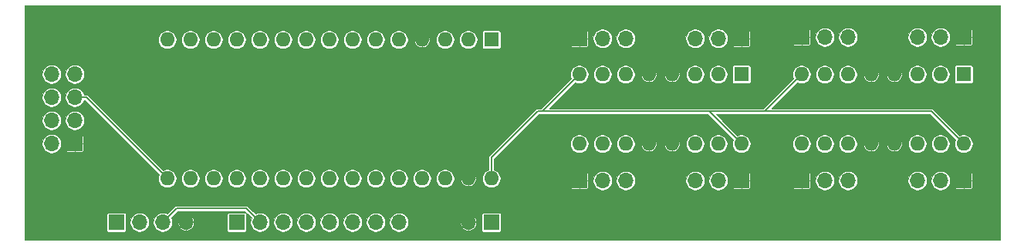
<source format=gbr>
%TF.GenerationSoftware,KiCad,Pcbnew,(5.1.6)-1*%
%TF.CreationDate,2020-11-13T23:51:03+05:30*%
%TF.ProjectId,Bot_Controller,426f745f-436f-46e7-9472-6f6c6c65722e,rev?*%
%TF.SameCoordinates,Original*%
%TF.FileFunction,Copper,L1,Top*%
%TF.FilePolarity,Positive*%
%FSLAX46Y46*%
G04 Gerber Fmt 4.6, Leading zero omitted, Abs format (unit mm)*
G04 Created by KiCad (PCBNEW (5.1.6)-1) date 2020-11-13 23:51:03*
%MOMM*%
%LPD*%
G01*
G04 APERTURE LIST*
%TA.AperFunction,ComponentPad*%
%ADD10O,1.600000X1.600000*%
%TD*%
%TA.AperFunction,ComponentPad*%
%ADD11R,1.600000X1.600000*%
%TD*%
%TA.AperFunction,ComponentPad*%
%ADD12O,1.700000X1.700000*%
%TD*%
%TA.AperFunction,ComponentPad*%
%ADD13R,1.700000X1.700000*%
%TD*%
%TA.AperFunction,Conductor*%
%ADD14C,0.200000*%
%TD*%
%TA.AperFunction,Conductor*%
%ADD15C,0.025400*%
%TD*%
G04 APERTURE END LIST*
D10*
%TO.P,A1,16*%
%TO.N,/SCK*%
X43256200Y-41371520D03*
%TO.P,A1,15*%
%TO.N,/MOSI*%
X43256200Y-26131520D03*
%TO.P,A1,30*%
%TO.N,/VCC*%
X78816200Y-41371520D03*
%TO.P,A1,14*%
%TO.N,/MISO*%
X45796200Y-26131520D03*
%TO.P,A1,29*%
%TO.N,/GND*%
X76276200Y-41371520D03*
%TO.P,A1,13*%
%TO.N,Net-(A1-Pad13)*%
X48336200Y-26131520D03*
%TO.P,A1,28*%
%TO.N,Net-(A1-Pad28)*%
X73736200Y-41371520D03*
%TO.P,A1,12*%
%TO.N,/CSN*%
X50876200Y-26131520D03*
%TO.P,A1,27*%
%TO.N,Net-(A1-Pad27)*%
X71196200Y-41371520D03*
%TO.P,A1,11*%
%TO.N,/CE*%
X53416200Y-26131520D03*
%TO.P,A1,26*%
%TO.N,/A7*%
X68656200Y-41371520D03*
%TO.P,A1,10*%
%TO.N,/CM8*%
X55956200Y-26131520D03*
%TO.P,A1,25*%
%TO.N,/A6*%
X66116200Y-41371520D03*
%TO.P,A1,9*%
%TO.N,/CM7*%
X58496200Y-26131520D03*
%TO.P,A1,24*%
%TO.N,/A5*%
X63576200Y-41371520D03*
%TO.P,A1,8*%
%TO.N,/CM6*%
X61036200Y-26131520D03*
%TO.P,A1,23*%
%TO.N,/A4*%
X61036200Y-41371520D03*
%TO.P,A1,7*%
%TO.N,/CM5*%
X63576200Y-26131520D03*
%TO.P,A1,22*%
%TO.N,/A3*%
X58496200Y-41371520D03*
%TO.P,A1,6*%
%TO.N,/CM4*%
X66116200Y-26131520D03*
%TO.P,A1,21*%
%TO.N,/A2*%
X55956200Y-41371520D03*
%TO.P,A1,5*%
%TO.N,/CM3*%
X68656200Y-26131520D03*
%TO.P,A1,20*%
%TO.N,/A1*%
X53416200Y-41371520D03*
%TO.P,A1,4*%
%TO.N,/GND*%
X71196200Y-26131520D03*
%TO.P,A1,19*%
%TO.N,/A0*%
X50876200Y-41371520D03*
%TO.P,A1,3*%
%TO.N,Net-(A1-Pad3)*%
X73736200Y-26131520D03*
%TO.P,A1,18*%
%TO.N,Net-(A1-Pad18)*%
X48336200Y-41371520D03*
%TO.P,A1,2*%
%TO.N,/CM2*%
X76276200Y-26131520D03*
%TO.P,A1,17*%
%TO.N,/VIN*%
X45796200Y-41371520D03*
D11*
%TO.P,A1,1*%
%TO.N,/CM1*%
X78816200Y-26131520D03*
%TD*%
D12*
%TO.P,J1,2*%
%TO.N,/GND*%
X76276200Y-46197520D03*
D13*
%TO.P,J1,1*%
%TO.N,/VCC*%
X78816200Y-46197520D03*
%TD*%
D12*
%TO.P,LF1,3*%
%TO.N,/M1*%
X93548200Y-26004520D03*
%TO.P,LF1,2*%
%TO.N,/VIN*%
X91008200Y-26004520D03*
D13*
%TO.P,LF1,1*%
%TO.N,/GND*%
X88468200Y-26004520D03*
%TD*%
D12*
%TO.P,LF2,3*%
%TO.N,/M2*%
X101168200Y-26004520D03*
%TO.P,LF2,2*%
%TO.N,/VIN*%
X103708200Y-26004520D03*
D13*
%TO.P,LF2,1*%
%TO.N,/GND*%
X106248200Y-26004520D03*
%TD*%
D12*
%TO.P,LB1,3*%
%TO.N,/M5*%
X125552200Y-41625520D03*
%TO.P,LB1,2*%
%TO.N,/VIN*%
X128092200Y-41625520D03*
D13*
%TO.P,LB1,1*%
%TO.N,/GND*%
X130632200Y-41625520D03*
%TD*%
D12*
%TO.P,LB2,3*%
%TO.N,/M6*%
X117932200Y-41625520D03*
%TO.P,LB2,2*%
%TO.N,/VIN*%
X115392200Y-41625520D03*
D13*
%TO.P,LB2,1*%
%TO.N,/GND*%
X112852200Y-41625520D03*
%TD*%
D12*
%TO.P,J6,3*%
%TO.N,/M3*%
X117932200Y-25877520D03*
%TO.P,J6,2*%
%TO.N,/VIN*%
X115392200Y-25877520D03*
D13*
%TO.P,J6,1*%
%TO.N,/GND*%
X112852200Y-25877520D03*
%TD*%
D12*
%TO.P,RF2,3*%
%TO.N,/M4*%
X125552200Y-25877520D03*
%TO.P,RF2,2*%
%TO.N,/VIN*%
X128092200Y-25877520D03*
D13*
%TO.P,RF2,1*%
%TO.N,/GND*%
X130632200Y-25877520D03*
%TD*%
D12*
%TO.P,RB1,3*%
%TO.N,/M7*%
X101168200Y-41625520D03*
%TO.P,RB1,2*%
%TO.N,/VIN*%
X103708200Y-41625520D03*
D13*
%TO.P,RB1,1*%
%TO.N,/GND*%
X106248200Y-41625520D03*
%TD*%
D12*
%TO.P,RB2,3*%
%TO.N,/M8*%
X93548200Y-41625520D03*
%TO.P,RB2,2*%
%TO.N,/VIN*%
X91008200Y-41625520D03*
D13*
%TO.P,RB2,1*%
%TO.N,/GND*%
X88468200Y-41625520D03*
%TD*%
D12*
%TO.P,J11,8*%
%TO.N,/A7*%
X68656200Y-46197520D03*
%TO.P,J11,7*%
%TO.N,/A6*%
X66116200Y-46197520D03*
%TO.P,J11,6*%
%TO.N,/A5*%
X63576200Y-46197520D03*
%TO.P,J11,5*%
%TO.N,/A4*%
X61036200Y-46197520D03*
%TO.P,J11,4*%
%TO.N,/A3*%
X58496200Y-46197520D03*
%TO.P,J11,3*%
%TO.N,/A2*%
X55956200Y-46197520D03*
%TO.P,J11,2*%
%TO.N,/A1*%
X53416200Y-46197520D03*
D13*
%TO.P,J11,1*%
%TO.N,/A0*%
X50876200Y-46197520D03*
%TD*%
D10*
%TO.P,U1,16*%
%TO.N,/VCC*%
X130632200Y-37561520D03*
%TO.P,U1,8*%
X112852200Y-29941520D03*
%TO.P,U1,15*%
%TO.N,/CM5*%
X128092200Y-37561520D03*
%TO.P,U1,7*%
%TO.N,/CM3*%
X115392200Y-29941520D03*
%TO.P,U1,14*%
%TO.N,/M5*%
X125552200Y-37561520D03*
%TO.P,U1,6*%
%TO.N,/M3*%
X117932200Y-29941520D03*
%TO.P,U1,13*%
%TO.N,/GND*%
X123012200Y-37561520D03*
%TO.P,U1,5*%
X120472200Y-29941520D03*
%TO.P,U1,12*%
X120472200Y-37561520D03*
%TO.P,U1,4*%
X123012200Y-29941520D03*
%TO.P,U1,11*%
%TO.N,/M6*%
X117932200Y-37561520D03*
%TO.P,U1,3*%
%TO.N,/M4*%
X125552200Y-29941520D03*
%TO.P,U1,10*%
%TO.N,/CM6*%
X115392200Y-37561520D03*
%TO.P,U1,2*%
%TO.N,/CM4*%
X128092200Y-29941520D03*
%TO.P,U1,9*%
%TO.N,/VIN*%
X112852200Y-37561520D03*
D11*
%TO.P,U1,1*%
X130632200Y-29941520D03*
%TD*%
D10*
%TO.P,U2,16*%
%TO.N,/VCC*%
X106248200Y-37561520D03*
%TO.P,U2,8*%
X88468200Y-29941520D03*
%TO.P,U2,15*%
%TO.N,/CM7*%
X103708200Y-37561520D03*
%TO.P,U2,7*%
%TO.N,/CM1*%
X91008200Y-29941520D03*
%TO.P,U2,14*%
%TO.N,/M7*%
X101168200Y-37561520D03*
%TO.P,U2,6*%
%TO.N,/M1*%
X93548200Y-29941520D03*
%TO.P,U2,13*%
%TO.N,/GND*%
X98628200Y-37561520D03*
%TO.P,U2,5*%
X96088200Y-29941520D03*
%TO.P,U2,12*%
X96088200Y-37561520D03*
%TO.P,U2,4*%
X98628200Y-29941520D03*
%TO.P,U2,11*%
%TO.N,/M8*%
X93548200Y-37561520D03*
%TO.P,U2,3*%
%TO.N,/M2*%
X101168200Y-29941520D03*
%TO.P,U2,10*%
%TO.N,/CM8*%
X91008200Y-37561520D03*
%TO.P,U2,2*%
%TO.N,/CM2*%
X103708200Y-29941520D03*
%TO.P,U2,9*%
%TO.N,/VIN*%
X88468200Y-37561520D03*
D11*
%TO.P,U2,1*%
X106248200Y-29941520D03*
%TD*%
D12*
%TO.P,J10,8*%
%TO.N,/IRQ*%
X30556200Y-29941520D03*
%TO.P,J10,7*%
%TO.N,/MISO*%
X33096200Y-29941520D03*
%TO.P,J10,6*%
%TO.N,/MOSI*%
X30556200Y-32481520D03*
%TO.P,J10,5*%
%TO.N,/SCK*%
X33096200Y-32481520D03*
%TO.P,J10,4*%
%TO.N,/CSN*%
X30556200Y-35021520D03*
%TO.P,J10,3*%
%TO.N,/CE*%
X33096200Y-35021520D03*
%TO.P,J10,2*%
%TO.N,/VIN*%
X30556200Y-37561520D03*
D13*
%TO.P,J10,1*%
%TO.N,/GND*%
X33096200Y-37561520D03*
%TD*%
%TO.P,J2,1*%
%TO.N,/VIN*%
X37668200Y-46197520D03*
D12*
%TO.P,J2,2*%
%TO.N,/A0*%
X40208200Y-46197520D03*
%TO.P,J2,3*%
%TO.N,/A1*%
X42748200Y-46197520D03*
%TO.P,J2,4*%
%TO.N,/GND*%
X45288200Y-46197520D03*
%TD*%
D14*
%TO.N,/VCC*%
X127076200Y-34005520D02*
X130632200Y-37561520D01*
X108788200Y-34005520D02*
X127076200Y-34005520D01*
X108788200Y-34005520D02*
X112852200Y-29941520D01*
X102692200Y-34005520D02*
X106248200Y-37561520D01*
X102692200Y-34005520D02*
X108788200Y-34005520D01*
X88468200Y-29941520D02*
X84404200Y-34005520D01*
X83896200Y-34005520D02*
X102692200Y-34005520D01*
X84404200Y-34005520D02*
X83896200Y-34005520D01*
X78816200Y-39085520D02*
X83896200Y-34005520D01*
X78816200Y-41371520D02*
X78816200Y-39085520D01*
%TO.N,/SCK*%
X34366200Y-32481520D02*
X43256200Y-41371520D01*
X33096200Y-32481520D02*
X34366200Y-32481520D01*
%TO.N,/A1*%
X53416200Y-46197520D02*
X51892200Y-44673520D01*
X44272200Y-44673520D02*
X42748200Y-46197520D01*
X51892200Y-44673520D02*
X44272200Y-44673520D01*
%TD*%
D15*
%TO.N,/GND*%
G36*
X134607701Y-44669166D02*
G01*
X134607700Y-44669176D01*
X134607701Y-48141020D01*
X27596700Y-48141020D01*
X27596700Y-45347520D01*
X36604471Y-45347520D01*
X36604471Y-47047520D01*
X36608578Y-47089216D01*
X36620740Y-47129311D01*
X36640491Y-47166261D01*
X36667071Y-47198649D01*
X36699459Y-47225229D01*
X36736409Y-47244980D01*
X36776504Y-47257142D01*
X36818200Y-47261249D01*
X38518200Y-47261249D01*
X38559896Y-47257142D01*
X38599991Y-47244980D01*
X38636941Y-47225229D01*
X38669329Y-47198649D01*
X38695909Y-47166261D01*
X38715660Y-47129311D01*
X38727822Y-47089216D01*
X38731929Y-47047520D01*
X38731929Y-46092853D01*
X39145500Y-46092853D01*
X39145500Y-46302187D01*
X39186339Y-46507498D01*
X39266447Y-46700897D01*
X39382747Y-46874952D01*
X39530768Y-47022973D01*
X39704823Y-47139273D01*
X39898222Y-47219381D01*
X40103533Y-47260220D01*
X40312867Y-47260220D01*
X40518178Y-47219381D01*
X40711577Y-47139273D01*
X40885632Y-47022973D01*
X41033653Y-46874952D01*
X41149953Y-46700897D01*
X41230061Y-46507498D01*
X41270900Y-46302187D01*
X41270900Y-46092853D01*
X41685500Y-46092853D01*
X41685500Y-46302187D01*
X41726339Y-46507498D01*
X41806447Y-46700897D01*
X41922747Y-46874952D01*
X42070768Y-47022973D01*
X42244823Y-47139273D01*
X42438222Y-47219381D01*
X42643533Y-47260220D01*
X42852867Y-47260220D01*
X43058178Y-47219381D01*
X43251577Y-47139273D01*
X43425632Y-47022973D01*
X43573653Y-46874952D01*
X43689953Y-46700897D01*
X43770061Y-46507498D01*
X43800801Y-46352953D01*
X44388020Y-46352953D01*
X44435640Y-46525583D01*
X44516024Y-46685606D01*
X44626082Y-46826872D01*
X44761585Y-46943952D01*
X44917325Y-47032347D01*
X45087318Y-47088660D01*
X45132767Y-47097700D01*
X45275500Y-47095055D01*
X45275500Y-46210220D01*
X45300900Y-46210220D01*
X45300900Y-47095055D01*
X45443633Y-47097700D01*
X45489082Y-47088660D01*
X45659075Y-47032347D01*
X45814815Y-46943952D01*
X45950318Y-46826872D01*
X46060376Y-46685606D01*
X46140760Y-46525583D01*
X46188380Y-46352953D01*
X46185737Y-46210220D01*
X45300900Y-46210220D01*
X45275500Y-46210220D01*
X44390663Y-46210220D01*
X44388020Y-46352953D01*
X43800801Y-46352953D01*
X43810900Y-46302187D01*
X43810900Y-46092853D01*
X43800802Y-46042087D01*
X44388020Y-46042087D01*
X44390663Y-46184820D01*
X45275500Y-46184820D01*
X45275500Y-45299985D01*
X45300900Y-45299985D01*
X45300900Y-46184820D01*
X46185737Y-46184820D01*
X46188380Y-46042087D01*
X46140760Y-45869457D01*
X46060376Y-45709434D01*
X45950318Y-45568168D01*
X45814815Y-45451088D01*
X45659075Y-45362693D01*
X45613273Y-45347520D01*
X49812471Y-45347520D01*
X49812471Y-47047520D01*
X49816578Y-47089216D01*
X49828740Y-47129311D01*
X49848491Y-47166261D01*
X49875071Y-47198649D01*
X49907459Y-47225229D01*
X49944409Y-47244980D01*
X49984504Y-47257142D01*
X50026200Y-47261249D01*
X51726200Y-47261249D01*
X51767896Y-47257142D01*
X51807991Y-47244980D01*
X51844941Y-47225229D01*
X51877329Y-47198649D01*
X51903909Y-47166261D01*
X51923660Y-47129311D01*
X51935822Y-47089216D01*
X51939929Y-47047520D01*
X51939929Y-45347520D01*
X51935822Y-45305824D01*
X51923660Y-45265729D01*
X51903909Y-45228779D01*
X51877329Y-45196391D01*
X51844941Y-45169811D01*
X51807991Y-45150060D01*
X51767896Y-45137898D01*
X51726200Y-45133791D01*
X50026200Y-45133791D01*
X49984504Y-45137898D01*
X49944409Y-45150060D01*
X49907459Y-45169811D01*
X49875071Y-45196391D01*
X49848491Y-45228779D01*
X49828740Y-45265729D01*
X49816578Y-45305824D01*
X49812471Y-45347520D01*
X45613273Y-45347520D01*
X45489082Y-45306380D01*
X45443633Y-45297340D01*
X45300900Y-45299985D01*
X45275500Y-45299985D01*
X45132767Y-45297340D01*
X45087318Y-45306380D01*
X44917325Y-45362693D01*
X44761585Y-45451088D01*
X44626082Y-45568168D01*
X44516024Y-45709434D01*
X44435640Y-45869457D01*
X44388020Y-46042087D01*
X43800802Y-46042087D01*
X43770061Y-45887542D01*
X43691080Y-45696864D01*
X44401724Y-44986220D01*
X51762676Y-44986220D01*
X52473320Y-45696864D01*
X52394339Y-45887542D01*
X52353500Y-46092853D01*
X52353500Y-46302187D01*
X52394339Y-46507498D01*
X52474447Y-46700897D01*
X52590747Y-46874952D01*
X52738768Y-47022973D01*
X52912823Y-47139273D01*
X53106222Y-47219381D01*
X53311533Y-47260220D01*
X53520867Y-47260220D01*
X53726178Y-47219381D01*
X53919577Y-47139273D01*
X54093632Y-47022973D01*
X54241653Y-46874952D01*
X54357953Y-46700897D01*
X54438061Y-46507498D01*
X54478900Y-46302187D01*
X54478900Y-46092853D01*
X54893500Y-46092853D01*
X54893500Y-46302187D01*
X54934339Y-46507498D01*
X55014447Y-46700897D01*
X55130747Y-46874952D01*
X55278768Y-47022973D01*
X55452823Y-47139273D01*
X55646222Y-47219381D01*
X55851533Y-47260220D01*
X56060867Y-47260220D01*
X56266178Y-47219381D01*
X56459577Y-47139273D01*
X56633632Y-47022973D01*
X56781653Y-46874952D01*
X56897953Y-46700897D01*
X56978061Y-46507498D01*
X57018900Y-46302187D01*
X57018900Y-46092853D01*
X57433500Y-46092853D01*
X57433500Y-46302187D01*
X57474339Y-46507498D01*
X57554447Y-46700897D01*
X57670747Y-46874952D01*
X57818768Y-47022973D01*
X57992823Y-47139273D01*
X58186222Y-47219381D01*
X58391533Y-47260220D01*
X58600867Y-47260220D01*
X58806178Y-47219381D01*
X58999577Y-47139273D01*
X59173632Y-47022973D01*
X59321653Y-46874952D01*
X59437953Y-46700897D01*
X59518061Y-46507498D01*
X59558900Y-46302187D01*
X59558900Y-46092853D01*
X59973500Y-46092853D01*
X59973500Y-46302187D01*
X60014339Y-46507498D01*
X60094447Y-46700897D01*
X60210747Y-46874952D01*
X60358768Y-47022973D01*
X60532823Y-47139273D01*
X60726222Y-47219381D01*
X60931533Y-47260220D01*
X61140867Y-47260220D01*
X61346178Y-47219381D01*
X61539577Y-47139273D01*
X61713632Y-47022973D01*
X61861653Y-46874952D01*
X61977953Y-46700897D01*
X62058061Y-46507498D01*
X62098900Y-46302187D01*
X62098900Y-46092853D01*
X62513500Y-46092853D01*
X62513500Y-46302187D01*
X62554339Y-46507498D01*
X62634447Y-46700897D01*
X62750747Y-46874952D01*
X62898768Y-47022973D01*
X63072823Y-47139273D01*
X63266222Y-47219381D01*
X63471533Y-47260220D01*
X63680867Y-47260220D01*
X63886178Y-47219381D01*
X64079577Y-47139273D01*
X64253632Y-47022973D01*
X64401653Y-46874952D01*
X64517953Y-46700897D01*
X64598061Y-46507498D01*
X64638900Y-46302187D01*
X64638900Y-46092853D01*
X65053500Y-46092853D01*
X65053500Y-46302187D01*
X65094339Y-46507498D01*
X65174447Y-46700897D01*
X65290747Y-46874952D01*
X65438768Y-47022973D01*
X65612823Y-47139273D01*
X65806222Y-47219381D01*
X66011533Y-47260220D01*
X66220867Y-47260220D01*
X66426178Y-47219381D01*
X66619577Y-47139273D01*
X66793632Y-47022973D01*
X66941653Y-46874952D01*
X67057953Y-46700897D01*
X67138061Y-46507498D01*
X67178900Y-46302187D01*
X67178900Y-46092853D01*
X67593500Y-46092853D01*
X67593500Y-46302187D01*
X67634339Y-46507498D01*
X67714447Y-46700897D01*
X67830747Y-46874952D01*
X67978768Y-47022973D01*
X68152823Y-47139273D01*
X68346222Y-47219381D01*
X68551533Y-47260220D01*
X68760867Y-47260220D01*
X68966178Y-47219381D01*
X69159577Y-47139273D01*
X69333632Y-47022973D01*
X69481653Y-46874952D01*
X69597953Y-46700897D01*
X69678061Y-46507498D01*
X69708801Y-46352953D01*
X75376020Y-46352953D01*
X75423640Y-46525583D01*
X75504024Y-46685606D01*
X75614082Y-46826872D01*
X75749585Y-46943952D01*
X75905325Y-47032347D01*
X76075318Y-47088660D01*
X76120767Y-47097700D01*
X76263500Y-47095055D01*
X76263500Y-46210220D01*
X76288900Y-46210220D01*
X76288900Y-47095055D01*
X76431633Y-47097700D01*
X76477082Y-47088660D01*
X76647075Y-47032347D01*
X76802815Y-46943952D01*
X76938318Y-46826872D01*
X77048376Y-46685606D01*
X77128760Y-46525583D01*
X77176380Y-46352953D01*
X77173737Y-46210220D01*
X76288900Y-46210220D01*
X76263500Y-46210220D01*
X75378663Y-46210220D01*
X75376020Y-46352953D01*
X69708801Y-46352953D01*
X69718900Y-46302187D01*
X69718900Y-46092853D01*
X69708802Y-46042087D01*
X75376020Y-46042087D01*
X75378663Y-46184820D01*
X76263500Y-46184820D01*
X76263500Y-45299985D01*
X76288900Y-45299985D01*
X76288900Y-46184820D01*
X77173737Y-46184820D01*
X77176380Y-46042087D01*
X77128760Y-45869457D01*
X77048376Y-45709434D01*
X76938318Y-45568168D01*
X76802815Y-45451088D01*
X76647075Y-45362693D01*
X76601273Y-45347520D01*
X77752471Y-45347520D01*
X77752471Y-47047520D01*
X77756578Y-47089216D01*
X77768740Y-47129311D01*
X77788491Y-47166261D01*
X77815071Y-47198649D01*
X77847459Y-47225229D01*
X77884409Y-47244980D01*
X77924504Y-47257142D01*
X77966200Y-47261249D01*
X79666200Y-47261249D01*
X79707896Y-47257142D01*
X79747991Y-47244980D01*
X79784941Y-47225229D01*
X79817329Y-47198649D01*
X79843909Y-47166261D01*
X79863660Y-47129311D01*
X79875822Y-47089216D01*
X79879929Y-47047520D01*
X79879929Y-45347520D01*
X79875822Y-45305824D01*
X79863660Y-45265729D01*
X79843909Y-45228779D01*
X79817329Y-45196391D01*
X79784941Y-45169811D01*
X79747991Y-45150060D01*
X79707896Y-45137898D01*
X79666200Y-45133791D01*
X77966200Y-45133791D01*
X77924504Y-45137898D01*
X77884409Y-45150060D01*
X77847459Y-45169811D01*
X77815071Y-45196391D01*
X77788491Y-45228779D01*
X77768740Y-45265729D01*
X77756578Y-45305824D01*
X77752471Y-45347520D01*
X76601273Y-45347520D01*
X76477082Y-45306380D01*
X76431633Y-45297340D01*
X76288900Y-45299985D01*
X76263500Y-45299985D01*
X76120767Y-45297340D01*
X76075318Y-45306380D01*
X75905325Y-45362693D01*
X75749585Y-45451088D01*
X75614082Y-45568168D01*
X75504024Y-45709434D01*
X75423640Y-45869457D01*
X75376020Y-46042087D01*
X69708802Y-46042087D01*
X69678061Y-45887542D01*
X69597953Y-45694143D01*
X69481653Y-45520088D01*
X69333632Y-45372067D01*
X69159577Y-45255767D01*
X68966178Y-45175659D01*
X68760867Y-45134820D01*
X68551533Y-45134820D01*
X68346222Y-45175659D01*
X68152823Y-45255767D01*
X67978768Y-45372067D01*
X67830747Y-45520088D01*
X67714447Y-45694143D01*
X67634339Y-45887542D01*
X67593500Y-46092853D01*
X67178900Y-46092853D01*
X67138061Y-45887542D01*
X67057953Y-45694143D01*
X66941653Y-45520088D01*
X66793632Y-45372067D01*
X66619577Y-45255767D01*
X66426178Y-45175659D01*
X66220867Y-45134820D01*
X66011533Y-45134820D01*
X65806222Y-45175659D01*
X65612823Y-45255767D01*
X65438768Y-45372067D01*
X65290747Y-45520088D01*
X65174447Y-45694143D01*
X65094339Y-45887542D01*
X65053500Y-46092853D01*
X64638900Y-46092853D01*
X64598061Y-45887542D01*
X64517953Y-45694143D01*
X64401653Y-45520088D01*
X64253632Y-45372067D01*
X64079577Y-45255767D01*
X63886178Y-45175659D01*
X63680867Y-45134820D01*
X63471533Y-45134820D01*
X63266222Y-45175659D01*
X63072823Y-45255767D01*
X62898768Y-45372067D01*
X62750747Y-45520088D01*
X62634447Y-45694143D01*
X62554339Y-45887542D01*
X62513500Y-46092853D01*
X62098900Y-46092853D01*
X62058061Y-45887542D01*
X61977953Y-45694143D01*
X61861653Y-45520088D01*
X61713632Y-45372067D01*
X61539577Y-45255767D01*
X61346178Y-45175659D01*
X61140867Y-45134820D01*
X60931533Y-45134820D01*
X60726222Y-45175659D01*
X60532823Y-45255767D01*
X60358768Y-45372067D01*
X60210747Y-45520088D01*
X60094447Y-45694143D01*
X60014339Y-45887542D01*
X59973500Y-46092853D01*
X59558900Y-46092853D01*
X59518061Y-45887542D01*
X59437953Y-45694143D01*
X59321653Y-45520088D01*
X59173632Y-45372067D01*
X58999577Y-45255767D01*
X58806178Y-45175659D01*
X58600867Y-45134820D01*
X58391533Y-45134820D01*
X58186222Y-45175659D01*
X57992823Y-45255767D01*
X57818768Y-45372067D01*
X57670747Y-45520088D01*
X57554447Y-45694143D01*
X57474339Y-45887542D01*
X57433500Y-46092853D01*
X57018900Y-46092853D01*
X56978061Y-45887542D01*
X56897953Y-45694143D01*
X56781653Y-45520088D01*
X56633632Y-45372067D01*
X56459577Y-45255767D01*
X56266178Y-45175659D01*
X56060867Y-45134820D01*
X55851533Y-45134820D01*
X55646222Y-45175659D01*
X55452823Y-45255767D01*
X55278768Y-45372067D01*
X55130747Y-45520088D01*
X55014447Y-45694143D01*
X54934339Y-45887542D01*
X54893500Y-46092853D01*
X54478900Y-46092853D01*
X54438061Y-45887542D01*
X54357953Y-45694143D01*
X54241653Y-45520088D01*
X54093632Y-45372067D01*
X53919577Y-45255767D01*
X53726178Y-45175659D01*
X53520867Y-45134820D01*
X53311533Y-45134820D01*
X53106222Y-45175659D01*
X52915544Y-45254640D01*
X52124176Y-44463272D01*
X52114382Y-44451338D01*
X52066767Y-44412261D01*
X52012444Y-44383225D01*
X51953500Y-44365345D01*
X51907561Y-44360820D01*
X51907553Y-44360820D01*
X51892200Y-44359308D01*
X51876847Y-44360820D01*
X44287552Y-44360820D01*
X44272199Y-44359308D01*
X44256846Y-44360820D01*
X44256839Y-44360820D01*
X44216588Y-44364785D01*
X44210899Y-44365345D01*
X44193019Y-44370769D01*
X44151956Y-44383225D01*
X44097633Y-44412261D01*
X44050018Y-44451338D01*
X44040224Y-44463272D01*
X43248856Y-45254640D01*
X43058178Y-45175659D01*
X42852867Y-45134820D01*
X42643533Y-45134820D01*
X42438222Y-45175659D01*
X42244823Y-45255767D01*
X42070768Y-45372067D01*
X41922747Y-45520088D01*
X41806447Y-45694143D01*
X41726339Y-45887542D01*
X41685500Y-46092853D01*
X41270900Y-46092853D01*
X41230061Y-45887542D01*
X41149953Y-45694143D01*
X41033653Y-45520088D01*
X40885632Y-45372067D01*
X40711577Y-45255767D01*
X40518178Y-45175659D01*
X40312867Y-45134820D01*
X40103533Y-45134820D01*
X39898222Y-45175659D01*
X39704823Y-45255767D01*
X39530768Y-45372067D01*
X39382747Y-45520088D01*
X39266447Y-45694143D01*
X39186339Y-45887542D01*
X39145500Y-46092853D01*
X38731929Y-46092853D01*
X38731929Y-45347520D01*
X38727822Y-45305824D01*
X38715660Y-45265729D01*
X38695909Y-45228779D01*
X38669329Y-45196391D01*
X38636941Y-45169811D01*
X38599991Y-45150060D01*
X38559896Y-45137898D01*
X38518200Y-45133791D01*
X36818200Y-45133791D01*
X36776504Y-45137898D01*
X36736409Y-45150060D01*
X36699459Y-45169811D01*
X36667071Y-45196391D01*
X36640491Y-45228779D01*
X36620740Y-45265729D01*
X36608578Y-45305824D01*
X36604471Y-45347520D01*
X27596700Y-45347520D01*
X27596700Y-42475520D01*
X87554393Y-42475520D01*
X87555619Y-42487968D01*
X87559250Y-42499938D01*
X87565146Y-42510969D01*
X87573082Y-42520638D01*
X87582751Y-42528574D01*
X87593782Y-42534470D01*
X87605752Y-42538101D01*
X87618200Y-42539327D01*
X88439625Y-42539020D01*
X88455500Y-42523145D01*
X88455500Y-41638220D01*
X88480900Y-41638220D01*
X88480900Y-42523145D01*
X88496775Y-42539020D01*
X89318200Y-42539327D01*
X89330648Y-42538101D01*
X89342618Y-42534470D01*
X89353649Y-42528574D01*
X89363318Y-42520638D01*
X89371254Y-42510969D01*
X89377150Y-42499938D01*
X89380781Y-42487968D01*
X89382007Y-42475520D01*
X89381700Y-41654095D01*
X89365825Y-41638220D01*
X88480900Y-41638220D01*
X88455500Y-41638220D01*
X87570575Y-41638220D01*
X87554700Y-41654095D01*
X87554393Y-42475520D01*
X27596700Y-42475520D01*
X27596700Y-37456853D01*
X29493500Y-37456853D01*
X29493500Y-37666187D01*
X29534339Y-37871498D01*
X29614447Y-38064897D01*
X29730747Y-38238952D01*
X29878768Y-38386973D01*
X30052823Y-38503273D01*
X30246222Y-38583381D01*
X30451533Y-38624220D01*
X30660867Y-38624220D01*
X30866178Y-38583381D01*
X31059577Y-38503273D01*
X31196894Y-38411520D01*
X32182393Y-38411520D01*
X32183619Y-38423968D01*
X32187250Y-38435938D01*
X32193146Y-38446969D01*
X32201082Y-38456638D01*
X32210751Y-38464574D01*
X32221782Y-38470470D01*
X32233752Y-38474101D01*
X32246200Y-38475327D01*
X33067625Y-38475020D01*
X33083500Y-38459145D01*
X33083500Y-37574220D01*
X33108900Y-37574220D01*
X33108900Y-38459145D01*
X33124775Y-38475020D01*
X33946200Y-38475327D01*
X33958648Y-38474101D01*
X33970618Y-38470470D01*
X33981649Y-38464574D01*
X33991318Y-38456638D01*
X33999254Y-38446969D01*
X34005150Y-38435938D01*
X34008781Y-38423968D01*
X34010007Y-38411520D01*
X34009700Y-37590095D01*
X33993825Y-37574220D01*
X33108900Y-37574220D01*
X33083500Y-37574220D01*
X32198575Y-37574220D01*
X32182700Y-37590095D01*
X32182393Y-38411520D01*
X31196894Y-38411520D01*
X31233632Y-38386973D01*
X31381653Y-38238952D01*
X31497953Y-38064897D01*
X31578061Y-37871498D01*
X31618900Y-37666187D01*
X31618900Y-37456853D01*
X31578061Y-37251542D01*
X31497953Y-37058143D01*
X31381653Y-36884088D01*
X31233632Y-36736067D01*
X31196895Y-36711520D01*
X32182393Y-36711520D01*
X32182700Y-37532945D01*
X32198575Y-37548820D01*
X33083500Y-37548820D01*
X33083500Y-36663895D01*
X33108900Y-36663895D01*
X33108900Y-37548820D01*
X33993825Y-37548820D01*
X34009700Y-37532945D01*
X34010007Y-36711520D01*
X34008781Y-36699072D01*
X34005150Y-36687102D01*
X33999254Y-36676071D01*
X33991318Y-36666402D01*
X33981649Y-36658466D01*
X33970618Y-36652570D01*
X33958648Y-36648939D01*
X33946200Y-36647713D01*
X33124775Y-36648020D01*
X33108900Y-36663895D01*
X33083500Y-36663895D01*
X33067625Y-36648020D01*
X32246200Y-36647713D01*
X32233752Y-36648939D01*
X32221782Y-36652570D01*
X32210751Y-36658466D01*
X32201082Y-36666402D01*
X32193146Y-36676071D01*
X32187250Y-36687102D01*
X32183619Y-36699072D01*
X32182393Y-36711520D01*
X31196895Y-36711520D01*
X31059577Y-36619767D01*
X30866178Y-36539659D01*
X30660867Y-36498820D01*
X30451533Y-36498820D01*
X30246222Y-36539659D01*
X30052823Y-36619767D01*
X29878768Y-36736067D01*
X29730747Y-36884088D01*
X29614447Y-37058143D01*
X29534339Y-37251542D01*
X29493500Y-37456853D01*
X27596700Y-37456853D01*
X27596700Y-34916853D01*
X29493500Y-34916853D01*
X29493500Y-35126187D01*
X29534339Y-35331498D01*
X29614447Y-35524897D01*
X29730747Y-35698952D01*
X29878768Y-35846973D01*
X30052823Y-35963273D01*
X30246222Y-36043381D01*
X30451533Y-36084220D01*
X30660867Y-36084220D01*
X30866178Y-36043381D01*
X31059577Y-35963273D01*
X31233632Y-35846973D01*
X31381653Y-35698952D01*
X31497953Y-35524897D01*
X31578061Y-35331498D01*
X31618900Y-35126187D01*
X31618900Y-34916853D01*
X32033500Y-34916853D01*
X32033500Y-35126187D01*
X32074339Y-35331498D01*
X32154447Y-35524897D01*
X32270747Y-35698952D01*
X32418768Y-35846973D01*
X32592823Y-35963273D01*
X32786222Y-36043381D01*
X32991533Y-36084220D01*
X33200867Y-36084220D01*
X33406178Y-36043381D01*
X33599577Y-35963273D01*
X33773632Y-35846973D01*
X33921653Y-35698952D01*
X34037953Y-35524897D01*
X34118061Y-35331498D01*
X34158900Y-35126187D01*
X34158900Y-34916853D01*
X34118061Y-34711542D01*
X34037953Y-34518143D01*
X33921653Y-34344088D01*
X33773632Y-34196067D01*
X33599577Y-34079767D01*
X33406178Y-33999659D01*
X33200867Y-33958820D01*
X32991533Y-33958820D01*
X32786222Y-33999659D01*
X32592823Y-34079767D01*
X32418768Y-34196067D01*
X32270747Y-34344088D01*
X32154447Y-34518143D01*
X32074339Y-34711542D01*
X32033500Y-34916853D01*
X31618900Y-34916853D01*
X31578061Y-34711542D01*
X31497953Y-34518143D01*
X31381653Y-34344088D01*
X31233632Y-34196067D01*
X31059577Y-34079767D01*
X30866178Y-33999659D01*
X30660867Y-33958820D01*
X30451533Y-33958820D01*
X30246222Y-33999659D01*
X30052823Y-34079767D01*
X29878768Y-34196067D01*
X29730747Y-34344088D01*
X29614447Y-34518143D01*
X29534339Y-34711542D01*
X29493500Y-34916853D01*
X27596700Y-34916853D01*
X27596700Y-32376853D01*
X29493500Y-32376853D01*
X29493500Y-32586187D01*
X29534339Y-32791498D01*
X29614447Y-32984897D01*
X29730747Y-33158952D01*
X29878768Y-33306973D01*
X30052823Y-33423273D01*
X30246222Y-33503381D01*
X30451533Y-33544220D01*
X30660867Y-33544220D01*
X30866178Y-33503381D01*
X31059577Y-33423273D01*
X31233632Y-33306973D01*
X31381653Y-33158952D01*
X31497953Y-32984897D01*
X31578061Y-32791498D01*
X31618900Y-32586187D01*
X31618900Y-32376853D01*
X32033500Y-32376853D01*
X32033500Y-32586187D01*
X32074339Y-32791498D01*
X32154447Y-32984897D01*
X32270747Y-33158952D01*
X32418768Y-33306973D01*
X32592823Y-33423273D01*
X32786222Y-33503381D01*
X32991533Y-33544220D01*
X33200867Y-33544220D01*
X33406178Y-33503381D01*
X33599577Y-33423273D01*
X33773632Y-33306973D01*
X33921653Y-33158952D01*
X34037953Y-32984897D01*
X34116934Y-32794220D01*
X34236676Y-32794220D01*
X42351588Y-40909133D01*
X42282418Y-41076126D01*
X42243500Y-41271778D01*
X42243500Y-41471262D01*
X42282418Y-41666914D01*
X42358757Y-41851213D01*
X42469585Y-42017079D01*
X42610641Y-42158135D01*
X42776507Y-42268963D01*
X42960806Y-42345302D01*
X43156458Y-42384220D01*
X43355942Y-42384220D01*
X43551594Y-42345302D01*
X43735893Y-42268963D01*
X43901759Y-42158135D01*
X44042815Y-42017079D01*
X44153643Y-41851213D01*
X44229982Y-41666914D01*
X44268900Y-41471262D01*
X44268900Y-41271778D01*
X44783500Y-41271778D01*
X44783500Y-41471262D01*
X44822418Y-41666914D01*
X44898757Y-41851213D01*
X45009585Y-42017079D01*
X45150641Y-42158135D01*
X45316507Y-42268963D01*
X45500806Y-42345302D01*
X45696458Y-42384220D01*
X45895942Y-42384220D01*
X46091594Y-42345302D01*
X46275893Y-42268963D01*
X46441759Y-42158135D01*
X46582815Y-42017079D01*
X46693643Y-41851213D01*
X46769982Y-41666914D01*
X46808900Y-41471262D01*
X46808900Y-41271778D01*
X47323500Y-41271778D01*
X47323500Y-41471262D01*
X47362418Y-41666914D01*
X47438757Y-41851213D01*
X47549585Y-42017079D01*
X47690641Y-42158135D01*
X47856507Y-42268963D01*
X48040806Y-42345302D01*
X48236458Y-42384220D01*
X48435942Y-42384220D01*
X48631594Y-42345302D01*
X48815893Y-42268963D01*
X48981759Y-42158135D01*
X49122815Y-42017079D01*
X49233643Y-41851213D01*
X49309982Y-41666914D01*
X49348900Y-41471262D01*
X49348900Y-41271778D01*
X49863500Y-41271778D01*
X49863500Y-41471262D01*
X49902418Y-41666914D01*
X49978757Y-41851213D01*
X50089585Y-42017079D01*
X50230641Y-42158135D01*
X50396507Y-42268963D01*
X50580806Y-42345302D01*
X50776458Y-42384220D01*
X50975942Y-42384220D01*
X51171594Y-42345302D01*
X51355893Y-42268963D01*
X51521759Y-42158135D01*
X51662815Y-42017079D01*
X51773643Y-41851213D01*
X51849982Y-41666914D01*
X51888900Y-41471262D01*
X51888900Y-41271778D01*
X52403500Y-41271778D01*
X52403500Y-41471262D01*
X52442418Y-41666914D01*
X52518757Y-41851213D01*
X52629585Y-42017079D01*
X52770641Y-42158135D01*
X52936507Y-42268963D01*
X53120806Y-42345302D01*
X53316458Y-42384220D01*
X53515942Y-42384220D01*
X53711594Y-42345302D01*
X53895893Y-42268963D01*
X54061759Y-42158135D01*
X54202815Y-42017079D01*
X54313643Y-41851213D01*
X54389982Y-41666914D01*
X54428900Y-41471262D01*
X54428900Y-41271778D01*
X54943500Y-41271778D01*
X54943500Y-41471262D01*
X54982418Y-41666914D01*
X55058757Y-41851213D01*
X55169585Y-42017079D01*
X55310641Y-42158135D01*
X55476507Y-42268963D01*
X55660806Y-42345302D01*
X55856458Y-42384220D01*
X56055942Y-42384220D01*
X56251594Y-42345302D01*
X56435893Y-42268963D01*
X56601759Y-42158135D01*
X56742815Y-42017079D01*
X56853643Y-41851213D01*
X56929982Y-41666914D01*
X56968900Y-41471262D01*
X56968900Y-41271778D01*
X57483500Y-41271778D01*
X57483500Y-41471262D01*
X57522418Y-41666914D01*
X57598757Y-41851213D01*
X57709585Y-42017079D01*
X57850641Y-42158135D01*
X58016507Y-42268963D01*
X58200806Y-42345302D01*
X58396458Y-42384220D01*
X58595942Y-42384220D01*
X58791594Y-42345302D01*
X58975893Y-42268963D01*
X59141759Y-42158135D01*
X59282815Y-42017079D01*
X59393643Y-41851213D01*
X59469982Y-41666914D01*
X59508900Y-41471262D01*
X59508900Y-41271778D01*
X60023500Y-41271778D01*
X60023500Y-41471262D01*
X60062418Y-41666914D01*
X60138757Y-41851213D01*
X60249585Y-42017079D01*
X60390641Y-42158135D01*
X60556507Y-42268963D01*
X60740806Y-42345302D01*
X60936458Y-42384220D01*
X61135942Y-42384220D01*
X61331594Y-42345302D01*
X61515893Y-42268963D01*
X61681759Y-42158135D01*
X61822815Y-42017079D01*
X61933643Y-41851213D01*
X62009982Y-41666914D01*
X62048900Y-41471262D01*
X62048900Y-41271778D01*
X62563500Y-41271778D01*
X62563500Y-41471262D01*
X62602418Y-41666914D01*
X62678757Y-41851213D01*
X62789585Y-42017079D01*
X62930641Y-42158135D01*
X63096507Y-42268963D01*
X63280806Y-42345302D01*
X63476458Y-42384220D01*
X63675942Y-42384220D01*
X63871594Y-42345302D01*
X64055893Y-42268963D01*
X64221759Y-42158135D01*
X64362815Y-42017079D01*
X64473643Y-41851213D01*
X64549982Y-41666914D01*
X64588900Y-41471262D01*
X64588900Y-41271778D01*
X65103500Y-41271778D01*
X65103500Y-41471262D01*
X65142418Y-41666914D01*
X65218757Y-41851213D01*
X65329585Y-42017079D01*
X65470641Y-42158135D01*
X65636507Y-42268963D01*
X65820806Y-42345302D01*
X66016458Y-42384220D01*
X66215942Y-42384220D01*
X66411594Y-42345302D01*
X66595893Y-42268963D01*
X66761759Y-42158135D01*
X66902815Y-42017079D01*
X67013643Y-41851213D01*
X67089982Y-41666914D01*
X67128900Y-41471262D01*
X67128900Y-41271778D01*
X67643500Y-41271778D01*
X67643500Y-41471262D01*
X67682418Y-41666914D01*
X67758757Y-41851213D01*
X67869585Y-42017079D01*
X68010641Y-42158135D01*
X68176507Y-42268963D01*
X68360806Y-42345302D01*
X68556458Y-42384220D01*
X68755942Y-42384220D01*
X68951594Y-42345302D01*
X69135893Y-42268963D01*
X69301759Y-42158135D01*
X69442815Y-42017079D01*
X69553643Y-41851213D01*
X69629982Y-41666914D01*
X69668900Y-41471262D01*
X69668900Y-41271778D01*
X70183500Y-41271778D01*
X70183500Y-41471262D01*
X70222418Y-41666914D01*
X70298757Y-41851213D01*
X70409585Y-42017079D01*
X70550641Y-42158135D01*
X70716507Y-42268963D01*
X70900806Y-42345302D01*
X71096458Y-42384220D01*
X71295942Y-42384220D01*
X71491594Y-42345302D01*
X71675893Y-42268963D01*
X71841759Y-42158135D01*
X71982815Y-42017079D01*
X72093643Y-41851213D01*
X72169982Y-41666914D01*
X72208900Y-41471262D01*
X72208900Y-41271778D01*
X72723500Y-41271778D01*
X72723500Y-41471262D01*
X72762418Y-41666914D01*
X72838757Y-41851213D01*
X72949585Y-42017079D01*
X73090641Y-42158135D01*
X73256507Y-42268963D01*
X73440806Y-42345302D01*
X73636458Y-42384220D01*
X73835942Y-42384220D01*
X74031594Y-42345302D01*
X74215893Y-42268963D01*
X74381759Y-42158135D01*
X74522815Y-42017079D01*
X74633643Y-41851213D01*
X74709982Y-41666914D01*
X74739378Y-41519130D01*
X75425410Y-41519130D01*
X75470555Y-41682275D01*
X75546661Y-41833477D01*
X75650802Y-41966927D01*
X75778977Y-42077496D01*
X75926260Y-42160934D01*
X76086991Y-42214036D01*
X76128590Y-42222310D01*
X76263500Y-42219050D01*
X76263500Y-41384220D01*
X76288900Y-41384220D01*
X76288900Y-42219050D01*
X76423810Y-42222310D01*
X76465409Y-42214036D01*
X76626140Y-42160934D01*
X76773423Y-42077496D01*
X76901598Y-41966927D01*
X77005739Y-41833477D01*
X77081845Y-41682275D01*
X77126990Y-41519130D01*
X77123732Y-41384220D01*
X76288900Y-41384220D01*
X76263500Y-41384220D01*
X75428668Y-41384220D01*
X75425410Y-41519130D01*
X74739378Y-41519130D01*
X74748900Y-41471262D01*
X74748900Y-41271778D01*
X74739379Y-41223910D01*
X75425410Y-41223910D01*
X75428668Y-41358820D01*
X76263500Y-41358820D01*
X76263500Y-40523990D01*
X76288900Y-40523990D01*
X76288900Y-41358820D01*
X77123732Y-41358820D01*
X77125834Y-41271778D01*
X77803500Y-41271778D01*
X77803500Y-41471262D01*
X77842418Y-41666914D01*
X77918757Y-41851213D01*
X78029585Y-42017079D01*
X78170641Y-42158135D01*
X78336507Y-42268963D01*
X78520806Y-42345302D01*
X78716458Y-42384220D01*
X78915942Y-42384220D01*
X79111594Y-42345302D01*
X79295893Y-42268963D01*
X79461759Y-42158135D01*
X79602815Y-42017079D01*
X79713643Y-41851213D01*
X79789982Y-41666914D01*
X79828900Y-41471262D01*
X79828900Y-41271778D01*
X79789982Y-41076126D01*
X79713643Y-40891827D01*
X79635930Y-40775520D01*
X87554393Y-40775520D01*
X87554700Y-41596945D01*
X87570575Y-41612820D01*
X88455500Y-41612820D01*
X88455500Y-40727895D01*
X88480900Y-40727895D01*
X88480900Y-41612820D01*
X89365825Y-41612820D01*
X89381700Y-41596945D01*
X89381728Y-41520853D01*
X89945500Y-41520853D01*
X89945500Y-41730187D01*
X89986339Y-41935498D01*
X90066447Y-42128897D01*
X90182747Y-42302952D01*
X90330768Y-42450973D01*
X90504823Y-42567273D01*
X90698222Y-42647381D01*
X90903533Y-42688220D01*
X91112867Y-42688220D01*
X91318178Y-42647381D01*
X91511577Y-42567273D01*
X91685632Y-42450973D01*
X91833653Y-42302952D01*
X91949953Y-42128897D01*
X92030061Y-41935498D01*
X92070900Y-41730187D01*
X92070900Y-41520853D01*
X92485500Y-41520853D01*
X92485500Y-41730187D01*
X92526339Y-41935498D01*
X92606447Y-42128897D01*
X92722747Y-42302952D01*
X92870768Y-42450973D01*
X93044823Y-42567273D01*
X93238222Y-42647381D01*
X93443533Y-42688220D01*
X93652867Y-42688220D01*
X93858178Y-42647381D01*
X94051577Y-42567273D01*
X94225632Y-42450973D01*
X94373653Y-42302952D01*
X94489953Y-42128897D01*
X94570061Y-41935498D01*
X94610900Y-41730187D01*
X94610900Y-41520853D01*
X100105500Y-41520853D01*
X100105500Y-41730187D01*
X100146339Y-41935498D01*
X100226447Y-42128897D01*
X100342747Y-42302952D01*
X100490768Y-42450973D01*
X100664823Y-42567273D01*
X100858222Y-42647381D01*
X101063533Y-42688220D01*
X101272867Y-42688220D01*
X101478178Y-42647381D01*
X101671577Y-42567273D01*
X101845632Y-42450973D01*
X101993653Y-42302952D01*
X102109953Y-42128897D01*
X102190061Y-41935498D01*
X102230900Y-41730187D01*
X102230900Y-41520853D01*
X102645500Y-41520853D01*
X102645500Y-41730187D01*
X102686339Y-41935498D01*
X102766447Y-42128897D01*
X102882747Y-42302952D01*
X103030768Y-42450973D01*
X103204823Y-42567273D01*
X103398222Y-42647381D01*
X103603533Y-42688220D01*
X103812867Y-42688220D01*
X104018178Y-42647381D01*
X104211577Y-42567273D01*
X104348894Y-42475520D01*
X105334393Y-42475520D01*
X105335619Y-42487968D01*
X105339250Y-42499938D01*
X105345146Y-42510969D01*
X105353082Y-42520638D01*
X105362751Y-42528574D01*
X105373782Y-42534470D01*
X105385752Y-42538101D01*
X105398200Y-42539327D01*
X106219625Y-42539020D01*
X106235500Y-42523145D01*
X106235500Y-41638220D01*
X106260900Y-41638220D01*
X106260900Y-42523145D01*
X106276775Y-42539020D01*
X107098200Y-42539327D01*
X107110648Y-42538101D01*
X107122618Y-42534470D01*
X107133649Y-42528574D01*
X107143318Y-42520638D01*
X107151254Y-42510969D01*
X107157150Y-42499938D01*
X107160781Y-42487968D01*
X107162007Y-42475520D01*
X111938393Y-42475520D01*
X111939619Y-42487968D01*
X111943250Y-42499938D01*
X111949146Y-42510969D01*
X111957082Y-42520638D01*
X111966751Y-42528574D01*
X111977782Y-42534470D01*
X111989752Y-42538101D01*
X112002200Y-42539327D01*
X112823625Y-42539020D01*
X112839500Y-42523145D01*
X112839500Y-41638220D01*
X112864900Y-41638220D01*
X112864900Y-42523145D01*
X112880775Y-42539020D01*
X113702200Y-42539327D01*
X113714648Y-42538101D01*
X113726618Y-42534470D01*
X113737649Y-42528574D01*
X113747318Y-42520638D01*
X113755254Y-42510969D01*
X113761150Y-42499938D01*
X113764781Y-42487968D01*
X113766007Y-42475520D01*
X113765700Y-41654095D01*
X113749825Y-41638220D01*
X112864900Y-41638220D01*
X112839500Y-41638220D01*
X111954575Y-41638220D01*
X111938700Y-41654095D01*
X111938393Y-42475520D01*
X107162007Y-42475520D01*
X107161700Y-41654095D01*
X107145825Y-41638220D01*
X106260900Y-41638220D01*
X106235500Y-41638220D01*
X105350575Y-41638220D01*
X105334700Y-41654095D01*
X105334393Y-42475520D01*
X104348894Y-42475520D01*
X104385632Y-42450973D01*
X104533653Y-42302952D01*
X104649953Y-42128897D01*
X104730061Y-41935498D01*
X104770900Y-41730187D01*
X104770900Y-41520853D01*
X104730061Y-41315542D01*
X104649953Y-41122143D01*
X104533653Y-40948088D01*
X104385632Y-40800067D01*
X104348895Y-40775520D01*
X105334393Y-40775520D01*
X105334700Y-41596945D01*
X105350575Y-41612820D01*
X106235500Y-41612820D01*
X106235500Y-40727895D01*
X106260900Y-40727895D01*
X106260900Y-41612820D01*
X107145825Y-41612820D01*
X107161700Y-41596945D01*
X107162007Y-40775520D01*
X111938393Y-40775520D01*
X111938700Y-41596945D01*
X111954575Y-41612820D01*
X112839500Y-41612820D01*
X112839500Y-40727895D01*
X112864900Y-40727895D01*
X112864900Y-41612820D01*
X113749825Y-41612820D01*
X113765700Y-41596945D01*
X113765728Y-41520853D01*
X114329500Y-41520853D01*
X114329500Y-41730187D01*
X114370339Y-41935498D01*
X114450447Y-42128897D01*
X114566747Y-42302952D01*
X114714768Y-42450973D01*
X114888823Y-42567273D01*
X115082222Y-42647381D01*
X115287533Y-42688220D01*
X115496867Y-42688220D01*
X115702178Y-42647381D01*
X115895577Y-42567273D01*
X116069632Y-42450973D01*
X116217653Y-42302952D01*
X116333953Y-42128897D01*
X116414061Y-41935498D01*
X116454900Y-41730187D01*
X116454900Y-41520853D01*
X116869500Y-41520853D01*
X116869500Y-41730187D01*
X116910339Y-41935498D01*
X116990447Y-42128897D01*
X117106747Y-42302952D01*
X117254768Y-42450973D01*
X117428823Y-42567273D01*
X117622222Y-42647381D01*
X117827533Y-42688220D01*
X118036867Y-42688220D01*
X118242178Y-42647381D01*
X118435577Y-42567273D01*
X118609632Y-42450973D01*
X118757653Y-42302952D01*
X118873953Y-42128897D01*
X118954061Y-41935498D01*
X118994900Y-41730187D01*
X118994900Y-41520853D01*
X124489500Y-41520853D01*
X124489500Y-41730187D01*
X124530339Y-41935498D01*
X124610447Y-42128897D01*
X124726747Y-42302952D01*
X124874768Y-42450973D01*
X125048823Y-42567273D01*
X125242222Y-42647381D01*
X125447533Y-42688220D01*
X125656867Y-42688220D01*
X125862178Y-42647381D01*
X126055577Y-42567273D01*
X126229632Y-42450973D01*
X126377653Y-42302952D01*
X126493953Y-42128897D01*
X126574061Y-41935498D01*
X126614900Y-41730187D01*
X126614900Y-41520853D01*
X127029500Y-41520853D01*
X127029500Y-41730187D01*
X127070339Y-41935498D01*
X127150447Y-42128897D01*
X127266747Y-42302952D01*
X127414768Y-42450973D01*
X127588823Y-42567273D01*
X127782222Y-42647381D01*
X127987533Y-42688220D01*
X128196867Y-42688220D01*
X128402178Y-42647381D01*
X128595577Y-42567273D01*
X128732894Y-42475520D01*
X129718393Y-42475520D01*
X129719619Y-42487968D01*
X129723250Y-42499938D01*
X129729146Y-42510969D01*
X129737082Y-42520638D01*
X129746751Y-42528574D01*
X129757782Y-42534470D01*
X129769752Y-42538101D01*
X129782200Y-42539327D01*
X130603625Y-42539020D01*
X130619500Y-42523145D01*
X130619500Y-41638220D01*
X130644900Y-41638220D01*
X130644900Y-42523145D01*
X130660775Y-42539020D01*
X131482200Y-42539327D01*
X131494648Y-42538101D01*
X131506618Y-42534470D01*
X131517649Y-42528574D01*
X131527318Y-42520638D01*
X131535254Y-42510969D01*
X131541150Y-42499938D01*
X131544781Y-42487968D01*
X131546007Y-42475520D01*
X131545700Y-41654095D01*
X131529825Y-41638220D01*
X130644900Y-41638220D01*
X130619500Y-41638220D01*
X129734575Y-41638220D01*
X129718700Y-41654095D01*
X129718393Y-42475520D01*
X128732894Y-42475520D01*
X128769632Y-42450973D01*
X128917653Y-42302952D01*
X129033953Y-42128897D01*
X129114061Y-41935498D01*
X129154900Y-41730187D01*
X129154900Y-41520853D01*
X129114061Y-41315542D01*
X129033953Y-41122143D01*
X128917653Y-40948088D01*
X128769632Y-40800067D01*
X128732895Y-40775520D01*
X129718393Y-40775520D01*
X129718700Y-41596945D01*
X129734575Y-41612820D01*
X130619500Y-41612820D01*
X130619500Y-40727895D01*
X130644900Y-40727895D01*
X130644900Y-41612820D01*
X131529825Y-41612820D01*
X131545700Y-41596945D01*
X131546007Y-40775520D01*
X131544781Y-40763072D01*
X131541150Y-40751102D01*
X131535254Y-40740071D01*
X131527318Y-40730402D01*
X131517649Y-40722466D01*
X131506618Y-40716570D01*
X131494648Y-40712939D01*
X131482200Y-40711713D01*
X130660775Y-40712020D01*
X130644900Y-40727895D01*
X130619500Y-40727895D01*
X130603625Y-40712020D01*
X129782200Y-40711713D01*
X129769752Y-40712939D01*
X129757782Y-40716570D01*
X129746751Y-40722466D01*
X129737082Y-40730402D01*
X129729146Y-40740071D01*
X129723250Y-40751102D01*
X129719619Y-40763072D01*
X129718393Y-40775520D01*
X128732895Y-40775520D01*
X128595577Y-40683767D01*
X128402178Y-40603659D01*
X128196867Y-40562820D01*
X127987533Y-40562820D01*
X127782222Y-40603659D01*
X127588823Y-40683767D01*
X127414768Y-40800067D01*
X127266747Y-40948088D01*
X127150447Y-41122143D01*
X127070339Y-41315542D01*
X127029500Y-41520853D01*
X126614900Y-41520853D01*
X126574061Y-41315542D01*
X126493953Y-41122143D01*
X126377653Y-40948088D01*
X126229632Y-40800067D01*
X126055577Y-40683767D01*
X125862178Y-40603659D01*
X125656867Y-40562820D01*
X125447533Y-40562820D01*
X125242222Y-40603659D01*
X125048823Y-40683767D01*
X124874768Y-40800067D01*
X124726747Y-40948088D01*
X124610447Y-41122143D01*
X124530339Y-41315542D01*
X124489500Y-41520853D01*
X118994900Y-41520853D01*
X118954061Y-41315542D01*
X118873953Y-41122143D01*
X118757653Y-40948088D01*
X118609632Y-40800067D01*
X118435577Y-40683767D01*
X118242178Y-40603659D01*
X118036867Y-40562820D01*
X117827533Y-40562820D01*
X117622222Y-40603659D01*
X117428823Y-40683767D01*
X117254768Y-40800067D01*
X117106747Y-40948088D01*
X116990447Y-41122143D01*
X116910339Y-41315542D01*
X116869500Y-41520853D01*
X116454900Y-41520853D01*
X116414061Y-41315542D01*
X116333953Y-41122143D01*
X116217653Y-40948088D01*
X116069632Y-40800067D01*
X115895577Y-40683767D01*
X115702178Y-40603659D01*
X115496867Y-40562820D01*
X115287533Y-40562820D01*
X115082222Y-40603659D01*
X114888823Y-40683767D01*
X114714768Y-40800067D01*
X114566747Y-40948088D01*
X114450447Y-41122143D01*
X114370339Y-41315542D01*
X114329500Y-41520853D01*
X113765728Y-41520853D01*
X113766007Y-40775520D01*
X113764781Y-40763072D01*
X113761150Y-40751102D01*
X113755254Y-40740071D01*
X113747318Y-40730402D01*
X113737649Y-40722466D01*
X113726618Y-40716570D01*
X113714648Y-40712939D01*
X113702200Y-40711713D01*
X112880775Y-40712020D01*
X112864900Y-40727895D01*
X112839500Y-40727895D01*
X112823625Y-40712020D01*
X112002200Y-40711713D01*
X111989752Y-40712939D01*
X111977782Y-40716570D01*
X111966751Y-40722466D01*
X111957082Y-40730402D01*
X111949146Y-40740071D01*
X111943250Y-40751102D01*
X111939619Y-40763072D01*
X111938393Y-40775520D01*
X107162007Y-40775520D01*
X107160781Y-40763072D01*
X107157150Y-40751102D01*
X107151254Y-40740071D01*
X107143318Y-40730402D01*
X107133649Y-40722466D01*
X107122618Y-40716570D01*
X107110648Y-40712939D01*
X107098200Y-40711713D01*
X106276775Y-40712020D01*
X106260900Y-40727895D01*
X106235500Y-40727895D01*
X106219625Y-40712020D01*
X105398200Y-40711713D01*
X105385752Y-40712939D01*
X105373782Y-40716570D01*
X105362751Y-40722466D01*
X105353082Y-40730402D01*
X105345146Y-40740071D01*
X105339250Y-40751102D01*
X105335619Y-40763072D01*
X105334393Y-40775520D01*
X104348895Y-40775520D01*
X104211577Y-40683767D01*
X104018178Y-40603659D01*
X103812867Y-40562820D01*
X103603533Y-40562820D01*
X103398222Y-40603659D01*
X103204823Y-40683767D01*
X103030768Y-40800067D01*
X102882747Y-40948088D01*
X102766447Y-41122143D01*
X102686339Y-41315542D01*
X102645500Y-41520853D01*
X102230900Y-41520853D01*
X102190061Y-41315542D01*
X102109953Y-41122143D01*
X101993653Y-40948088D01*
X101845632Y-40800067D01*
X101671577Y-40683767D01*
X101478178Y-40603659D01*
X101272867Y-40562820D01*
X101063533Y-40562820D01*
X100858222Y-40603659D01*
X100664823Y-40683767D01*
X100490768Y-40800067D01*
X100342747Y-40948088D01*
X100226447Y-41122143D01*
X100146339Y-41315542D01*
X100105500Y-41520853D01*
X94610900Y-41520853D01*
X94570061Y-41315542D01*
X94489953Y-41122143D01*
X94373653Y-40948088D01*
X94225632Y-40800067D01*
X94051577Y-40683767D01*
X93858178Y-40603659D01*
X93652867Y-40562820D01*
X93443533Y-40562820D01*
X93238222Y-40603659D01*
X93044823Y-40683767D01*
X92870768Y-40800067D01*
X92722747Y-40948088D01*
X92606447Y-41122143D01*
X92526339Y-41315542D01*
X92485500Y-41520853D01*
X92070900Y-41520853D01*
X92030061Y-41315542D01*
X91949953Y-41122143D01*
X91833653Y-40948088D01*
X91685632Y-40800067D01*
X91511577Y-40683767D01*
X91318178Y-40603659D01*
X91112867Y-40562820D01*
X90903533Y-40562820D01*
X90698222Y-40603659D01*
X90504823Y-40683767D01*
X90330768Y-40800067D01*
X90182747Y-40948088D01*
X90066447Y-41122143D01*
X89986339Y-41315542D01*
X89945500Y-41520853D01*
X89381728Y-41520853D01*
X89382007Y-40775520D01*
X89380781Y-40763072D01*
X89377150Y-40751102D01*
X89371254Y-40740071D01*
X89363318Y-40730402D01*
X89353649Y-40722466D01*
X89342618Y-40716570D01*
X89330648Y-40712939D01*
X89318200Y-40711713D01*
X88496775Y-40712020D01*
X88480900Y-40727895D01*
X88455500Y-40727895D01*
X88439625Y-40712020D01*
X87618200Y-40711713D01*
X87605752Y-40712939D01*
X87593782Y-40716570D01*
X87582751Y-40722466D01*
X87573082Y-40730402D01*
X87565146Y-40740071D01*
X87559250Y-40751102D01*
X87555619Y-40763072D01*
X87554393Y-40775520D01*
X79635930Y-40775520D01*
X79602815Y-40725961D01*
X79461759Y-40584905D01*
X79295893Y-40474077D01*
X79128900Y-40404906D01*
X79128900Y-39215044D01*
X80882166Y-37461778D01*
X87455500Y-37461778D01*
X87455500Y-37661262D01*
X87494418Y-37856914D01*
X87570757Y-38041213D01*
X87681585Y-38207079D01*
X87822641Y-38348135D01*
X87988507Y-38458963D01*
X88172806Y-38535302D01*
X88368458Y-38574220D01*
X88567942Y-38574220D01*
X88763594Y-38535302D01*
X88947893Y-38458963D01*
X89113759Y-38348135D01*
X89254815Y-38207079D01*
X89365643Y-38041213D01*
X89441982Y-37856914D01*
X89480900Y-37661262D01*
X89480900Y-37461778D01*
X89995500Y-37461778D01*
X89995500Y-37661262D01*
X90034418Y-37856914D01*
X90110757Y-38041213D01*
X90221585Y-38207079D01*
X90362641Y-38348135D01*
X90528507Y-38458963D01*
X90712806Y-38535302D01*
X90908458Y-38574220D01*
X91107942Y-38574220D01*
X91303594Y-38535302D01*
X91487893Y-38458963D01*
X91653759Y-38348135D01*
X91794815Y-38207079D01*
X91905643Y-38041213D01*
X91981982Y-37856914D01*
X92020900Y-37661262D01*
X92020900Y-37461778D01*
X92535500Y-37461778D01*
X92535500Y-37661262D01*
X92574418Y-37856914D01*
X92650757Y-38041213D01*
X92761585Y-38207079D01*
X92902641Y-38348135D01*
X93068507Y-38458963D01*
X93252806Y-38535302D01*
X93448458Y-38574220D01*
X93647942Y-38574220D01*
X93843594Y-38535302D01*
X94027893Y-38458963D01*
X94193759Y-38348135D01*
X94334815Y-38207079D01*
X94445643Y-38041213D01*
X94521982Y-37856914D01*
X94551378Y-37709130D01*
X95237410Y-37709130D01*
X95282555Y-37872275D01*
X95358661Y-38023477D01*
X95462802Y-38156927D01*
X95590977Y-38267496D01*
X95738260Y-38350934D01*
X95898991Y-38404036D01*
X95940590Y-38412310D01*
X96075500Y-38409050D01*
X96075500Y-37574220D01*
X96100900Y-37574220D01*
X96100900Y-38409050D01*
X96235810Y-38412310D01*
X96277409Y-38404036D01*
X96438140Y-38350934D01*
X96585423Y-38267496D01*
X96713598Y-38156927D01*
X96817739Y-38023477D01*
X96893845Y-37872275D01*
X96938990Y-37709130D01*
X97777410Y-37709130D01*
X97822555Y-37872275D01*
X97898661Y-38023477D01*
X98002802Y-38156927D01*
X98130977Y-38267496D01*
X98278260Y-38350934D01*
X98438991Y-38404036D01*
X98480590Y-38412310D01*
X98615500Y-38409050D01*
X98615500Y-37574220D01*
X98640900Y-37574220D01*
X98640900Y-38409050D01*
X98775810Y-38412310D01*
X98817409Y-38404036D01*
X98978140Y-38350934D01*
X99125423Y-38267496D01*
X99253598Y-38156927D01*
X99357739Y-38023477D01*
X99433845Y-37872275D01*
X99478990Y-37709130D01*
X99475732Y-37574220D01*
X98640900Y-37574220D01*
X98615500Y-37574220D01*
X97780668Y-37574220D01*
X97777410Y-37709130D01*
X96938990Y-37709130D01*
X96935732Y-37574220D01*
X96100900Y-37574220D01*
X96075500Y-37574220D01*
X95240668Y-37574220D01*
X95237410Y-37709130D01*
X94551378Y-37709130D01*
X94560900Y-37661262D01*
X94560900Y-37461778D01*
X94551379Y-37413910D01*
X95237410Y-37413910D01*
X95240668Y-37548820D01*
X96075500Y-37548820D01*
X96075500Y-36713990D01*
X96100900Y-36713990D01*
X96100900Y-37548820D01*
X96935732Y-37548820D01*
X96938990Y-37413910D01*
X97777410Y-37413910D01*
X97780668Y-37548820D01*
X98615500Y-37548820D01*
X98615500Y-36713990D01*
X98640900Y-36713990D01*
X98640900Y-37548820D01*
X99475732Y-37548820D01*
X99477834Y-37461778D01*
X100155500Y-37461778D01*
X100155500Y-37661262D01*
X100194418Y-37856914D01*
X100270757Y-38041213D01*
X100381585Y-38207079D01*
X100522641Y-38348135D01*
X100688507Y-38458963D01*
X100872806Y-38535302D01*
X101068458Y-38574220D01*
X101267942Y-38574220D01*
X101463594Y-38535302D01*
X101647893Y-38458963D01*
X101813759Y-38348135D01*
X101954815Y-38207079D01*
X102065643Y-38041213D01*
X102141982Y-37856914D01*
X102180900Y-37661262D01*
X102180900Y-37461778D01*
X102695500Y-37461778D01*
X102695500Y-37661262D01*
X102734418Y-37856914D01*
X102810757Y-38041213D01*
X102921585Y-38207079D01*
X103062641Y-38348135D01*
X103228507Y-38458963D01*
X103412806Y-38535302D01*
X103608458Y-38574220D01*
X103807942Y-38574220D01*
X104003594Y-38535302D01*
X104187893Y-38458963D01*
X104353759Y-38348135D01*
X104494815Y-38207079D01*
X104605643Y-38041213D01*
X104681982Y-37856914D01*
X104720900Y-37661262D01*
X104720900Y-37461778D01*
X104681982Y-37266126D01*
X104605643Y-37081827D01*
X104494815Y-36915961D01*
X104353759Y-36774905D01*
X104187893Y-36664077D01*
X104003594Y-36587738D01*
X103807942Y-36548820D01*
X103608458Y-36548820D01*
X103412806Y-36587738D01*
X103228507Y-36664077D01*
X103062641Y-36774905D01*
X102921585Y-36915961D01*
X102810757Y-37081827D01*
X102734418Y-37266126D01*
X102695500Y-37461778D01*
X102180900Y-37461778D01*
X102141982Y-37266126D01*
X102065643Y-37081827D01*
X101954815Y-36915961D01*
X101813759Y-36774905D01*
X101647893Y-36664077D01*
X101463594Y-36587738D01*
X101267942Y-36548820D01*
X101068458Y-36548820D01*
X100872806Y-36587738D01*
X100688507Y-36664077D01*
X100522641Y-36774905D01*
X100381585Y-36915961D01*
X100270757Y-37081827D01*
X100194418Y-37266126D01*
X100155500Y-37461778D01*
X99477834Y-37461778D01*
X99478990Y-37413910D01*
X99433845Y-37250765D01*
X99357739Y-37099563D01*
X99253598Y-36966113D01*
X99125423Y-36855544D01*
X98978140Y-36772106D01*
X98817409Y-36719004D01*
X98775810Y-36710730D01*
X98640900Y-36713990D01*
X98615500Y-36713990D01*
X98480590Y-36710730D01*
X98438991Y-36719004D01*
X98278260Y-36772106D01*
X98130977Y-36855544D01*
X98002802Y-36966113D01*
X97898661Y-37099563D01*
X97822555Y-37250765D01*
X97777410Y-37413910D01*
X96938990Y-37413910D01*
X96893845Y-37250765D01*
X96817739Y-37099563D01*
X96713598Y-36966113D01*
X96585423Y-36855544D01*
X96438140Y-36772106D01*
X96277409Y-36719004D01*
X96235810Y-36710730D01*
X96100900Y-36713990D01*
X96075500Y-36713990D01*
X95940590Y-36710730D01*
X95898991Y-36719004D01*
X95738260Y-36772106D01*
X95590977Y-36855544D01*
X95462802Y-36966113D01*
X95358661Y-37099563D01*
X95282555Y-37250765D01*
X95237410Y-37413910D01*
X94551379Y-37413910D01*
X94521982Y-37266126D01*
X94445643Y-37081827D01*
X94334815Y-36915961D01*
X94193759Y-36774905D01*
X94027893Y-36664077D01*
X93843594Y-36587738D01*
X93647942Y-36548820D01*
X93448458Y-36548820D01*
X93252806Y-36587738D01*
X93068507Y-36664077D01*
X92902641Y-36774905D01*
X92761585Y-36915961D01*
X92650757Y-37081827D01*
X92574418Y-37266126D01*
X92535500Y-37461778D01*
X92020900Y-37461778D01*
X91981982Y-37266126D01*
X91905643Y-37081827D01*
X91794815Y-36915961D01*
X91653759Y-36774905D01*
X91487893Y-36664077D01*
X91303594Y-36587738D01*
X91107942Y-36548820D01*
X90908458Y-36548820D01*
X90712806Y-36587738D01*
X90528507Y-36664077D01*
X90362641Y-36774905D01*
X90221585Y-36915961D01*
X90110757Y-37081827D01*
X90034418Y-37266126D01*
X89995500Y-37461778D01*
X89480900Y-37461778D01*
X89441982Y-37266126D01*
X89365643Y-37081827D01*
X89254815Y-36915961D01*
X89113759Y-36774905D01*
X88947893Y-36664077D01*
X88763594Y-36587738D01*
X88567942Y-36548820D01*
X88368458Y-36548820D01*
X88172806Y-36587738D01*
X87988507Y-36664077D01*
X87822641Y-36774905D01*
X87681585Y-36915961D01*
X87570757Y-37081827D01*
X87494418Y-37266126D01*
X87455500Y-37461778D01*
X80882166Y-37461778D01*
X84025725Y-34318220D01*
X84388847Y-34318220D01*
X84404200Y-34319732D01*
X84419553Y-34318220D01*
X102562676Y-34318220D01*
X105343589Y-37099133D01*
X105274418Y-37266126D01*
X105235500Y-37461778D01*
X105235500Y-37661262D01*
X105274418Y-37856914D01*
X105350757Y-38041213D01*
X105461585Y-38207079D01*
X105602641Y-38348135D01*
X105768507Y-38458963D01*
X105952806Y-38535302D01*
X106148458Y-38574220D01*
X106347942Y-38574220D01*
X106543594Y-38535302D01*
X106727893Y-38458963D01*
X106893759Y-38348135D01*
X107034815Y-38207079D01*
X107145643Y-38041213D01*
X107221982Y-37856914D01*
X107260900Y-37661262D01*
X107260900Y-37461778D01*
X111839500Y-37461778D01*
X111839500Y-37661262D01*
X111878418Y-37856914D01*
X111954757Y-38041213D01*
X112065585Y-38207079D01*
X112206641Y-38348135D01*
X112372507Y-38458963D01*
X112556806Y-38535302D01*
X112752458Y-38574220D01*
X112951942Y-38574220D01*
X113147594Y-38535302D01*
X113331893Y-38458963D01*
X113497759Y-38348135D01*
X113638815Y-38207079D01*
X113749643Y-38041213D01*
X113825982Y-37856914D01*
X113864900Y-37661262D01*
X113864900Y-37461778D01*
X114379500Y-37461778D01*
X114379500Y-37661262D01*
X114418418Y-37856914D01*
X114494757Y-38041213D01*
X114605585Y-38207079D01*
X114746641Y-38348135D01*
X114912507Y-38458963D01*
X115096806Y-38535302D01*
X115292458Y-38574220D01*
X115491942Y-38574220D01*
X115687594Y-38535302D01*
X115871893Y-38458963D01*
X116037759Y-38348135D01*
X116178815Y-38207079D01*
X116289643Y-38041213D01*
X116365982Y-37856914D01*
X116404900Y-37661262D01*
X116404900Y-37461778D01*
X116919500Y-37461778D01*
X116919500Y-37661262D01*
X116958418Y-37856914D01*
X117034757Y-38041213D01*
X117145585Y-38207079D01*
X117286641Y-38348135D01*
X117452507Y-38458963D01*
X117636806Y-38535302D01*
X117832458Y-38574220D01*
X118031942Y-38574220D01*
X118227594Y-38535302D01*
X118411893Y-38458963D01*
X118577759Y-38348135D01*
X118718815Y-38207079D01*
X118829643Y-38041213D01*
X118905982Y-37856914D01*
X118935378Y-37709130D01*
X119621410Y-37709130D01*
X119666555Y-37872275D01*
X119742661Y-38023477D01*
X119846802Y-38156927D01*
X119974977Y-38267496D01*
X120122260Y-38350934D01*
X120282991Y-38404036D01*
X120324590Y-38412310D01*
X120459500Y-38409050D01*
X120459500Y-37574220D01*
X120484900Y-37574220D01*
X120484900Y-38409050D01*
X120619810Y-38412310D01*
X120661409Y-38404036D01*
X120822140Y-38350934D01*
X120969423Y-38267496D01*
X121097598Y-38156927D01*
X121201739Y-38023477D01*
X121277845Y-37872275D01*
X121322990Y-37709130D01*
X122161410Y-37709130D01*
X122206555Y-37872275D01*
X122282661Y-38023477D01*
X122386802Y-38156927D01*
X122514977Y-38267496D01*
X122662260Y-38350934D01*
X122822991Y-38404036D01*
X122864590Y-38412310D01*
X122999500Y-38409050D01*
X122999500Y-37574220D01*
X123024900Y-37574220D01*
X123024900Y-38409050D01*
X123159810Y-38412310D01*
X123201409Y-38404036D01*
X123362140Y-38350934D01*
X123509423Y-38267496D01*
X123637598Y-38156927D01*
X123741739Y-38023477D01*
X123817845Y-37872275D01*
X123862990Y-37709130D01*
X123859732Y-37574220D01*
X123024900Y-37574220D01*
X122999500Y-37574220D01*
X122164668Y-37574220D01*
X122161410Y-37709130D01*
X121322990Y-37709130D01*
X121319732Y-37574220D01*
X120484900Y-37574220D01*
X120459500Y-37574220D01*
X119624668Y-37574220D01*
X119621410Y-37709130D01*
X118935378Y-37709130D01*
X118944900Y-37661262D01*
X118944900Y-37461778D01*
X118935379Y-37413910D01*
X119621410Y-37413910D01*
X119624668Y-37548820D01*
X120459500Y-37548820D01*
X120459500Y-36713990D01*
X120484900Y-36713990D01*
X120484900Y-37548820D01*
X121319732Y-37548820D01*
X121322990Y-37413910D01*
X122161410Y-37413910D01*
X122164668Y-37548820D01*
X122999500Y-37548820D01*
X122999500Y-36713990D01*
X123024900Y-36713990D01*
X123024900Y-37548820D01*
X123859732Y-37548820D01*
X123861834Y-37461778D01*
X124539500Y-37461778D01*
X124539500Y-37661262D01*
X124578418Y-37856914D01*
X124654757Y-38041213D01*
X124765585Y-38207079D01*
X124906641Y-38348135D01*
X125072507Y-38458963D01*
X125256806Y-38535302D01*
X125452458Y-38574220D01*
X125651942Y-38574220D01*
X125847594Y-38535302D01*
X126031893Y-38458963D01*
X126197759Y-38348135D01*
X126338815Y-38207079D01*
X126449643Y-38041213D01*
X126525982Y-37856914D01*
X126564900Y-37661262D01*
X126564900Y-37461778D01*
X127079500Y-37461778D01*
X127079500Y-37661262D01*
X127118418Y-37856914D01*
X127194757Y-38041213D01*
X127305585Y-38207079D01*
X127446641Y-38348135D01*
X127612507Y-38458963D01*
X127796806Y-38535302D01*
X127992458Y-38574220D01*
X128191942Y-38574220D01*
X128387594Y-38535302D01*
X128571893Y-38458963D01*
X128737759Y-38348135D01*
X128878815Y-38207079D01*
X128989643Y-38041213D01*
X129065982Y-37856914D01*
X129104900Y-37661262D01*
X129104900Y-37461778D01*
X129065982Y-37266126D01*
X128989643Y-37081827D01*
X128878815Y-36915961D01*
X128737759Y-36774905D01*
X128571893Y-36664077D01*
X128387594Y-36587738D01*
X128191942Y-36548820D01*
X127992458Y-36548820D01*
X127796806Y-36587738D01*
X127612507Y-36664077D01*
X127446641Y-36774905D01*
X127305585Y-36915961D01*
X127194757Y-37081827D01*
X127118418Y-37266126D01*
X127079500Y-37461778D01*
X126564900Y-37461778D01*
X126525982Y-37266126D01*
X126449643Y-37081827D01*
X126338815Y-36915961D01*
X126197759Y-36774905D01*
X126031893Y-36664077D01*
X125847594Y-36587738D01*
X125651942Y-36548820D01*
X125452458Y-36548820D01*
X125256806Y-36587738D01*
X125072507Y-36664077D01*
X124906641Y-36774905D01*
X124765585Y-36915961D01*
X124654757Y-37081827D01*
X124578418Y-37266126D01*
X124539500Y-37461778D01*
X123861834Y-37461778D01*
X123862990Y-37413910D01*
X123817845Y-37250765D01*
X123741739Y-37099563D01*
X123637598Y-36966113D01*
X123509423Y-36855544D01*
X123362140Y-36772106D01*
X123201409Y-36719004D01*
X123159810Y-36710730D01*
X123024900Y-36713990D01*
X122999500Y-36713990D01*
X122864590Y-36710730D01*
X122822991Y-36719004D01*
X122662260Y-36772106D01*
X122514977Y-36855544D01*
X122386802Y-36966113D01*
X122282661Y-37099563D01*
X122206555Y-37250765D01*
X122161410Y-37413910D01*
X121322990Y-37413910D01*
X121277845Y-37250765D01*
X121201739Y-37099563D01*
X121097598Y-36966113D01*
X120969423Y-36855544D01*
X120822140Y-36772106D01*
X120661409Y-36719004D01*
X120619810Y-36710730D01*
X120484900Y-36713990D01*
X120459500Y-36713990D01*
X120324590Y-36710730D01*
X120282991Y-36719004D01*
X120122260Y-36772106D01*
X119974977Y-36855544D01*
X119846802Y-36966113D01*
X119742661Y-37099563D01*
X119666555Y-37250765D01*
X119621410Y-37413910D01*
X118935379Y-37413910D01*
X118905982Y-37266126D01*
X118829643Y-37081827D01*
X118718815Y-36915961D01*
X118577759Y-36774905D01*
X118411893Y-36664077D01*
X118227594Y-36587738D01*
X118031942Y-36548820D01*
X117832458Y-36548820D01*
X117636806Y-36587738D01*
X117452507Y-36664077D01*
X117286641Y-36774905D01*
X117145585Y-36915961D01*
X117034757Y-37081827D01*
X116958418Y-37266126D01*
X116919500Y-37461778D01*
X116404900Y-37461778D01*
X116365982Y-37266126D01*
X116289643Y-37081827D01*
X116178815Y-36915961D01*
X116037759Y-36774905D01*
X115871893Y-36664077D01*
X115687594Y-36587738D01*
X115491942Y-36548820D01*
X115292458Y-36548820D01*
X115096806Y-36587738D01*
X114912507Y-36664077D01*
X114746641Y-36774905D01*
X114605585Y-36915961D01*
X114494757Y-37081827D01*
X114418418Y-37266126D01*
X114379500Y-37461778D01*
X113864900Y-37461778D01*
X113825982Y-37266126D01*
X113749643Y-37081827D01*
X113638815Y-36915961D01*
X113497759Y-36774905D01*
X113331893Y-36664077D01*
X113147594Y-36587738D01*
X112951942Y-36548820D01*
X112752458Y-36548820D01*
X112556806Y-36587738D01*
X112372507Y-36664077D01*
X112206641Y-36774905D01*
X112065585Y-36915961D01*
X111954757Y-37081827D01*
X111878418Y-37266126D01*
X111839500Y-37461778D01*
X107260900Y-37461778D01*
X107221982Y-37266126D01*
X107145643Y-37081827D01*
X107034815Y-36915961D01*
X106893759Y-36774905D01*
X106727893Y-36664077D01*
X106543594Y-36587738D01*
X106347942Y-36548820D01*
X106148458Y-36548820D01*
X105952806Y-36587738D01*
X105785813Y-36656909D01*
X103447124Y-34318220D01*
X108772847Y-34318220D01*
X108788200Y-34319732D01*
X108803553Y-34318220D01*
X126946676Y-34318220D01*
X129727589Y-37099133D01*
X129658418Y-37266126D01*
X129619500Y-37461778D01*
X129619500Y-37661262D01*
X129658418Y-37856914D01*
X129734757Y-38041213D01*
X129845585Y-38207079D01*
X129986641Y-38348135D01*
X130152507Y-38458963D01*
X130336806Y-38535302D01*
X130532458Y-38574220D01*
X130731942Y-38574220D01*
X130927594Y-38535302D01*
X131111893Y-38458963D01*
X131277759Y-38348135D01*
X131418815Y-38207079D01*
X131529643Y-38041213D01*
X131605982Y-37856914D01*
X131644900Y-37661262D01*
X131644900Y-37461778D01*
X131605982Y-37266126D01*
X131529643Y-37081827D01*
X131418815Y-36915961D01*
X131277759Y-36774905D01*
X131111893Y-36664077D01*
X130927594Y-36587738D01*
X130731942Y-36548820D01*
X130532458Y-36548820D01*
X130336806Y-36587738D01*
X130169813Y-36656909D01*
X127308174Y-33795270D01*
X127298382Y-33783338D01*
X127250767Y-33744261D01*
X127196444Y-33715225D01*
X127137500Y-33697345D01*
X127091561Y-33692820D01*
X127091553Y-33692820D01*
X127076200Y-33691308D01*
X127060847Y-33692820D01*
X109543124Y-33692820D01*
X112389813Y-30846132D01*
X112556806Y-30915302D01*
X112752458Y-30954220D01*
X112951942Y-30954220D01*
X113147594Y-30915302D01*
X113331893Y-30838963D01*
X113497759Y-30728135D01*
X113638815Y-30587079D01*
X113749643Y-30421213D01*
X113825982Y-30236914D01*
X113864900Y-30041262D01*
X113864900Y-29841778D01*
X114379500Y-29841778D01*
X114379500Y-30041262D01*
X114418418Y-30236914D01*
X114494757Y-30421213D01*
X114605585Y-30587079D01*
X114746641Y-30728135D01*
X114912507Y-30838963D01*
X115096806Y-30915302D01*
X115292458Y-30954220D01*
X115491942Y-30954220D01*
X115687594Y-30915302D01*
X115871893Y-30838963D01*
X116037759Y-30728135D01*
X116178815Y-30587079D01*
X116289643Y-30421213D01*
X116365982Y-30236914D01*
X116404900Y-30041262D01*
X116404900Y-29841778D01*
X116919500Y-29841778D01*
X116919500Y-30041262D01*
X116958418Y-30236914D01*
X117034757Y-30421213D01*
X117145585Y-30587079D01*
X117286641Y-30728135D01*
X117452507Y-30838963D01*
X117636806Y-30915302D01*
X117832458Y-30954220D01*
X118031942Y-30954220D01*
X118227594Y-30915302D01*
X118411893Y-30838963D01*
X118577759Y-30728135D01*
X118718815Y-30587079D01*
X118829643Y-30421213D01*
X118905982Y-30236914D01*
X118935378Y-30089130D01*
X119621410Y-30089130D01*
X119666555Y-30252275D01*
X119742661Y-30403477D01*
X119846802Y-30536927D01*
X119974977Y-30647496D01*
X120122260Y-30730934D01*
X120282991Y-30784036D01*
X120324590Y-30792310D01*
X120459500Y-30789050D01*
X120459500Y-29954220D01*
X120484900Y-29954220D01*
X120484900Y-30789050D01*
X120619810Y-30792310D01*
X120661409Y-30784036D01*
X120822140Y-30730934D01*
X120969423Y-30647496D01*
X121097598Y-30536927D01*
X121201739Y-30403477D01*
X121277845Y-30252275D01*
X121322990Y-30089130D01*
X122161410Y-30089130D01*
X122206555Y-30252275D01*
X122282661Y-30403477D01*
X122386802Y-30536927D01*
X122514977Y-30647496D01*
X122662260Y-30730934D01*
X122822991Y-30784036D01*
X122864590Y-30792310D01*
X122999500Y-30789050D01*
X122999500Y-29954220D01*
X123024900Y-29954220D01*
X123024900Y-30789050D01*
X123159810Y-30792310D01*
X123201409Y-30784036D01*
X123362140Y-30730934D01*
X123509423Y-30647496D01*
X123637598Y-30536927D01*
X123741739Y-30403477D01*
X123817845Y-30252275D01*
X123862990Y-30089130D01*
X123859732Y-29954220D01*
X123024900Y-29954220D01*
X122999500Y-29954220D01*
X122164668Y-29954220D01*
X122161410Y-30089130D01*
X121322990Y-30089130D01*
X121319732Y-29954220D01*
X120484900Y-29954220D01*
X120459500Y-29954220D01*
X119624668Y-29954220D01*
X119621410Y-30089130D01*
X118935378Y-30089130D01*
X118944900Y-30041262D01*
X118944900Y-29841778D01*
X118935379Y-29793910D01*
X119621410Y-29793910D01*
X119624668Y-29928820D01*
X120459500Y-29928820D01*
X120459500Y-29093990D01*
X120484900Y-29093990D01*
X120484900Y-29928820D01*
X121319732Y-29928820D01*
X121322990Y-29793910D01*
X122161410Y-29793910D01*
X122164668Y-29928820D01*
X122999500Y-29928820D01*
X122999500Y-29093990D01*
X123024900Y-29093990D01*
X123024900Y-29928820D01*
X123859732Y-29928820D01*
X123861834Y-29841778D01*
X124539500Y-29841778D01*
X124539500Y-30041262D01*
X124578418Y-30236914D01*
X124654757Y-30421213D01*
X124765585Y-30587079D01*
X124906641Y-30728135D01*
X125072507Y-30838963D01*
X125256806Y-30915302D01*
X125452458Y-30954220D01*
X125651942Y-30954220D01*
X125847594Y-30915302D01*
X126031893Y-30838963D01*
X126197759Y-30728135D01*
X126338815Y-30587079D01*
X126449643Y-30421213D01*
X126525982Y-30236914D01*
X126564900Y-30041262D01*
X126564900Y-29841778D01*
X127079500Y-29841778D01*
X127079500Y-30041262D01*
X127118418Y-30236914D01*
X127194757Y-30421213D01*
X127305585Y-30587079D01*
X127446641Y-30728135D01*
X127612507Y-30838963D01*
X127796806Y-30915302D01*
X127992458Y-30954220D01*
X128191942Y-30954220D01*
X128387594Y-30915302D01*
X128571893Y-30838963D01*
X128737759Y-30728135D01*
X128878815Y-30587079D01*
X128989643Y-30421213D01*
X129065982Y-30236914D01*
X129104900Y-30041262D01*
X129104900Y-29841778D01*
X129065982Y-29646126D01*
X128989643Y-29461827D01*
X128878815Y-29295961D01*
X128737759Y-29154905D01*
X128717727Y-29141520D01*
X129618471Y-29141520D01*
X129618471Y-30741520D01*
X129622578Y-30783216D01*
X129634740Y-30823311D01*
X129654491Y-30860261D01*
X129681071Y-30892649D01*
X129713459Y-30919229D01*
X129750409Y-30938980D01*
X129790504Y-30951142D01*
X129832200Y-30955249D01*
X131432200Y-30955249D01*
X131473896Y-30951142D01*
X131513991Y-30938980D01*
X131550941Y-30919229D01*
X131583329Y-30892649D01*
X131609909Y-30860261D01*
X131629660Y-30823311D01*
X131641822Y-30783216D01*
X131645929Y-30741520D01*
X131645929Y-29141520D01*
X131641822Y-29099824D01*
X131629660Y-29059729D01*
X131609909Y-29022779D01*
X131583329Y-28990391D01*
X131550941Y-28963811D01*
X131513991Y-28944060D01*
X131473896Y-28931898D01*
X131432200Y-28927791D01*
X129832200Y-28927791D01*
X129790504Y-28931898D01*
X129750409Y-28944060D01*
X129713459Y-28963811D01*
X129681071Y-28990391D01*
X129654491Y-29022779D01*
X129634740Y-29059729D01*
X129622578Y-29099824D01*
X129618471Y-29141520D01*
X128717727Y-29141520D01*
X128571893Y-29044077D01*
X128387594Y-28967738D01*
X128191942Y-28928820D01*
X127992458Y-28928820D01*
X127796806Y-28967738D01*
X127612507Y-29044077D01*
X127446641Y-29154905D01*
X127305585Y-29295961D01*
X127194757Y-29461827D01*
X127118418Y-29646126D01*
X127079500Y-29841778D01*
X126564900Y-29841778D01*
X126525982Y-29646126D01*
X126449643Y-29461827D01*
X126338815Y-29295961D01*
X126197759Y-29154905D01*
X126031893Y-29044077D01*
X125847594Y-28967738D01*
X125651942Y-28928820D01*
X125452458Y-28928820D01*
X125256806Y-28967738D01*
X125072507Y-29044077D01*
X124906641Y-29154905D01*
X124765585Y-29295961D01*
X124654757Y-29461827D01*
X124578418Y-29646126D01*
X124539500Y-29841778D01*
X123861834Y-29841778D01*
X123862990Y-29793910D01*
X123817845Y-29630765D01*
X123741739Y-29479563D01*
X123637598Y-29346113D01*
X123509423Y-29235544D01*
X123362140Y-29152106D01*
X123201409Y-29099004D01*
X123159810Y-29090730D01*
X123024900Y-29093990D01*
X122999500Y-29093990D01*
X122864590Y-29090730D01*
X122822991Y-29099004D01*
X122662260Y-29152106D01*
X122514977Y-29235544D01*
X122386802Y-29346113D01*
X122282661Y-29479563D01*
X122206555Y-29630765D01*
X122161410Y-29793910D01*
X121322990Y-29793910D01*
X121277845Y-29630765D01*
X121201739Y-29479563D01*
X121097598Y-29346113D01*
X120969423Y-29235544D01*
X120822140Y-29152106D01*
X120661409Y-29099004D01*
X120619810Y-29090730D01*
X120484900Y-29093990D01*
X120459500Y-29093990D01*
X120324590Y-29090730D01*
X120282991Y-29099004D01*
X120122260Y-29152106D01*
X119974977Y-29235544D01*
X119846802Y-29346113D01*
X119742661Y-29479563D01*
X119666555Y-29630765D01*
X119621410Y-29793910D01*
X118935379Y-29793910D01*
X118905982Y-29646126D01*
X118829643Y-29461827D01*
X118718815Y-29295961D01*
X118577759Y-29154905D01*
X118411893Y-29044077D01*
X118227594Y-28967738D01*
X118031942Y-28928820D01*
X117832458Y-28928820D01*
X117636806Y-28967738D01*
X117452507Y-29044077D01*
X117286641Y-29154905D01*
X117145585Y-29295961D01*
X117034757Y-29461827D01*
X116958418Y-29646126D01*
X116919500Y-29841778D01*
X116404900Y-29841778D01*
X116365982Y-29646126D01*
X116289643Y-29461827D01*
X116178815Y-29295961D01*
X116037759Y-29154905D01*
X115871893Y-29044077D01*
X115687594Y-28967738D01*
X115491942Y-28928820D01*
X115292458Y-28928820D01*
X115096806Y-28967738D01*
X114912507Y-29044077D01*
X114746641Y-29154905D01*
X114605585Y-29295961D01*
X114494757Y-29461827D01*
X114418418Y-29646126D01*
X114379500Y-29841778D01*
X113864900Y-29841778D01*
X113825982Y-29646126D01*
X113749643Y-29461827D01*
X113638815Y-29295961D01*
X113497759Y-29154905D01*
X113331893Y-29044077D01*
X113147594Y-28967738D01*
X112951942Y-28928820D01*
X112752458Y-28928820D01*
X112556806Y-28967738D01*
X112372507Y-29044077D01*
X112206641Y-29154905D01*
X112065585Y-29295961D01*
X111954757Y-29461827D01*
X111878418Y-29646126D01*
X111839500Y-29841778D01*
X111839500Y-30041262D01*
X111878418Y-30236914D01*
X111947588Y-30403907D01*
X108658676Y-33692820D01*
X102707553Y-33692820D01*
X102692200Y-33691308D01*
X102676847Y-33692820D01*
X85159124Y-33692820D01*
X88005813Y-30846132D01*
X88172806Y-30915302D01*
X88368458Y-30954220D01*
X88567942Y-30954220D01*
X88763594Y-30915302D01*
X88947893Y-30838963D01*
X89113759Y-30728135D01*
X89254815Y-30587079D01*
X89365643Y-30421213D01*
X89441982Y-30236914D01*
X89480900Y-30041262D01*
X89480900Y-29841778D01*
X89995500Y-29841778D01*
X89995500Y-30041262D01*
X90034418Y-30236914D01*
X90110757Y-30421213D01*
X90221585Y-30587079D01*
X90362641Y-30728135D01*
X90528507Y-30838963D01*
X90712806Y-30915302D01*
X90908458Y-30954220D01*
X91107942Y-30954220D01*
X91303594Y-30915302D01*
X91487893Y-30838963D01*
X91653759Y-30728135D01*
X91794815Y-30587079D01*
X91905643Y-30421213D01*
X91981982Y-30236914D01*
X92020900Y-30041262D01*
X92020900Y-29841778D01*
X92535500Y-29841778D01*
X92535500Y-30041262D01*
X92574418Y-30236914D01*
X92650757Y-30421213D01*
X92761585Y-30587079D01*
X92902641Y-30728135D01*
X93068507Y-30838963D01*
X93252806Y-30915302D01*
X93448458Y-30954220D01*
X93647942Y-30954220D01*
X93843594Y-30915302D01*
X94027893Y-30838963D01*
X94193759Y-30728135D01*
X94334815Y-30587079D01*
X94445643Y-30421213D01*
X94521982Y-30236914D01*
X94551378Y-30089130D01*
X95237410Y-30089130D01*
X95282555Y-30252275D01*
X95358661Y-30403477D01*
X95462802Y-30536927D01*
X95590977Y-30647496D01*
X95738260Y-30730934D01*
X95898991Y-30784036D01*
X95940590Y-30792310D01*
X96075500Y-30789050D01*
X96075500Y-29954220D01*
X96100900Y-29954220D01*
X96100900Y-30789050D01*
X96235810Y-30792310D01*
X96277409Y-30784036D01*
X96438140Y-30730934D01*
X96585423Y-30647496D01*
X96713598Y-30536927D01*
X96817739Y-30403477D01*
X96893845Y-30252275D01*
X96938990Y-30089130D01*
X97777410Y-30089130D01*
X97822555Y-30252275D01*
X97898661Y-30403477D01*
X98002802Y-30536927D01*
X98130977Y-30647496D01*
X98278260Y-30730934D01*
X98438991Y-30784036D01*
X98480590Y-30792310D01*
X98615500Y-30789050D01*
X98615500Y-29954220D01*
X98640900Y-29954220D01*
X98640900Y-30789050D01*
X98775810Y-30792310D01*
X98817409Y-30784036D01*
X98978140Y-30730934D01*
X99125423Y-30647496D01*
X99253598Y-30536927D01*
X99357739Y-30403477D01*
X99433845Y-30252275D01*
X99478990Y-30089130D01*
X99475732Y-29954220D01*
X98640900Y-29954220D01*
X98615500Y-29954220D01*
X97780668Y-29954220D01*
X97777410Y-30089130D01*
X96938990Y-30089130D01*
X96935732Y-29954220D01*
X96100900Y-29954220D01*
X96075500Y-29954220D01*
X95240668Y-29954220D01*
X95237410Y-30089130D01*
X94551378Y-30089130D01*
X94560900Y-30041262D01*
X94560900Y-29841778D01*
X94551379Y-29793910D01*
X95237410Y-29793910D01*
X95240668Y-29928820D01*
X96075500Y-29928820D01*
X96075500Y-29093990D01*
X96100900Y-29093990D01*
X96100900Y-29928820D01*
X96935732Y-29928820D01*
X96938990Y-29793910D01*
X97777410Y-29793910D01*
X97780668Y-29928820D01*
X98615500Y-29928820D01*
X98615500Y-29093990D01*
X98640900Y-29093990D01*
X98640900Y-29928820D01*
X99475732Y-29928820D01*
X99477834Y-29841778D01*
X100155500Y-29841778D01*
X100155500Y-30041262D01*
X100194418Y-30236914D01*
X100270757Y-30421213D01*
X100381585Y-30587079D01*
X100522641Y-30728135D01*
X100688507Y-30838963D01*
X100872806Y-30915302D01*
X101068458Y-30954220D01*
X101267942Y-30954220D01*
X101463594Y-30915302D01*
X101647893Y-30838963D01*
X101813759Y-30728135D01*
X101954815Y-30587079D01*
X102065643Y-30421213D01*
X102141982Y-30236914D01*
X102180900Y-30041262D01*
X102180900Y-29841778D01*
X102695500Y-29841778D01*
X102695500Y-30041262D01*
X102734418Y-30236914D01*
X102810757Y-30421213D01*
X102921585Y-30587079D01*
X103062641Y-30728135D01*
X103228507Y-30838963D01*
X103412806Y-30915302D01*
X103608458Y-30954220D01*
X103807942Y-30954220D01*
X104003594Y-30915302D01*
X104187893Y-30838963D01*
X104353759Y-30728135D01*
X104494815Y-30587079D01*
X104605643Y-30421213D01*
X104681982Y-30236914D01*
X104720900Y-30041262D01*
X104720900Y-29841778D01*
X104681982Y-29646126D01*
X104605643Y-29461827D01*
X104494815Y-29295961D01*
X104353759Y-29154905D01*
X104333727Y-29141520D01*
X105234471Y-29141520D01*
X105234471Y-30741520D01*
X105238578Y-30783216D01*
X105250740Y-30823311D01*
X105270491Y-30860261D01*
X105297071Y-30892649D01*
X105329459Y-30919229D01*
X105366409Y-30938980D01*
X105406504Y-30951142D01*
X105448200Y-30955249D01*
X107048200Y-30955249D01*
X107089896Y-30951142D01*
X107129991Y-30938980D01*
X107166941Y-30919229D01*
X107199329Y-30892649D01*
X107225909Y-30860261D01*
X107245660Y-30823311D01*
X107257822Y-30783216D01*
X107261929Y-30741520D01*
X107261929Y-29141520D01*
X107257822Y-29099824D01*
X107245660Y-29059729D01*
X107225909Y-29022779D01*
X107199329Y-28990391D01*
X107166941Y-28963811D01*
X107129991Y-28944060D01*
X107089896Y-28931898D01*
X107048200Y-28927791D01*
X105448200Y-28927791D01*
X105406504Y-28931898D01*
X105366409Y-28944060D01*
X105329459Y-28963811D01*
X105297071Y-28990391D01*
X105270491Y-29022779D01*
X105250740Y-29059729D01*
X105238578Y-29099824D01*
X105234471Y-29141520D01*
X104333727Y-29141520D01*
X104187893Y-29044077D01*
X104003594Y-28967738D01*
X103807942Y-28928820D01*
X103608458Y-28928820D01*
X103412806Y-28967738D01*
X103228507Y-29044077D01*
X103062641Y-29154905D01*
X102921585Y-29295961D01*
X102810757Y-29461827D01*
X102734418Y-29646126D01*
X102695500Y-29841778D01*
X102180900Y-29841778D01*
X102141982Y-29646126D01*
X102065643Y-29461827D01*
X101954815Y-29295961D01*
X101813759Y-29154905D01*
X101647893Y-29044077D01*
X101463594Y-28967738D01*
X101267942Y-28928820D01*
X101068458Y-28928820D01*
X100872806Y-28967738D01*
X100688507Y-29044077D01*
X100522641Y-29154905D01*
X100381585Y-29295961D01*
X100270757Y-29461827D01*
X100194418Y-29646126D01*
X100155500Y-29841778D01*
X99477834Y-29841778D01*
X99478990Y-29793910D01*
X99433845Y-29630765D01*
X99357739Y-29479563D01*
X99253598Y-29346113D01*
X99125423Y-29235544D01*
X98978140Y-29152106D01*
X98817409Y-29099004D01*
X98775810Y-29090730D01*
X98640900Y-29093990D01*
X98615500Y-29093990D01*
X98480590Y-29090730D01*
X98438991Y-29099004D01*
X98278260Y-29152106D01*
X98130977Y-29235544D01*
X98002802Y-29346113D01*
X97898661Y-29479563D01*
X97822555Y-29630765D01*
X97777410Y-29793910D01*
X96938990Y-29793910D01*
X96893845Y-29630765D01*
X96817739Y-29479563D01*
X96713598Y-29346113D01*
X96585423Y-29235544D01*
X96438140Y-29152106D01*
X96277409Y-29099004D01*
X96235810Y-29090730D01*
X96100900Y-29093990D01*
X96075500Y-29093990D01*
X95940590Y-29090730D01*
X95898991Y-29099004D01*
X95738260Y-29152106D01*
X95590977Y-29235544D01*
X95462802Y-29346113D01*
X95358661Y-29479563D01*
X95282555Y-29630765D01*
X95237410Y-29793910D01*
X94551379Y-29793910D01*
X94521982Y-29646126D01*
X94445643Y-29461827D01*
X94334815Y-29295961D01*
X94193759Y-29154905D01*
X94027893Y-29044077D01*
X93843594Y-28967738D01*
X93647942Y-28928820D01*
X93448458Y-28928820D01*
X93252806Y-28967738D01*
X93068507Y-29044077D01*
X92902641Y-29154905D01*
X92761585Y-29295961D01*
X92650757Y-29461827D01*
X92574418Y-29646126D01*
X92535500Y-29841778D01*
X92020900Y-29841778D01*
X91981982Y-29646126D01*
X91905643Y-29461827D01*
X91794815Y-29295961D01*
X91653759Y-29154905D01*
X91487893Y-29044077D01*
X91303594Y-28967738D01*
X91107942Y-28928820D01*
X90908458Y-28928820D01*
X90712806Y-28967738D01*
X90528507Y-29044077D01*
X90362641Y-29154905D01*
X90221585Y-29295961D01*
X90110757Y-29461827D01*
X90034418Y-29646126D01*
X89995500Y-29841778D01*
X89480900Y-29841778D01*
X89441982Y-29646126D01*
X89365643Y-29461827D01*
X89254815Y-29295961D01*
X89113759Y-29154905D01*
X88947893Y-29044077D01*
X88763594Y-28967738D01*
X88567942Y-28928820D01*
X88368458Y-28928820D01*
X88172806Y-28967738D01*
X87988507Y-29044077D01*
X87822641Y-29154905D01*
X87681585Y-29295961D01*
X87570757Y-29461827D01*
X87494418Y-29646126D01*
X87455500Y-29841778D01*
X87455500Y-30041262D01*
X87494418Y-30236914D01*
X87563588Y-30403907D01*
X84274676Y-33692820D01*
X83911553Y-33692820D01*
X83896200Y-33691308D01*
X83880847Y-33692820D01*
X83880839Y-33692820D01*
X83840105Y-33696832D01*
X83834899Y-33697345D01*
X83817019Y-33702769D01*
X83775956Y-33715225D01*
X83721633Y-33744261D01*
X83674018Y-33783338D01*
X83664228Y-33795267D01*
X78605948Y-38853548D01*
X78594019Y-38863338D01*
X78584229Y-38875267D01*
X78584226Y-38875270D01*
X78572278Y-38889829D01*
X78554942Y-38910953D01*
X78525906Y-38965276D01*
X78508025Y-39024220D01*
X78501988Y-39085520D01*
X78503501Y-39100883D01*
X78503500Y-40404906D01*
X78336507Y-40474077D01*
X78170641Y-40584905D01*
X78029585Y-40725961D01*
X77918757Y-40891827D01*
X77842418Y-41076126D01*
X77803500Y-41271778D01*
X77125834Y-41271778D01*
X77126990Y-41223910D01*
X77081845Y-41060765D01*
X77005739Y-40909563D01*
X76901598Y-40776113D01*
X76773423Y-40665544D01*
X76626140Y-40582106D01*
X76465409Y-40529004D01*
X76423810Y-40520730D01*
X76288900Y-40523990D01*
X76263500Y-40523990D01*
X76128590Y-40520730D01*
X76086991Y-40529004D01*
X75926260Y-40582106D01*
X75778977Y-40665544D01*
X75650802Y-40776113D01*
X75546661Y-40909563D01*
X75470555Y-41060765D01*
X75425410Y-41223910D01*
X74739379Y-41223910D01*
X74709982Y-41076126D01*
X74633643Y-40891827D01*
X74522815Y-40725961D01*
X74381759Y-40584905D01*
X74215893Y-40474077D01*
X74031594Y-40397738D01*
X73835942Y-40358820D01*
X73636458Y-40358820D01*
X73440806Y-40397738D01*
X73256507Y-40474077D01*
X73090641Y-40584905D01*
X72949585Y-40725961D01*
X72838757Y-40891827D01*
X72762418Y-41076126D01*
X72723500Y-41271778D01*
X72208900Y-41271778D01*
X72169982Y-41076126D01*
X72093643Y-40891827D01*
X71982815Y-40725961D01*
X71841759Y-40584905D01*
X71675893Y-40474077D01*
X71491594Y-40397738D01*
X71295942Y-40358820D01*
X71096458Y-40358820D01*
X70900806Y-40397738D01*
X70716507Y-40474077D01*
X70550641Y-40584905D01*
X70409585Y-40725961D01*
X70298757Y-40891827D01*
X70222418Y-41076126D01*
X70183500Y-41271778D01*
X69668900Y-41271778D01*
X69629982Y-41076126D01*
X69553643Y-40891827D01*
X69442815Y-40725961D01*
X69301759Y-40584905D01*
X69135893Y-40474077D01*
X68951594Y-40397738D01*
X68755942Y-40358820D01*
X68556458Y-40358820D01*
X68360806Y-40397738D01*
X68176507Y-40474077D01*
X68010641Y-40584905D01*
X67869585Y-40725961D01*
X67758757Y-40891827D01*
X67682418Y-41076126D01*
X67643500Y-41271778D01*
X67128900Y-41271778D01*
X67089982Y-41076126D01*
X67013643Y-40891827D01*
X66902815Y-40725961D01*
X66761759Y-40584905D01*
X66595893Y-40474077D01*
X66411594Y-40397738D01*
X66215942Y-40358820D01*
X66016458Y-40358820D01*
X65820806Y-40397738D01*
X65636507Y-40474077D01*
X65470641Y-40584905D01*
X65329585Y-40725961D01*
X65218757Y-40891827D01*
X65142418Y-41076126D01*
X65103500Y-41271778D01*
X64588900Y-41271778D01*
X64549982Y-41076126D01*
X64473643Y-40891827D01*
X64362815Y-40725961D01*
X64221759Y-40584905D01*
X64055893Y-40474077D01*
X63871594Y-40397738D01*
X63675942Y-40358820D01*
X63476458Y-40358820D01*
X63280806Y-40397738D01*
X63096507Y-40474077D01*
X62930641Y-40584905D01*
X62789585Y-40725961D01*
X62678757Y-40891827D01*
X62602418Y-41076126D01*
X62563500Y-41271778D01*
X62048900Y-41271778D01*
X62009982Y-41076126D01*
X61933643Y-40891827D01*
X61822815Y-40725961D01*
X61681759Y-40584905D01*
X61515893Y-40474077D01*
X61331594Y-40397738D01*
X61135942Y-40358820D01*
X60936458Y-40358820D01*
X60740806Y-40397738D01*
X60556507Y-40474077D01*
X60390641Y-40584905D01*
X60249585Y-40725961D01*
X60138757Y-40891827D01*
X60062418Y-41076126D01*
X60023500Y-41271778D01*
X59508900Y-41271778D01*
X59469982Y-41076126D01*
X59393643Y-40891827D01*
X59282815Y-40725961D01*
X59141759Y-40584905D01*
X58975893Y-40474077D01*
X58791594Y-40397738D01*
X58595942Y-40358820D01*
X58396458Y-40358820D01*
X58200806Y-40397738D01*
X58016507Y-40474077D01*
X57850641Y-40584905D01*
X57709585Y-40725961D01*
X57598757Y-40891827D01*
X57522418Y-41076126D01*
X57483500Y-41271778D01*
X56968900Y-41271778D01*
X56929982Y-41076126D01*
X56853643Y-40891827D01*
X56742815Y-40725961D01*
X56601759Y-40584905D01*
X56435893Y-40474077D01*
X56251594Y-40397738D01*
X56055942Y-40358820D01*
X55856458Y-40358820D01*
X55660806Y-40397738D01*
X55476507Y-40474077D01*
X55310641Y-40584905D01*
X55169585Y-40725961D01*
X55058757Y-40891827D01*
X54982418Y-41076126D01*
X54943500Y-41271778D01*
X54428900Y-41271778D01*
X54389982Y-41076126D01*
X54313643Y-40891827D01*
X54202815Y-40725961D01*
X54061759Y-40584905D01*
X53895893Y-40474077D01*
X53711594Y-40397738D01*
X53515942Y-40358820D01*
X53316458Y-40358820D01*
X53120806Y-40397738D01*
X52936507Y-40474077D01*
X52770641Y-40584905D01*
X52629585Y-40725961D01*
X52518757Y-40891827D01*
X52442418Y-41076126D01*
X52403500Y-41271778D01*
X51888900Y-41271778D01*
X51849982Y-41076126D01*
X51773643Y-40891827D01*
X51662815Y-40725961D01*
X51521759Y-40584905D01*
X51355893Y-40474077D01*
X51171594Y-40397738D01*
X50975942Y-40358820D01*
X50776458Y-40358820D01*
X50580806Y-40397738D01*
X50396507Y-40474077D01*
X50230641Y-40584905D01*
X50089585Y-40725961D01*
X49978757Y-40891827D01*
X49902418Y-41076126D01*
X49863500Y-41271778D01*
X49348900Y-41271778D01*
X49309982Y-41076126D01*
X49233643Y-40891827D01*
X49122815Y-40725961D01*
X48981759Y-40584905D01*
X48815893Y-40474077D01*
X48631594Y-40397738D01*
X48435942Y-40358820D01*
X48236458Y-40358820D01*
X48040806Y-40397738D01*
X47856507Y-40474077D01*
X47690641Y-40584905D01*
X47549585Y-40725961D01*
X47438757Y-40891827D01*
X47362418Y-41076126D01*
X47323500Y-41271778D01*
X46808900Y-41271778D01*
X46769982Y-41076126D01*
X46693643Y-40891827D01*
X46582815Y-40725961D01*
X46441759Y-40584905D01*
X46275893Y-40474077D01*
X46091594Y-40397738D01*
X45895942Y-40358820D01*
X45696458Y-40358820D01*
X45500806Y-40397738D01*
X45316507Y-40474077D01*
X45150641Y-40584905D01*
X45009585Y-40725961D01*
X44898757Y-40891827D01*
X44822418Y-41076126D01*
X44783500Y-41271778D01*
X44268900Y-41271778D01*
X44229982Y-41076126D01*
X44153643Y-40891827D01*
X44042815Y-40725961D01*
X43901759Y-40584905D01*
X43735893Y-40474077D01*
X43551594Y-40397738D01*
X43355942Y-40358820D01*
X43156458Y-40358820D01*
X42960806Y-40397738D01*
X42793813Y-40466908D01*
X34598176Y-32271272D01*
X34588382Y-32259338D01*
X34540767Y-32220261D01*
X34486444Y-32191225D01*
X34427500Y-32173345D01*
X34381561Y-32168820D01*
X34381553Y-32168820D01*
X34366200Y-32167308D01*
X34350847Y-32168820D01*
X34116934Y-32168820D01*
X34037953Y-31978143D01*
X33921653Y-31804088D01*
X33773632Y-31656067D01*
X33599577Y-31539767D01*
X33406178Y-31459659D01*
X33200867Y-31418820D01*
X32991533Y-31418820D01*
X32786222Y-31459659D01*
X32592823Y-31539767D01*
X32418768Y-31656067D01*
X32270747Y-31804088D01*
X32154447Y-31978143D01*
X32074339Y-32171542D01*
X32033500Y-32376853D01*
X31618900Y-32376853D01*
X31578061Y-32171542D01*
X31497953Y-31978143D01*
X31381653Y-31804088D01*
X31233632Y-31656067D01*
X31059577Y-31539767D01*
X30866178Y-31459659D01*
X30660867Y-31418820D01*
X30451533Y-31418820D01*
X30246222Y-31459659D01*
X30052823Y-31539767D01*
X29878768Y-31656067D01*
X29730747Y-31804088D01*
X29614447Y-31978143D01*
X29534339Y-32171542D01*
X29493500Y-32376853D01*
X27596700Y-32376853D01*
X27596700Y-29836853D01*
X29493500Y-29836853D01*
X29493500Y-30046187D01*
X29534339Y-30251498D01*
X29614447Y-30444897D01*
X29730747Y-30618952D01*
X29878768Y-30766973D01*
X30052823Y-30883273D01*
X30246222Y-30963381D01*
X30451533Y-31004220D01*
X30660867Y-31004220D01*
X30866178Y-30963381D01*
X31059577Y-30883273D01*
X31233632Y-30766973D01*
X31381653Y-30618952D01*
X31497953Y-30444897D01*
X31578061Y-30251498D01*
X31618900Y-30046187D01*
X31618900Y-29836853D01*
X32033500Y-29836853D01*
X32033500Y-30046187D01*
X32074339Y-30251498D01*
X32154447Y-30444897D01*
X32270747Y-30618952D01*
X32418768Y-30766973D01*
X32592823Y-30883273D01*
X32786222Y-30963381D01*
X32991533Y-31004220D01*
X33200867Y-31004220D01*
X33406178Y-30963381D01*
X33599577Y-30883273D01*
X33773632Y-30766973D01*
X33921653Y-30618952D01*
X34037953Y-30444897D01*
X34118061Y-30251498D01*
X34158900Y-30046187D01*
X34158900Y-29836853D01*
X34118061Y-29631542D01*
X34037953Y-29438143D01*
X33921653Y-29264088D01*
X33773632Y-29116067D01*
X33599577Y-28999767D01*
X33406178Y-28919659D01*
X33200867Y-28878820D01*
X32991533Y-28878820D01*
X32786222Y-28919659D01*
X32592823Y-28999767D01*
X32418768Y-29116067D01*
X32270747Y-29264088D01*
X32154447Y-29438143D01*
X32074339Y-29631542D01*
X32033500Y-29836853D01*
X31618900Y-29836853D01*
X31578061Y-29631542D01*
X31497953Y-29438143D01*
X31381653Y-29264088D01*
X31233632Y-29116067D01*
X31059577Y-28999767D01*
X30866178Y-28919659D01*
X30660867Y-28878820D01*
X30451533Y-28878820D01*
X30246222Y-28919659D01*
X30052823Y-28999767D01*
X29878768Y-29116067D01*
X29730747Y-29264088D01*
X29614447Y-29438143D01*
X29534339Y-29631542D01*
X29493500Y-29836853D01*
X27596700Y-29836853D01*
X27596700Y-26031778D01*
X42243500Y-26031778D01*
X42243500Y-26231262D01*
X42282418Y-26426914D01*
X42358757Y-26611213D01*
X42469585Y-26777079D01*
X42610641Y-26918135D01*
X42776507Y-27028963D01*
X42960806Y-27105302D01*
X43156458Y-27144220D01*
X43355942Y-27144220D01*
X43551594Y-27105302D01*
X43735893Y-27028963D01*
X43901759Y-26918135D01*
X44042815Y-26777079D01*
X44153643Y-26611213D01*
X44229982Y-26426914D01*
X44268900Y-26231262D01*
X44268900Y-26031778D01*
X44783500Y-26031778D01*
X44783500Y-26231262D01*
X44822418Y-26426914D01*
X44898757Y-26611213D01*
X45009585Y-26777079D01*
X45150641Y-26918135D01*
X45316507Y-27028963D01*
X45500806Y-27105302D01*
X45696458Y-27144220D01*
X45895942Y-27144220D01*
X46091594Y-27105302D01*
X46275893Y-27028963D01*
X46441759Y-26918135D01*
X46582815Y-26777079D01*
X46693643Y-26611213D01*
X46769982Y-26426914D01*
X46808900Y-26231262D01*
X46808900Y-26031778D01*
X47323500Y-26031778D01*
X47323500Y-26231262D01*
X47362418Y-26426914D01*
X47438757Y-26611213D01*
X47549585Y-26777079D01*
X47690641Y-26918135D01*
X47856507Y-27028963D01*
X48040806Y-27105302D01*
X48236458Y-27144220D01*
X48435942Y-27144220D01*
X48631594Y-27105302D01*
X48815893Y-27028963D01*
X48981759Y-26918135D01*
X49122815Y-26777079D01*
X49233643Y-26611213D01*
X49309982Y-26426914D01*
X49348900Y-26231262D01*
X49348900Y-26031778D01*
X49863500Y-26031778D01*
X49863500Y-26231262D01*
X49902418Y-26426914D01*
X49978757Y-26611213D01*
X50089585Y-26777079D01*
X50230641Y-26918135D01*
X50396507Y-27028963D01*
X50580806Y-27105302D01*
X50776458Y-27144220D01*
X50975942Y-27144220D01*
X51171594Y-27105302D01*
X51355893Y-27028963D01*
X51521759Y-26918135D01*
X51662815Y-26777079D01*
X51773643Y-26611213D01*
X51849982Y-26426914D01*
X51888900Y-26231262D01*
X51888900Y-26031778D01*
X52403500Y-26031778D01*
X52403500Y-26231262D01*
X52442418Y-26426914D01*
X52518757Y-26611213D01*
X52629585Y-26777079D01*
X52770641Y-26918135D01*
X52936507Y-27028963D01*
X53120806Y-27105302D01*
X53316458Y-27144220D01*
X53515942Y-27144220D01*
X53711594Y-27105302D01*
X53895893Y-27028963D01*
X54061759Y-26918135D01*
X54202815Y-26777079D01*
X54313643Y-26611213D01*
X54389982Y-26426914D01*
X54428900Y-26231262D01*
X54428900Y-26031778D01*
X54943500Y-26031778D01*
X54943500Y-26231262D01*
X54982418Y-26426914D01*
X55058757Y-26611213D01*
X55169585Y-26777079D01*
X55310641Y-26918135D01*
X55476507Y-27028963D01*
X55660806Y-27105302D01*
X55856458Y-27144220D01*
X56055942Y-27144220D01*
X56251594Y-27105302D01*
X56435893Y-27028963D01*
X56601759Y-26918135D01*
X56742815Y-26777079D01*
X56853643Y-26611213D01*
X56929982Y-26426914D01*
X56968900Y-26231262D01*
X56968900Y-26031778D01*
X57483500Y-26031778D01*
X57483500Y-26231262D01*
X57522418Y-26426914D01*
X57598757Y-26611213D01*
X57709585Y-26777079D01*
X57850641Y-26918135D01*
X58016507Y-27028963D01*
X58200806Y-27105302D01*
X58396458Y-27144220D01*
X58595942Y-27144220D01*
X58791594Y-27105302D01*
X58975893Y-27028963D01*
X59141759Y-26918135D01*
X59282815Y-26777079D01*
X59393643Y-26611213D01*
X59469982Y-26426914D01*
X59508900Y-26231262D01*
X59508900Y-26031778D01*
X60023500Y-26031778D01*
X60023500Y-26231262D01*
X60062418Y-26426914D01*
X60138757Y-26611213D01*
X60249585Y-26777079D01*
X60390641Y-26918135D01*
X60556507Y-27028963D01*
X60740806Y-27105302D01*
X60936458Y-27144220D01*
X61135942Y-27144220D01*
X61331594Y-27105302D01*
X61515893Y-27028963D01*
X61681759Y-26918135D01*
X61822815Y-26777079D01*
X61933643Y-26611213D01*
X62009982Y-26426914D01*
X62048900Y-26231262D01*
X62048900Y-26031778D01*
X62563500Y-26031778D01*
X62563500Y-26231262D01*
X62602418Y-26426914D01*
X62678757Y-26611213D01*
X62789585Y-26777079D01*
X62930641Y-26918135D01*
X63096507Y-27028963D01*
X63280806Y-27105302D01*
X63476458Y-27144220D01*
X63675942Y-27144220D01*
X63871594Y-27105302D01*
X64055893Y-27028963D01*
X64221759Y-26918135D01*
X64362815Y-26777079D01*
X64473643Y-26611213D01*
X64549982Y-26426914D01*
X64588900Y-26231262D01*
X64588900Y-26031778D01*
X65103500Y-26031778D01*
X65103500Y-26231262D01*
X65142418Y-26426914D01*
X65218757Y-26611213D01*
X65329585Y-26777079D01*
X65470641Y-26918135D01*
X65636507Y-27028963D01*
X65820806Y-27105302D01*
X66016458Y-27144220D01*
X66215942Y-27144220D01*
X66411594Y-27105302D01*
X66595893Y-27028963D01*
X66761759Y-26918135D01*
X66902815Y-26777079D01*
X67013643Y-26611213D01*
X67089982Y-26426914D01*
X67128900Y-26231262D01*
X67128900Y-26031778D01*
X67643500Y-26031778D01*
X67643500Y-26231262D01*
X67682418Y-26426914D01*
X67758757Y-26611213D01*
X67869585Y-26777079D01*
X68010641Y-26918135D01*
X68176507Y-27028963D01*
X68360806Y-27105302D01*
X68556458Y-27144220D01*
X68755942Y-27144220D01*
X68951594Y-27105302D01*
X69135893Y-27028963D01*
X69301759Y-26918135D01*
X69442815Y-26777079D01*
X69553643Y-26611213D01*
X69629982Y-26426914D01*
X69659378Y-26279130D01*
X70345410Y-26279130D01*
X70390555Y-26442275D01*
X70466661Y-26593477D01*
X70570802Y-26726927D01*
X70698977Y-26837496D01*
X70846260Y-26920934D01*
X71006991Y-26974036D01*
X71048590Y-26982310D01*
X71183500Y-26979050D01*
X71183500Y-26144220D01*
X71208900Y-26144220D01*
X71208900Y-26979050D01*
X71343810Y-26982310D01*
X71385409Y-26974036D01*
X71546140Y-26920934D01*
X71693423Y-26837496D01*
X71821598Y-26726927D01*
X71925739Y-26593477D01*
X72001845Y-26442275D01*
X72046990Y-26279130D01*
X72043732Y-26144220D01*
X71208900Y-26144220D01*
X71183500Y-26144220D01*
X70348668Y-26144220D01*
X70345410Y-26279130D01*
X69659378Y-26279130D01*
X69668900Y-26231262D01*
X69668900Y-26031778D01*
X69659379Y-25983910D01*
X70345410Y-25983910D01*
X70348668Y-26118820D01*
X71183500Y-26118820D01*
X71183500Y-25283990D01*
X71208900Y-25283990D01*
X71208900Y-26118820D01*
X72043732Y-26118820D01*
X72045834Y-26031778D01*
X72723500Y-26031778D01*
X72723500Y-26231262D01*
X72762418Y-26426914D01*
X72838757Y-26611213D01*
X72949585Y-26777079D01*
X73090641Y-26918135D01*
X73256507Y-27028963D01*
X73440806Y-27105302D01*
X73636458Y-27144220D01*
X73835942Y-27144220D01*
X74031594Y-27105302D01*
X74215893Y-27028963D01*
X74381759Y-26918135D01*
X74522815Y-26777079D01*
X74633643Y-26611213D01*
X74709982Y-26426914D01*
X74748900Y-26231262D01*
X74748900Y-26031778D01*
X75263500Y-26031778D01*
X75263500Y-26231262D01*
X75302418Y-26426914D01*
X75378757Y-26611213D01*
X75489585Y-26777079D01*
X75630641Y-26918135D01*
X75796507Y-27028963D01*
X75980806Y-27105302D01*
X76176458Y-27144220D01*
X76375942Y-27144220D01*
X76571594Y-27105302D01*
X76755893Y-27028963D01*
X76921759Y-26918135D01*
X77062815Y-26777079D01*
X77173643Y-26611213D01*
X77249982Y-26426914D01*
X77288900Y-26231262D01*
X77288900Y-26031778D01*
X77249982Y-25836126D01*
X77173643Y-25651827D01*
X77062815Y-25485961D01*
X76921759Y-25344905D01*
X76901727Y-25331520D01*
X77802471Y-25331520D01*
X77802471Y-26931520D01*
X77806578Y-26973216D01*
X77818740Y-27013311D01*
X77838491Y-27050261D01*
X77865071Y-27082649D01*
X77897459Y-27109229D01*
X77934409Y-27128980D01*
X77974504Y-27141142D01*
X78016200Y-27145249D01*
X79616200Y-27145249D01*
X79657896Y-27141142D01*
X79697991Y-27128980D01*
X79734941Y-27109229D01*
X79767329Y-27082649D01*
X79793909Y-27050261D01*
X79813660Y-27013311D01*
X79825822Y-26973216D01*
X79829929Y-26931520D01*
X79829929Y-26854520D01*
X87554393Y-26854520D01*
X87555619Y-26866968D01*
X87559250Y-26878938D01*
X87565146Y-26889969D01*
X87573082Y-26899638D01*
X87582751Y-26907574D01*
X87593782Y-26913470D01*
X87605752Y-26917101D01*
X87618200Y-26918327D01*
X88439625Y-26918020D01*
X88455500Y-26902145D01*
X88455500Y-26017220D01*
X88480900Y-26017220D01*
X88480900Y-26902145D01*
X88496775Y-26918020D01*
X89318200Y-26918327D01*
X89330648Y-26917101D01*
X89342618Y-26913470D01*
X89353649Y-26907574D01*
X89363318Y-26899638D01*
X89371254Y-26889969D01*
X89377150Y-26878938D01*
X89380781Y-26866968D01*
X89382007Y-26854520D01*
X89381700Y-26033095D01*
X89365825Y-26017220D01*
X88480900Y-26017220D01*
X88455500Y-26017220D01*
X87570575Y-26017220D01*
X87554700Y-26033095D01*
X87554393Y-26854520D01*
X79829929Y-26854520D01*
X79829929Y-25331520D01*
X79825822Y-25289824D01*
X79813660Y-25249729D01*
X79793909Y-25212779D01*
X79767329Y-25180391D01*
X79735805Y-25154520D01*
X87554393Y-25154520D01*
X87554700Y-25975945D01*
X87570575Y-25991820D01*
X88455500Y-25991820D01*
X88455500Y-25106895D01*
X88480900Y-25106895D01*
X88480900Y-25991820D01*
X89365825Y-25991820D01*
X89381700Y-25975945D01*
X89381728Y-25899853D01*
X89945500Y-25899853D01*
X89945500Y-26109187D01*
X89986339Y-26314498D01*
X90066447Y-26507897D01*
X90182747Y-26681952D01*
X90330768Y-26829973D01*
X90504823Y-26946273D01*
X90698222Y-27026381D01*
X90903533Y-27067220D01*
X91112867Y-27067220D01*
X91318178Y-27026381D01*
X91511577Y-26946273D01*
X91685632Y-26829973D01*
X91833653Y-26681952D01*
X91949953Y-26507897D01*
X92030061Y-26314498D01*
X92070900Y-26109187D01*
X92070900Y-25899853D01*
X92485500Y-25899853D01*
X92485500Y-26109187D01*
X92526339Y-26314498D01*
X92606447Y-26507897D01*
X92722747Y-26681952D01*
X92870768Y-26829973D01*
X93044823Y-26946273D01*
X93238222Y-27026381D01*
X93443533Y-27067220D01*
X93652867Y-27067220D01*
X93858178Y-27026381D01*
X94051577Y-26946273D01*
X94225632Y-26829973D01*
X94373653Y-26681952D01*
X94489953Y-26507897D01*
X94570061Y-26314498D01*
X94610900Y-26109187D01*
X94610900Y-25899853D01*
X100105500Y-25899853D01*
X100105500Y-26109187D01*
X100146339Y-26314498D01*
X100226447Y-26507897D01*
X100342747Y-26681952D01*
X100490768Y-26829973D01*
X100664823Y-26946273D01*
X100858222Y-27026381D01*
X101063533Y-27067220D01*
X101272867Y-27067220D01*
X101478178Y-27026381D01*
X101671577Y-26946273D01*
X101845632Y-26829973D01*
X101993653Y-26681952D01*
X102109953Y-26507897D01*
X102190061Y-26314498D01*
X102230900Y-26109187D01*
X102230900Y-25899853D01*
X102645500Y-25899853D01*
X102645500Y-26109187D01*
X102686339Y-26314498D01*
X102766447Y-26507897D01*
X102882747Y-26681952D01*
X103030768Y-26829973D01*
X103204823Y-26946273D01*
X103398222Y-27026381D01*
X103603533Y-27067220D01*
X103812867Y-27067220D01*
X104018178Y-27026381D01*
X104211577Y-26946273D01*
X104348894Y-26854520D01*
X105334393Y-26854520D01*
X105335619Y-26866968D01*
X105339250Y-26878938D01*
X105345146Y-26889969D01*
X105353082Y-26899638D01*
X105362751Y-26907574D01*
X105373782Y-26913470D01*
X105385752Y-26917101D01*
X105398200Y-26918327D01*
X106219625Y-26918020D01*
X106235500Y-26902145D01*
X106235500Y-26017220D01*
X106260900Y-26017220D01*
X106260900Y-26902145D01*
X106276775Y-26918020D01*
X107098200Y-26918327D01*
X107110648Y-26917101D01*
X107122618Y-26913470D01*
X107133649Y-26907574D01*
X107143318Y-26899638D01*
X107151254Y-26889969D01*
X107157150Y-26878938D01*
X107160781Y-26866968D01*
X107162007Y-26854520D01*
X107161960Y-26727520D01*
X111938393Y-26727520D01*
X111939619Y-26739968D01*
X111943250Y-26751938D01*
X111949146Y-26762969D01*
X111957082Y-26772638D01*
X111966751Y-26780574D01*
X111977782Y-26786470D01*
X111989752Y-26790101D01*
X112002200Y-26791327D01*
X112823625Y-26791020D01*
X112839500Y-26775145D01*
X112839500Y-25890220D01*
X112864900Y-25890220D01*
X112864900Y-26775145D01*
X112880775Y-26791020D01*
X113702200Y-26791327D01*
X113714648Y-26790101D01*
X113726618Y-26786470D01*
X113737649Y-26780574D01*
X113747318Y-26772638D01*
X113755254Y-26762969D01*
X113761150Y-26751938D01*
X113764781Y-26739968D01*
X113766007Y-26727520D01*
X113765700Y-25906095D01*
X113749825Y-25890220D01*
X112864900Y-25890220D01*
X112839500Y-25890220D01*
X111954575Y-25890220D01*
X111938700Y-25906095D01*
X111938393Y-26727520D01*
X107161960Y-26727520D01*
X107161700Y-26033095D01*
X107145825Y-26017220D01*
X106260900Y-26017220D01*
X106235500Y-26017220D01*
X105350575Y-26017220D01*
X105334700Y-26033095D01*
X105334393Y-26854520D01*
X104348894Y-26854520D01*
X104385632Y-26829973D01*
X104533653Y-26681952D01*
X104649953Y-26507897D01*
X104730061Y-26314498D01*
X104770900Y-26109187D01*
X104770900Y-25899853D01*
X104730061Y-25694542D01*
X104649953Y-25501143D01*
X104533653Y-25327088D01*
X104385632Y-25179067D01*
X104348895Y-25154520D01*
X105334393Y-25154520D01*
X105334700Y-25975945D01*
X105350575Y-25991820D01*
X106235500Y-25991820D01*
X106235500Y-25106895D01*
X106260900Y-25106895D01*
X106260900Y-25991820D01*
X107145825Y-25991820D01*
X107161700Y-25975945D01*
X107162007Y-25154520D01*
X107160781Y-25142072D01*
X107157150Y-25130102D01*
X107151254Y-25119071D01*
X107143318Y-25109402D01*
X107133649Y-25101466D01*
X107122618Y-25095570D01*
X107110648Y-25091939D01*
X107098200Y-25090713D01*
X106276775Y-25091020D01*
X106260900Y-25106895D01*
X106235500Y-25106895D01*
X106219625Y-25091020D01*
X105398200Y-25090713D01*
X105385752Y-25091939D01*
X105373782Y-25095570D01*
X105362751Y-25101466D01*
X105353082Y-25109402D01*
X105345146Y-25119071D01*
X105339250Y-25130102D01*
X105335619Y-25142072D01*
X105334393Y-25154520D01*
X104348895Y-25154520D01*
X104211577Y-25062767D01*
X104126483Y-25027520D01*
X111938393Y-25027520D01*
X111938700Y-25848945D01*
X111954575Y-25864820D01*
X112839500Y-25864820D01*
X112839500Y-24979895D01*
X112864900Y-24979895D01*
X112864900Y-25864820D01*
X113749825Y-25864820D01*
X113765700Y-25848945D01*
X113765728Y-25772853D01*
X114329500Y-25772853D01*
X114329500Y-25982187D01*
X114370339Y-26187498D01*
X114450447Y-26380897D01*
X114566747Y-26554952D01*
X114714768Y-26702973D01*
X114888823Y-26819273D01*
X115082222Y-26899381D01*
X115287533Y-26940220D01*
X115496867Y-26940220D01*
X115702178Y-26899381D01*
X115895577Y-26819273D01*
X116069632Y-26702973D01*
X116217653Y-26554952D01*
X116333953Y-26380897D01*
X116414061Y-26187498D01*
X116454900Y-25982187D01*
X116454900Y-25772853D01*
X116869500Y-25772853D01*
X116869500Y-25982187D01*
X116910339Y-26187498D01*
X116990447Y-26380897D01*
X117106747Y-26554952D01*
X117254768Y-26702973D01*
X117428823Y-26819273D01*
X117622222Y-26899381D01*
X117827533Y-26940220D01*
X118036867Y-26940220D01*
X118242178Y-26899381D01*
X118435577Y-26819273D01*
X118609632Y-26702973D01*
X118757653Y-26554952D01*
X118873953Y-26380897D01*
X118954061Y-26187498D01*
X118994900Y-25982187D01*
X118994900Y-25772853D01*
X124489500Y-25772853D01*
X124489500Y-25982187D01*
X124530339Y-26187498D01*
X124610447Y-26380897D01*
X124726747Y-26554952D01*
X124874768Y-26702973D01*
X125048823Y-26819273D01*
X125242222Y-26899381D01*
X125447533Y-26940220D01*
X125656867Y-26940220D01*
X125862178Y-26899381D01*
X126055577Y-26819273D01*
X126229632Y-26702973D01*
X126377653Y-26554952D01*
X126493953Y-26380897D01*
X126574061Y-26187498D01*
X126614900Y-25982187D01*
X126614900Y-25772853D01*
X127029500Y-25772853D01*
X127029500Y-25982187D01*
X127070339Y-26187498D01*
X127150447Y-26380897D01*
X127266747Y-26554952D01*
X127414768Y-26702973D01*
X127588823Y-26819273D01*
X127782222Y-26899381D01*
X127987533Y-26940220D01*
X128196867Y-26940220D01*
X128402178Y-26899381D01*
X128595577Y-26819273D01*
X128732894Y-26727520D01*
X129718393Y-26727520D01*
X129719619Y-26739968D01*
X129723250Y-26751938D01*
X129729146Y-26762969D01*
X129737082Y-26772638D01*
X129746751Y-26780574D01*
X129757782Y-26786470D01*
X129769752Y-26790101D01*
X129782200Y-26791327D01*
X130603625Y-26791020D01*
X130619500Y-26775145D01*
X130619500Y-25890220D01*
X130644900Y-25890220D01*
X130644900Y-26775145D01*
X130660775Y-26791020D01*
X131482200Y-26791327D01*
X131494648Y-26790101D01*
X131506618Y-26786470D01*
X131517649Y-26780574D01*
X131527318Y-26772638D01*
X131535254Y-26762969D01*
X131541150Y-26751938D01*
X131544781Y-26739968D01*
X131546007Y-26727520D01*
X131545700Y-25906095D01*
X131529825Y-25890220D01*
X130644900Y-25890220D01*
X130619500Y-25890220D01*
X129734575Y-25890220D01*
X129718700Y-25906095D01*
X129718393Y-26727520D01*
X128732894Y-26727520D01*
X128769632Y-26702973D01*
X128917653Y-26554952D01*
X129033953Y-26380897D01*
X129114061Y-26187498D01*
X129154900Y-25982187D01*
X129154900Y-25772853D01*
X129114061Y-25567542D01*
X129033953Y-25374143D01*
X128917653Y-25200088D01*
X128769632Y-25052067D01*
X128732895Y-25027520D01*
X129718393Y-25027520D01*
X129718700Y-25848945D01*
X129734575Y-25864820D01*
X130619500Y-25864820D01*
X130619500Y-24979895D01*
X130644900Y-24979895D01*
X130644900Y-25864820D01*
X131529825Y-25864820D01*
X131545700Y-25848945D01*
X131546007Y-25027520D01*
X131544781Y-25015072D01*
X131541150Y-25003102D01*
X131535254Y-24992071D01*
X131527318Y-24982402D01*
X131517649Y-24974466D01*
X131506618Y-24968570D01*
X131494648Y-24964939D01*
X131482200Y-24963713D01*
X130660775Y-24964020D01*
X130644900Y-24979895D01*
X130619500Y-24979895D01*
X130603625Y-24964020D01*
X129782200Y-24963713D01*
X129769752Y-24964939D01*
X129757782Y-24968570D01*
X129746751Y-24974466D01*
X129737082Y-24982402D01*
X129729146Y-24992071D01*
X129723250Y-25003102D01*
X129719619Y-25015072D01*
X129718393Y-25027520D01*
X128732895Y-25027520D01*
X128595577Y-24935767D01*
X128402178Y-24855659D01*
X128196867Y-24814820D01*
X127987533Y-24814820D01*
X127782222Y-24855659D01*
X127588823Y-24935767D01*
X127414768Y-25052067D01*
X127266747Y-25200088D01*
X127150447Y-25374143D01*
X127070339Y-25567542D01*
X127029500Y-25772853D01*
X126614900Y-25772853D01*
X126574061Y-25567542D01*
X126493953Y-25374143D01*
X126377653Y-25200088D01*
X126229632Y-25052067D01*
X126055577Y-24935767D01*
X125862178Y-24855659D01*
X125656867Y-24814820D01*
X125447533Y-24814820D01*
X125242222Y-24855659D01*
X125048823Y-24935767D01*
X124874768Y-25052067D01*
X124726747Y-25200088D01*
X124610447Y-25374143D01*
X124530339Y-25567542D01*
X124489500Y-25772853D01*
X118994900Y-25772853D01*
X118954061Y-25567542D01*
X118873953Y-25374143D01*
X118757653Y-25200088D01*
X118609632Y-25052067D01*
X118435577Y-24935767D01*
X118242178Y-24855659D01*
X118036867Y-24814820D01*
X117827533Y-24814820D01*
X117622222Y-24855659D01*
X117428823Y-24935767D01*
X117254768Y-25052067D01*
X117106747Y-25200088D01*
X116990447Y-25374143D01*
X116910339Y-25567542D01*
X116869500Y-25772853D01*
X116454900Y-25772853D01*
X116414061Y-25567542D01*
X116333953Y-25374143D01*
X116217653Y-25200088D01*
X116069632Y-25052067D01*
X115895577Y-24935767D01*
X115702178Y-24855659D01*
X115496867Y-24814820D01*
X115287533Y-24814820D01*
X115082222Y-24855659D01*
X114888823Y-24935767D01*
X114714768Y-25052067D01*
X114566747Y-25200088D01*
X114450447Y-25374143D01*
X114370339Y-25567542D01*
X114329500Y-25772853D01*
X113765728Y-25772853D01*
X113766007Y-25027520D01*
X113764781Y-25015072D01*
X113761150Y-25003102D01*
X113755254Y-24992071D01*
X113747318Y-24982402D01*
X113737649Y-24974466D01*
X113726618Y-24968570D01*
X113714648Y-24964939D01*
X113702200Y-24963713D01*
X112880775Y-24964020D01*
X112864900Y-24979895D01*
X112839500Y-24979895D01*
X112823625Y-24964020D01*
X112002200Y-24963713D01*
X111989752Y-24964939D01*
X111977782Y-24968570D01*
X111966751Y-24974466D01*
X111957082Y-24982402D01*
X111949146Y-24992071D01*
X111943250Y-25003102D01*
X111939619Y-25015072D01*
X111938393Y-25027520D01*
X104126483Y-25027520D01*
X104018178Y-24982659D01*
X103812867Y-24941820D01*
X103603533Y-24941820D01*
X103398222Y-24982659D01*
X103204823Y-25062767D01*
X103030768Y-25179067D01*
X102882747Y-25327088D01*
X102766447Y-25501143D01*
X102686339Y-25694542D01*
X102645500Y-25899853D01*
X102230900Y-25899853D01*
X102190061Y-25694542D01*
X102109953Y-25501143D01*
X101993653Y-25327088D01*
X101845632Y-25179067D01*
X101671577Y-25062767D01*
X101478178Y-24982659D01*
X101272867Y-24941820D01*
X101063533Y-24941820D01*
X100858222Y-24982659D01*
X100664823Y-25062767D01*
X100490768Y-25179067D01*
X100342747Y-25327088D01*
X100226447Y-25501143D01*
X100146339Y-25694542D01*
X100105500Y-25899853D01*
X94610900Y-25899853D01*
X94570061Y-25694542D01*
X94489953Y-25501143D01*
X94373653Y-25327088D01*
X94225632Y-25179067D01*
X94051577Y-25062767D01*
X93858178Y-24982659D01*
X93652867Y-24941820D01*
X93443533Y-24941820D01*
X93238222Y-24982659D01*
X93044823Y-25062767D01*
X92870768Y-25179067D01*
X92722747Y-25327088D01*
X92606447Y-25501143D01*
X92526339Y-25694542D01*
X92485500Y-25899853D01*
X92070900Y-25899853D01*
X92030061Y-25694542D01*
X91949953Y-25501143D01*
X91833653Y-25327088D01*
X91685632Y-25179067D01*
X91511577Y-25062767D01*
X91318178Y-24982659D01*
X91112867Y-24941820D01*
X90903533Y-24941820D01*
X90698222Y-24982659D01*
X90504823Y-25062767D01*
X90330768Y-25179067D01*
X90182747Y-25327088D01*
X90066447Y-25501143D01*
X89986339Y-25694542D01*
X89945500Y-25899853D01*
X89381728Y-25899853D01*
X89382007Y-25154520D01*
X89380781Y-25142072D01*
X89377150Y-25130102D01*
X89371254Y-25119071D01*
X89363318Y-25109402D01*
X89353649Y-25101466D01*
X89342618Y-25095570D01*
X89330648Y-25091939D01*
X89318200Y-25090713D01*
X88496775Y-25091020D01*
X88480900Y-25106895D01*
X88455500Y-25106895D01*
X88439625Y-25091020D01*
X87618200Y-25090713D01*
X87605752Y-25091939D01*
X87593782Y-25095570D01*
X87582751Y-25101466D01*
X87573082Y-25109402D01*
X87565146Y-25119071D01*
X87559250Y-25130102D01*
X87555619Y-25142072D01*
X87554393Y-25154520D01*
X79735805Y-25154520D01*
X79734941Y-25153811D01*
X79697991Y-25134060D01*
X79657896Y-25121898D01*
X79616200Y-25117791D01*
X78016200Y-25117791D01*
X77974504Y-25121898D01*
X77934409Y-25134060D01*
X77897459Y-25153811D01*
X77865071Y-25180391D01*
X77838491Y-25212779D01*
X77818740Y-25249729D01*
X77806578Y-25289824D01*
X77802471Y-25331520D01*
X76901727Y-25331520D01*
X76755893Y-25234077D01*
X76571594Y-25157738D01*
X76375942Y-25118820D01*
X76176458Y-25118820D01*
X75980806Y-25157738D01*
X75796507Y-25234077D01*
X75630641Y-25344905D01*
X75489585Y-25485961D01*
X75378757Y-25651827D01*
X75302418Y-25836126D01*
X75263500Y-26031778D01*
X74748900Y-26031778D01*
X74709982Y-25836126D01*
X74633643Y-25651827D01*
X74522815Y-25485961D01*
X74381759Y-25344905D01*
X74215893Y-25234077D01*
X74031594Y-25157738D01*
X73835942Y-25118820D01*
X73636458Y-25118820D01*
X73440806Y-25157738D01*
X73256507Y-25234077D01*
X73090641Y-25344905D01*
X72949585Y-25485961D01*
X72838757Y-25651827D01*
X72762418Y-25836126D01*
X72723500Y-26031778D01*
X72045834Y-26031778D01*
X72046990Y-25983910D01*
X72001845Y-25820765D01*
X71925739Y-25669563D01*
X71821598Y-25536113D01*
X71693423Y-25425544D01*
X71546140Y-25342106D01*
X71385409Y-25289004D01*
X71343810Y-25280730D01*
X71208900Y-25283990D01*
X71183500Y-25283990D01*
X71048590Y-25280730D01*
X71006991Y-25289004D01*
X70846260Y-25342106D01*
X70698977Y-25425544D01*
X70570802Y-25536113D01*
X70466661Y-25669563D01*
X70390555Y-25820765D01*
X70345410Y-25983910D01*
X69659379Y-25983910D01*
X69629982Y-25836126D01*
X69553643Y-25651827D01*
X69442815Y-25485961D01*
X69301759Y-25344905D01*
X69135893Y-25234077D01*
X68951594Y-25157738D01*
X68755942Y-25118820D01*
X68556458Y-25118820D01*
X68360806Y-25157738D01*
X68176507Y-25234077D01*
X68010641Y-25344905D01*
X67869585Y-25485961D01*
X67758757Y-25651827D01*
X67682418Y-25836126D01*
X67643500Y-26031778D01*
X67128900Y-26031778D01*
X67089982Y-25836126D01*
X67013643Y-25651827D01*
X66902815Y-25485961D01*
X66761759Y-25344905D01*
X66595893Y-25234077D01*
X66411594Y-25157738D01*
X66215942Y-25118820D01*
X66016458Y-25118820D01*
X65820806Y-25157738D01*
X65636507Y-25234077D01*
X65470641Y-25344905D01*
X65329585Y-25485961D01*
X65218757Y-25651827D01*
X65142418Y-25836126D01*
X65103500Y-26031778D01*
X64588900Y-26031778D01*
X64549982Y-25836126D01*
X64473643Y-25651827D01*
X64362815Y-25485961D01*
X64221759Y-25344905D01*
X64055893Y-25234077D01*
X63871594Y-25157738D01*
X63675942Y-25118820D01*
X63476458Y-25118820D01*
X63280806Y-25157738D01*
X63096507Y-25234077D01*
X62930641Y-25344905D01*
X62789585Y-25485961D01*
X62678757Y-25651827D01*
X62602418Y-25836126D01*
X62563500Y-26031778D01*
X62048900Y-26031778D01*
X62009982Y-25836126D01*
X61933643Y-25651827D01*
X61822815Y-25485961D01*
X61681759Y-25344905D01*
X61515893Y-25234077D01*
X61331594Y-25157738D01*
X61135942Y-25118820D01*
X60936458Y-25118820D01*
X60740806Y-25157738D01*
X60556507Y-25234077D01*
X60390641Y-25344905D01*
X60249585Y-25485961D01*
X60138757Y-25651827D01*
X60062418Y-25836126D01*
X60023500Y-26031778D01*
X59508900Y-26031778D01*
X59469982Y-25836126D01*
X59393643Y-25651827D01*
X59282815Y-25485961D01*
X59141759Y-25344905D01*
X58975893Y-25234077D01*
X58791594Y-25157738D01*
X58595942Y-25118820D01*
X58396458Y-25118820D01*
X58200806Y-25157738D01*
X58016507Y-25234077D01*
X57850641Y-25344905D01*
X57709585Y-25485961D01*
X57598757Y-25651827D01*
X57522418Y-25836126D01*
X57483500Y-26031778D01*
X56968900Y-26031778D01*
X56929982Y-25836126D01*
X56853643Y-25651827D01*
X56742815Y-25485961D01*
X56601759Y-25344905D01*
X56435893Y-25234077D01*
X56251594Y-25157738D01*
X56055942Y-25118820D01*
X55856458Y-25118820D01*
X55660806Y-25157738D01*
X55476507Y-25234077D01*
X55310641Y-25344905D01*
X55169585Y-25485961D01*
X55058757Y-25651827D01*
X54982418Y-25836126D01*
X54943500Y-26031778D01*
X54428900Y-26031778D01*
X54389982Y-25836126D01*
X54313643Y-25651827D01*
X54202815Y-25485961D01*
X54061759Y-25344905D01*
X53895893Y-25234077D01*
X53711594Y-25157738D01*
X53515942Y-25118820D01*
X53316458Y-25118820D01*
X53120806Y-25157738D01*
X52936507Y-25234077D01*
X52770641Y-25344905D01*
X52629585Y-25485961D01*
X52518757Y-25651827D01*
X52442418Y-25836126D01*
X52403500Y-26031778D01*
X51888900Y-26031778D01*
X51849982Y-25836126D01*
X51773643Y-25651827D01*
X51662815Y-25485961D01*
X51521759Y-25344905D01*
X51355893Y-25234077D01*
X51171594Y-25157738D01*
X50975942Y-25118820D01*
X50776458Y-25118820D01*
X50580806Y-25157738D01*
X50396507Y-25234077D01*
X50230641Y-25344905D01*
X50089585Y-25485961D01*
X49978757Y-25651827D01*
X49902418Y-25836126D01*
X49863500Y-26031778D01*
X49348900Y-26031778D01*
X49309982Y-25836126D01*
X49233643Y-25651827D01*
X49122815Y-25485961D01*
X48981759Y-25344905D01*
X48815893Y-25234077D01*
X48631594Y-25157738D01*
X48435942Y-25118820D01*
X48236458Y-25118820D01*
X48040806Y-25157738D01*
X47856507Y-25234077D01*
X47690641Y-25344905D01*
X47549585Y-25485961D01*
X47438757Y-25651827D01*
X47362418Y-25836126D01*
X47323500Y-26031778D01*
X46808900Y-26031778D01*
X46769982Y-25836126D01*
X46693643Y-25651827D01*
X46582815Y-25485961D01*
X46441759Y-25344905D01*
X46275893Y-25234077D01*
X46091594Y-25157738D01*
X45895942Y-25118820D01*
X45696458Y-25118820D01*
X45500806Y-25157738D01*
X45316507Y-25234077D01*
X45150641Y-25344905D01*
X45009585Y-25485961D01*
X44898757Y-25651827D01*
X44822418Y-25836126D01*
X44783500Y-26031778D01*
X44268900Y-26031778D01*
X44229982Y-25836126D01*
X44153643Y-25651827D01*
X44042815Y-25485961D01*
X43901759Y-25344905D01*
X43735893Y-25234077D01*
X43551594Y-25157738D01*
X43355942Y-25118820D01*
X43156458Y-25118820D01*
X42960806Y-25157738D01*
X42776507Y-25234077D01*
X42610641Y-25344905D01*
X42469585Y-25485961D01*
X42358757Y-25651827D01*
X42282418Y-25836126D01*
X42243500Y-26031778D01*
X27596700Y-26031778D01*
X27596700Y-22410020D01*
X134607700Y-22410020D01*
X134607701Y-44669166D01*
G37*
X134607701Y-44669166D02*
X134607700Y-44669176D01*
X134607701Y-48141020D01*
X27596700Y-48141020D01*
X27596700Y-45347520D01*
X36604471Y-45347520D01*
X36604471Y-47047520D01*
X36608578Y-47089216D01*
X36620740Y-47129311D01*
X36640491Y-47166261D01*
X36667071Y-47198649D01*
X36699459Y-47225229D01*
X36736409Y-47244980D01*
X36776504Y-47257142D01*
X36818200Y-47261249D01*
X38518200Y-47261249D01*
X38559896Y-47257142D01*
X38599991Y-47244980D01*
X38636941Y-47225229D01*
X38669329Y-47198649D01*
X38695909Y-47166261D01*
X38715660Y-47129311D01*
X38727822Y-47089216D01*
X38731929Y-47047520D01*
X38731929Y-46092853D01*
X39145500Y-46092853D01*
X39145500Y-46302187D01*
X39186339Y-46507498D01*
X39266447Y-46700897D01*
X39382747Y-46874952D01*
X39530768Y-47022973D01*
X39704823Y-47139273D01*
X39898222Y-47219381D01*
X40103533Y-47260220D01*
X40312867Y-47260220D01*
X40518178Y-47219381D01*
X40711577Y-47139273D01*
X40885632Y-47022973D01*
X41033653Y-46874952D01*
X41149953Y-46700897D01*
X41230061Y-46507498D01*
X41270900Y-46302187D01*
X41270900Y-46092853D01*
X41685500Y-46092853D01*
X41685500Y-46302187D01*
X41726339Y-46507498D01*
X41806447Y-46700897D01*
X41922747Y-46874952D01*
X42070768Y-47022973D01*
X42244823Y-47139273D01*
X42438222Y-47219381D01*
X42643533Y-47260220D01*
X42852867Y-47260220D01*
X43058178Y-47219381D01*
X43251577Y-47139273D01*
X43425632Y-47022973D01*
X43573653Y-46874952D01*
X43689953Y-46700897D01*
X43770061Y-46507498D01*
X43800801Y-46352953D01*
X44388020Y-46352953D01*
X44435640Y-46525583D01*
X44516024Y-46685606D01*
X44626082Y-46826872D01*
X44761585Y-46943952D01*
X44917325Y-47032347D01*
X45087318Y-47088660D01*
X45132767Y-47097700D01*
X45275500Y-47095055D01*
X45275500Y-46210220D01*
X45300900Y-46210220D01*
X45300900Y-47095055D01*
X45443633Y-47097700D01*
X45489082Y-47088660D01*
X45659075Y-47032347D01*
X45814815Y-46943952D01*
X45950318Y-46826872D01*
X46060376Y-46685606D01*
X46140760Y-46525583D01*
X46188380Y-46352953D01*
X46185737Y-46210220D01*
X45300900Y-46210220D01*
X45275500Y-46210220D01*
X44390663Y-46210220D01*
X44388020Y-46352953D01*
X43800801Y-46352953D01*
X43810900Y-46302187D01*
X43810900Y-46092853D01*
X43800802Y-46042087D01*
X44388020Y-46042087D01*
X44390663Y-46184820D01*
X45275500Y-46184820D01*
X45275500Y-45299985D01*
X45300900Y-45299985D01*
X45300900Y-46184820D01*
X46185737Y-46184820D01*
X46188380Y-46042087D01*
X46140760Y-45869457D01*
X46060376Y-45709434D01*
X45950318Y-45568168D01*
X45814815Y-45451088D01*
X45659075Y-45362693D01*
X45613273Y-45347520D01*
X49812471Y-45347520D01*
X49812471Y-47047520D01*
X49816578Y-47089216D01*
X49828740Y-47129311D01*
X49848491Y-47166261D01*
X49875071Y-47198649D01*
X49907459Y-47225229D01*
X49944409Y-47244980D01*
X49984504Y-47257142D01*
X50026200Y-47261249D01*
X51726200Y-47261249D01*
X51767896Y-47257142D01*
X51807991Y-47244980D01*
X51844941Y-47225229D01*
X51877329Y-47198649D01*
X51903909Y-47166261D01*
X51923660Y-47129311D01*
X51935822Y-47089216D01*
X51939929Y-47047520D01*
X51939929Y-45347520D01*
X51935822Y-45305824D01*
X51923660Y-45265729D01*
X51903909Y-45228779D01*
X51877329Y-45196391D01*
X51844941Y-45169811D01*
X51807991Y-45150060D01*
X51767896Y-45137898D01*
X51726200Y-45133791D01*
X50026200Y-45133791D01*
X49984504Y-45137898D01*
X49944409Y-45150060D01*
X49907459Y-45169811D01*
X49875071Y-45196391D01*
X49848491Y-45228779D01*
X49828740Y-45265729D01*
X49816578Y-45305824D01*
X49812471Y-45347520D01*
X45613273Y-45347520D01*
X45489082Y-45306380D01*
X45443633Y-45297340D01*
X45300900Y-45299985D01*
X45275500Y-45299985D01*
X45132767Y-45297340D01*
X45087318Y-45306380D01*
X44917325Y-45362693D01*
X44761585Y-45451088D01*
X44626082Y-45568168D01*
X44516024Y-45709434D01*
X44435640Y-45869457D01*
X44388020Y-46042087D01*
X43800802Y-46042087D01*
X43770061Y-45887542D01*
X43691080Y-45696864D01*
X44401724Y-44986220D01*
X51762676Y-44986220D01*
X52473320Y-45696864D01*
X52394339Y-45887542D01*
X52353500Y-46092853D01*
X52353500Y-46302187D01*
X52394339Y-46507498D01*
X52474447Y-46700897D01*
X52590747Y-46874952D01*
X52738768Y-47022973D01*
X52912823Y-47139273D01*
X53106222Y-47219381D01*
X53311533Y-47260220D01*
X53520867Y-47260220D01*
X53726178Y-47219381D01*
X53919577Y-47139273D01*
X54093632Y-47022973D01*
X54241653Y-46874952D01*
X54357953Y-46700897D01*
X54438061Y-46507498D01*
X54478900Y-46302187D01*
X54478900Y-46092853D01*
X54893500Y-46092853D01*
X54893500Y-46302187D01*
X54934339Y-46507498D01*
X55014447Y-46700897D01*
X55130747Y-46874952D01*
X55278768Y-47022973D01*
X55452823Y-47139273D01*
X55646222Y-47219381D01*
X55851533Y-47260220D01*
X56060867Y-47260220D01*
X56266178Y-47219381D01*
X56459577Y-47139273D01*
X56633632Y-47022973D01*
X56781653Y-46874952D01*
X56897953Y-46700897D01*
X56978061Y-46507498D01*
X57018900Y-46302187D01*
X57018900Y-46092853D01*
X57433500Y-46092853D01*
X57433500Y-46302187D01*
X57474339Y-46507498D01*
X57554447Y-46700897D01*
X57670747Y-46874952D01*
X57818768Y-47022973D01*
X57992823Y-47139273D01*
X58186222Y-47219381D01*
X58391533Y-47260220D01*
X58600867Y-47260220D01*
X58806178Y-47219381D01*
X58999577Y-47139273D01*
X59173632Y-47022973D01*
X59321653Y-46874952D01*
X59437953Y-46700897D01*
X59518061Y-46507498D01*
X59558900Y-46302187D01*
X59558900Y-46092853D01*
X59973500Y-46092853D01*
X59973500Y-46302187D01*
X60014339Y-46507498D01*
X60094447Y-46700897D01*
X60210747Y-46874952D01*
X60358768Y-47022973D01*
X60532823Y-47139273D01*
X60726222Y-47219381D01*
X60931533Y-47260220D01*
X61140867Y-47260220D01*
X61346178Y-47219381D01*
X61539577Y-47139273D01*
X61713632Y-47022973D01*
X61861653Y-46874952D01*
X61977953Y-46700897D01*
X62058061Y-46507498D01*
X62098900Y-46302187D01*
X62098900Y-46092853D01*
X62513500Y-46092853D01*
X62513500Y-46302187D01*
X62554339Y-46507498D01*
X62634447Y-46700897D01*
X62750747Y-46874952D01*
X62898768Y-47022973D01*
X63072823Y-47139273D01*
X63266222Y-47219381D01*
X63471533Y-47260220D01*
X63680867Y-47260220D01*
X63886178Y-47219381D01*
X64079577Y-47139273D01*
X64253632Y-47022973D01*
X64401653Y-46874952D01*
X64517953Y-46700897D01*
X64598061Y-46507498D01*
X64638900Y-46302187D01*
X64638900Y-46092853D01*
X65053500Y-46092853D01*
X65053500Y-46302187D01*
X65094339Y-46507498D01*
X65174447Y-46700897D01*
X65290747Y-46874952D01*
X65438768Y-47022973D01*
X65612823Y-47139273D01*
X65806222Y-47219381D01*
X66011533Y-47260220D01*
X66220867Y-47260220D01*
X66426178Y-47219381D01*
X66619577Y-47139273D01*
X66793632Y-47022973D01*
X66941653Y-46874952D01*
X67057953Y-46700897D01*
X67138061Y-46507498D01*
X67178900Y-46302187D01*
X67178900Y-46092853D01*
X67593500Y-46092853D01*
X67593500Y-46302187D01*
X67634339Y-46507498D01*
X67714447Y-46700897D01*
X67830747Y-46874952D01*
X67978768Y-47022973D01*
X68152823Y-47139273D01*
X68346222Y-47219381D01*
X68551533Y-47260220D01*
X68760867Y-47260220D01*
X68966178Y-47219381D01*
X69159577Y-47139273D01*
X69333632Y-47022973D01*
X69481653Y-46874952D01*
X69597953Y-46700897D01*
X69678061Y-46507498D01*
X69708801Y-46352953D01*
X75376020Y-46352953D01*
X75423640Y-46525583D01*
X75504024Y-46685606D01*
X75614082Y-46826872D01*
X75749585Y-46943952D01*
X75905325Y-47032347D01*
X76075318Y-47088660D01*
X76120767Y-47097700D01*
X76263500Y-47095055D01*
X76263500Y-46210220D01*
X76288900Y-46210220D01*
X76288900Y-47095055D01*
X76431633Y-47097700D01*
X76477082Y-47088660D01*
X76647075Y-47032347D01*
X76802815Y-46943952D01*
X76938318Y-46826872D01*
X77048376Y-46685606D01*
X77128760Y-46525583D01*
X77176380Y-46352953D01*
X77173737Y-46210220D01*
X76288900Y-46210220D01*
X76263500Y-46210220D01*
X75378663Y-46210220D01*
X75376020Y-46352953D01*
X69708801Y-46352953D01*
X69718900Y-46302187D01*
X69718900Y-46092853D01*
X69708802Y-46042087D01*
X75376020Y-46042087D01*
X75378663Y-46184820D01*
X76263500Y-46184820D01*
X76263500Y-45299985D01*
X76288900Y-45299985D01*
X76288900Y-46184820D01*
X77173737Y-46184820D01*
X77176380Y-46042087D01*
X77128760Y-45869457D01*
X77048376Y-45709434D01*
X76938318Y-45568168D01*
X76802815Y-45451088D01*
X76647075Y-45362693D01*
X76601273Y-45347520D01*
X77752471Y-45347520D01*
X77752471Y-47047520D01*
X77756578Y-47089216D01*
X77768740Y-47129311D01*
X77788491Y-47166261D01*
X77815071Y-47198649D01*
X77847459Y-47225229D01*
X77884409Y-47244980D01*
X77924504Y-47257142D01*
X77966200Y-47261249D01*
X79666200Y-47261249D01*
X79707896Y-47257142D01*
X79747991Y-47244980D01*
X79784941Y-47225229D01*
X79817329Y-47198649D01*
X79843909Y-47166261D01*
X79863660Y-47129311D01*
X79875822Y-47089216D01*
X79879929Y-47047520D01*
X79879929Y-45347520D01*
X79875822Y-45305824D01*
X79863660Y-45265729D01*
X79843909Y-45228779D01*
X79817329Y-45196391D01*
X79784941Y-45169811D01*
X79747991Y-45150060D01*
X79707896Y-45137898D01*
X79666200Y-45133791D01*
X77966200Y-45133791D01*
X77924504Y-45137898D01*
X77884409Y-45150060D01*
X77847459Y-45169811D01*
X77815071Y-45196391D01*
X77788491Y-45228779D01*
X77768740Y-45265729D01*
X77756578Y-45305824D01*
X77752471Y-45347520D01*
X76601273Y-45347520D01*
X76477082Y-45306380D01*
X76431633Y-45297340D01*
X76288900Y-45299985D01*
X76263500Y-45299985D01*
X76120767Y-45297340D01*
X76075318Y-45306380D01*
X75905325Y-45362693D01*
X75749585Y-45451088D01*
X75614082Y-45568168D01*
X75504024Y-45709434D01*
X75423640Y-45869457D01*
X75376020Y-46042087D01*
X69708802Y-46042087D01*
X69678061Y-45887542D01*
X69597953Y-45694143D01*
X69481653Y-45520088D01*
X69333632Y-45372067D01*
X69159577Y-45255767D01*
X68966178Y-45175659D01*
X68760867Y-45134820D01*
X68551533Y-45134820D01*
X68346222Y-45175659D01*
X68152823Y-45255767D01*
X67978768Y-45372067D01*
X67830747Y-45520088D01*
X67714447Y-45694143D01*
X67634339Y-45887542D01*
X67593500Y-46092853D01*
X67178900Y-46092853D01*
X67138061Y-45887542D01*
X67057953Y-45694143D01*
X66941653Y-45520088D01*
X66793632Y-45372067D01*
X66619577Y-45255767D01*
X66426178Y-45175659D01*
X66220867Y-45134820D01*
X66011533Y-45134820D01*
X65806222Y-45175659D01*
X65612823Y-45255767D01*
X65438768Y-45372067D01*
X65290747Y-45520088D01*
X65174447Y-45694143D01*
X65094339Y-45887542D01*
X65053500Y-46092853D01*
X64638900Y-46092853D01*
X64598061Y-45887542D01*
X64517953Y-45694143D01*
X64401653Y-45520088D01*
X64253632Y-45372067D01*
X64079577Y-45255767D01*
X63886178Y-45175659D01*
X63680867Y-45134820D01*
X63471533Y-45134820D01*
X63266222Y-45175659D01*
X63072823Y-45255767D01*
X62898768Y-45372067D01*
X62750747Y-45520088D01*
X62634447Y-45694143D01*
X62554339Y-45887542D01*
X62513500Y-46092853D01*
X62098900Y-46092853D01*
X62058061Y-45887542D01*
X61977953Y-45694143D01*
X61861653Y-45520088D01*
X61713632Y-45372067D01*
X61539577Y-45255767D01*
X61346178Y-45175659D01*
X61140867Y-45134820D01*
X60931533Y-45134820D01*
X60726222Y-45175659D01*
X60532823Y-45255767D01*
X60358768Y-45372067D01*
X60210747Y-45520088D01*
X60094447Y-45694143D01*
X60014339Y-45887542D01*
X59973500Y-46092853D01*
X59558900Y-46092853D01*
X59518061Y-45887542D01*
X59437953Y-45694143D01*
X59321653Y-45520088D01*
X59173632Y-45372067D01*
X58999577Y-45255767D01*
X58806178Y-45175659D01*
X58600867Y-45134820D01*
X58391533Y-45134820D01*
X58186222Y-45175659D01*
X57992823Y-45255767D01*
X57818768Y-45372067D01*
X57670747Y-45520088D01*
X57554447Y-45694143D01*
X57474339Y-45887542D01*
X57433500Y-46092853D01*
X57018900Y-46092853D01*
X56978061Y-45887542D01*
X56897953Y-45694143D01*
X56781653Y-45520088D01*
X56633632Y-45372067D01*
X56459577Y-45255767D01*
X56266178Y-45175659D01*
X56060867Y-45134820D01*
X55851533Y-45134820D01*
X55646222Y-45175659D01*
X55452823Y-45255767D01*
X55278768Y-45372067D01*
X55130747Y-45520088D01*
X55014447Y-45694143D01*
X54934339Y-45887542D01*
X54893500Y-46092853D01*
X54478900Y-46092853D01*
X54438061Y-45887542D01*
X54357953Y-45694143D01*
X54241653Y-45520088D01*
X54093632Y-45372067D01*
X53919577Y-45255767D01*
X53726178Y-45175659D01*
X53520867Y-45134820D01*
X53311533Y-45134820D01*
X53106222Y-45175659D01*
X52915544Y-45254640D01*
X52124176Y-44463272D01*
X52114382Y-44451338D01*
X52066767Y-44412261D01*
X52012444Y-44383225D01*
X51953500Y-44365345D01*
X51907561Y-44360820D01*
X51907553Y-44360820D01*
X51892200Y-44359308D01*
X51876847Y-44360820D01*
X44287552Y-44360820D01*
X44272199Y-44359308D01*
X44256846Y-44360820D01*
X44256839Y-44360820D01*
X44216588Y-44364785D01*
X44210899Y-44365345D01*
X44193019Y-44370769D01*
X44151956Y-44383225D01*
X44097633Y-44412261D01*
X44050018Y-44451338D01*
X44040224Y-44463272D01*
X43248856Y-45254640D01*
X43058178Y-45175659D01*
X42852867Y-45134820D01*
X42643533Y-45134820D01*
X42438222Y-45175659D01*
X42244823Y-45255767D01*
X42070768Y-45372067D01*
X41922747Y-45520088D01*
X41806447Y-45694143D01*
X41726339Y-45887542D01*
X41685500Y-46092853D01*
X41270900Y-46092853D01*
X41230061Y-45887542D01*
X41149953Y-45694143D01*
X41033653Y-45520088D01*
X40885632Y-45372067D01*
X40711577Y-45255767D01*
X40518178Y-45175659D01*
X40312867Y-45134820D01*
X40103533Y-45134820D01*
X39898222Y-45175659D01*
X39704823Y-45255767D01*
X39530768Y-45372067D01*
X39382747Y-45520088D01*
X39266447Y-45694143D01*
X39186339Y-45887542D01*
X39145500Y-46092853D01*
X38731929Y-46092853D01*
X38731929Y-45347520D01*
X38727822Y-45305824D01*
X38715660Y-45265729D01*
X38695909Y-45228779D01*
X38669329Y-45196391D01*
X38636941Y-45169811D01*
X38599991Y-45150060D01*
X38559896Y-45137898D01*
X38518200Y-45133791D01*
X36818200Y-45133791D01*
X36776504Y-45137898D01*
X36736409Y-45150060D01*
X36699459Y-45169811D01*
X36667071Y-45196391D01*
X36640491Y-45228779D01*
X36620740Y-45265729D01*
X36608578Y-45305824D01*
X36604471Y-45347520D01*
X27596700Y-45347520D01*
X27596700Y-42475520D01*
X87554393Y-42475520D01*
X87555619Y-42487968D01*
X87559250Y-42499938D01*
X87565146Y-42510969D01*
X87573082Y-42520638D01*
X87582751Y-42528574D01*
X87593782Y-42534470D01*
X87605752Y-42538101D01*
X87618200Y-42539327D01*
X88439625Y-42539020D01*
X88455500Y-42523145D01*
X88455500Y-41638220D01*
X88480900Y-41638220D01*
X88480900Y-42523145D01*
X88496775Y-42539020D01*
X89318200Y-42539327D01*
X89330648Y-42538101D01*
X89342618Y-42534470D01*
X89353649Y-42528574D01*
X89363318Y-42520638D01*
X89371254Y-42510969D01*
X89377150Y-42499938D01*
X89380781Y-42487968D01*
X89382007Y-42475520D01*
X89381700Y-41654095D01*
X89365825Y-41638220D01*
X88480900Y-41638220D01*
X88455500Y-41638220D01*
X87570575Y-41638220D01*
X87554700Y-41654095D01*
X87554393Y-42475520D01*
X27596700Y-42475520D01*
X27596700Y-37456853D01*
X29493500Y-37456853D01*
X29493500Y-37666187D01*
X29534339Y-37871498D01*
X29614447Y-38064897D01*
X29730747Y-38238952D01*
X29878768Y-38386973D01*
X30052823Y-38503273D01*
X30246222Y-38583381D01*
X30451533Y-38624220D01*
X30660867Y-38624220D01*
X30866178Y-38583381D01*
X31059577Y-38503273D01*
X31196894Y-38411520D01*
X32182393Y-38411520D01*
X32183619Y-38423968D01*
X32187250Y-38435938D01*
X32193146Y-38446969D01*
X32201082Y-38456638D01*
X32210751Y-38464574D01*
X32221782Y-38470470D01*
X32233752Y-38474101D01*
X32246200Y-38475327D01*
X33067625Y-38475020D01*
X33083500Y-38459145D01*
X33083500Y-37574220D01*
X33108900Y-37574220D01*
X33108900Y-38459145D01*
X33124775Y-38475020D01*
X33946200Y-38475327D01*
X33958648Y-38474101D01*
X33970618Y-38470470D01*
X33981649Y-38464574D01*
X33991318Y-38456638D01*
X33999254Y-38446969D01*
X34005150Y-38435938D01*
X34008781Y-38423968D01*
X34010007Y-38411520D01*
X34009700Y-37590095D01*
X33993825Y-37574220D01*
X33108900Y-37574220D01*
X33083500Y-37574220D01*
X32198575Y-37574220D01*
X32182700Y-37590095D01*
X32182393Y-38411520D01*
X31196894Y-38411520D01*
X31233632Y-38386973D01*
X31381653Y-38238952D01*
X31497953Y-38064897D01*
X31578061Y-37871498D01*
X31618900Y-37666187D01*
X31618900Y-37456853D01*
X31578061Y-37251542D01*
X31497953Y-37058143D01*
X31381653Y-36884088D01*
X31233632Y-36736067D01*
X31196895Y-36711520D01*
X32182393Y-36711520D01*
X32182700Y-37532945D01*
X32198575Y-37548820D01*
X33083500Y-37548820D01*
X33083500Y-36663895D01*
X33108900Y-36663895D01*
X33108900Y-37548820D01*
X33993825Y-37548820D01*
X34009700Y-37532945D01*
X34010007Y-36711520D01*
X34008781Y-36699072D01*
X34005150Y-36687102D01*
X33999254Y-36676071D01*
X33991318Y-36666402D01*
X33981649Y-36658466D01*
X33970618Y-36652570D01*
X33958648Y-36648939D01*
X33946200Y-36647713D01*
X33124775Y-36648020D01*
X33108900Y-36663895D01*
X33083500Y-36663895D01*
X33067625Y-36648020D01*
X32246200Y-36647713D01*
X32233752Y-36648939D01*
X32221782Y-36652570D01*
X32210751Y-36658466D01*
X32201082Y-36666402D01*
X32193146Y-36676071D01*
X32187250Y-36687102D01*
X32183619Y-36699072D01*
X32182393Y-36711520D01*
X31196895Y-36711520D01*
X31059577Y-36619767D01*
X30866178Y-36539659D01*
X30660867Y-36498820D01*
X30451533Y-36498820D01*
X30246222Y-36539659D01*
X30052823Y-36619767D01*
X29878768Y-36736067D01*
X29730747Y-36884088D01*
X29614447Y-37058143D01*
X29534339Y-37251542D01*
X29493500Y-37456853D01*
X27596700Y-37456853D01*
X27596700Y-34916853D01*
X29493500Y-34916853D01*
X29493500Y-35126187D01*
X29534339Y-35331498D01*
X29614447Y-35524897D01*
X29730747Y-35698952D01*
X29878768Y-35846973D01*
X30052823Y-35963273D01*
X30246222Y-36043381D01*
X30451533Y-36084220D01*
X30660867Y-36084220D01*
X30866178Y-36043381D01*
X31059577Y-35963273D01*
X31233632Y-35846973D01*
X31381653Y-35698952D01*
X31497953Y-35524897D01*
X31578061Y-35331498D01*
X31618900Y-35126187D01*
X31618900Y-34916853D01*
X32033500Y-34916853D01*
X32033500Y-35126187D01*
X32074339Y-35331498D01*
X32154447Y-35524897D01*
X32270747Y-35698952D01*
X32418768Y-35846973D01*
X32592823Y-35963273D01*
X32786222Y-36043381D01*
X32991533Y-36084220D01*
X33200867Y-36084220D01*
X33406178Y-36043381D01*
X33599577Y-35963273D01*
X33773632Y-35846973D01*
X33921653Y-35698952D01*
X34037953Y-35524897D01*
X34118061Y-35331498D01*
X34158900Y-35126187D01*
X34158900Y-34916853D01*
X34118061Y-34711542D01*
X34037953Y-34518143D01*
X33921653Y-34344088D01*
X33773632Y-34196067D01*
X33599577Y-34079767D01*
X33406178Y-33999659D01*
X33200867Y-33958820D01*
X32991533Y-33958820D01*
X32786222Y-33999659D01*
X32592823Y-34079767D01*
X32418768Y-34196067D01*
X32270747Y-34344088D01*
X32154447Y-34518143D01*
X32074339Y-34711542D01*
X32033500Y-34916853D01*
X31618900Y-34916853D01*
X31578061Y-34711542D01*
X31497953Y-34518143D01*
X31381653Y-34344088D01*
X31233632Y-34196067D01*
X31059577Y-34079767D01*
X30866178Y-33999659D01*
X30660867Y-33958820D01*
X30451533Y-33958820D01*
X30246222Y-33999659D01*
X30052823Y-34079767D01*
X29878768Y-34196067D01*
X29730747Y-34344088D01*
X29614447Y-34518143D01*
X29534339Y-34711542D01*
X29493500Y-34916853D01*
X27596700Y-34916853D01*
X27596700Y-32376853D01*
X29493500Y-32376853D01*
X29493500Y-32586187D01*
X29534339Y-32791498D01*
X29614447Y-32984897D01*
X29730747Y-33158952D01*
X29878768Y-33306973D01*
X30052823Y-33423273D01*
X30246222Y-33503381D01*
X30451533Y-33544220D01*
X30660867Y-33544220D01*
X30866178Y-33503381D01*
X31059577Y-33423273D01*
X31233632Y-33306973D01*
X31381653Y-33158952D01*
X31497953Y-32984897D01*
X31578061Y-32791498D01*
X31618900Y-32586187D01*
X31618900Y-32376853D01*
X32033500Y-32376853D01*
X32033500Y-32586187D01*
X32074339Y-32791498D01*
X32154447Y-32984897D01*
X32270747Y-33158952D01*
X32418768Y-33306973D01*
X32592823Y-33423273D01*
X32786222Y-33503381D01*
X32991533Y-33544220D01*
X33200867Y-33544220D01*
X33406178Y-33503381D01*
X33599577Y-33423273D01*
X33773632Y-33306973D01*
X33921653Y-33158952D01*
X34037953Y-32984897D01*
X34116934Y-32794220D01*
X34236676Y-32794220D01*
X42351588Y-40909133D01*
X42282418Y-41076126D01*
X42243500Y-41271778D01*
X42243500Y-41471262D01*
X42282418Y-41666914D01*
X42358757Y-41851213D01*
X42469585Y-42017079D01*
X42610641Y-42158135D01*
X42776507Y-42268963D01*
X42960806Y-42345302D01*
X43156458Y-42384220D01*
X43355942Y-42384220D01*
X43551594Y-42345302D01*
X43735893Y-42268963D01*
X43901759Y-42158135D01*
X44042815Y-42017079D01*
X44153643Y-41851213D01*
X44229982Y-41666914D01*
X44268900Y-41471262D01*
X44268900Y-41271778D01*
X44783500Y-41271778D01*
X44783500Y-41471262D01*
X44822418Y-41666914D01*
X44898757Y-41851213D01*
X45009585Y-42017079D01*
X45150641Y-42158135D01*
X45316507Y-42268963D01*
X45500806Y-42345302D01*
X45696458Y-42384220D01*
X45895942Y-42384220D01*
X46091594Y-42345302D01*
X46275893Y-42268963D01*
X46441759Y-42158135D01*
X46582815Y-42017079D01*
X46693643Y-41851213D01*
X46769982Y-41666914D01*
X46808900Y-41471262D01*
X46808900Y-41271778D01*
X47323500Y-41271778D01*
X47323500Y-41471262D01*
X47362418Y-41666914D01*
X47438757Y-41851213D01*
X47549585Y-42017079D01*
X47690641Y-42158135D01*
X47856507Y-42268963D01*
X48040806Y-42345302D01*
X48236458Y-42384220D01*
X48435942Y-42384220D01*
X48631594Y-42345302D01*
X48815893Y-42268963D01*
X48981759Y-42158135D01*
X49122815Y-42017079D01*
X49233643Y-41851213D01*
X49309982Y-41666914D01*
X49348900Y-41471262D01*
X49348900Y-41271778D01*
X49863500Y-41271778D01*
X49863500Y-41471262D01*
X49902418Y-41666914D01*
X49978757Y-41851213D01*
X50089585Y-42017079D01*
X50230641Y-42158135D01*
X50396507Y-42268963D01*
X50580806Y-42345302D01*
X50776458Y-42384220D01*
X50975942Y-42384220D01*
X51171594Y-42345302D01*
X51355893Y-42268963D01*
X51521759Y-42158135D01*
X51662815Y-42017079D01*
X51773643Y-41851213D01*
X51849982Y-41666914D01*
X51888900Y-41471262D01*
X51888900Y-41271778D01*
X52403500Y-41271778D01*
X52403500Y-41471262D01*
X52442418Y-41666914D01*
X52518757Y-41851213D01*
X52629585Y-42017079D01*
X52770641Y-42158135D01*
X52936507Y-42268963D01*
X53120806Y-42345302D01*
X53316458Y-42384220D01*
X53515942Y-42384220D01*
X53711594Y-42345302D01*
X53895893Y-42268963D01*
X54061759Y-42158135D01*
X54202815Y-42017079D01*
X54313643Y-41851213D01*
X54389982Y-41666914D01*
X54428900Y-41471262D01*
X54428900Y-41271778D01*
X54943500Y-41271778D01*
X54943500Y-41471262D01*
X54982418Y-41666914D01*
X55058757Y-41851213D01*
X55169585Y-42017079D01*
X55310641Y-42158135D01*
X55476507Y-42268963D01*
X55660806Y-42345302D01*
X55856458Y-42384220D01*
X56055942Y-42384220D01*
X56251594Y-42345302D01*
X56435893Y-42268963D01*
X56601759Y-42158135D01*
X56742815Y-42017079D01*
X56853643Y-41851213D01*
X56929982Y-41666914D01*
X56968900Y-41471262D01*
X56968900Y-41271778D01*
X57483500Y-41271778D01*
X57483500Y-41471262D01*
X57522418Y-41666914D01*
X57598757Y-41851213D01*
X57709585Y-42017079D01*
X57850641Y-42158135D01*
X58016507Y-42268963D01*
X58200806Y-42345302D01*
X58396458Y-42384220D01*
X58595942Y-42384220D01*
X58791594Y-42345302D01*
X58975893Y-42268963D01*
X59141759Y-42158135D01*
X59282815Y-42017079D01*
X59393643Y-41851213D01*
X59469982Y-41666914D01*
X59508900Y-41471262D01*
X59508900Y-41271778D01*
X60023500Y-41271778D01*
X60023500Y-41471262D01*
X60062418Y-41666914D01*
X60138757Y-41851213D01*
X60249585Y-42017079D01*
X60390641Y-42158135D01*
X60556507Y-42268963D01*
X60740806Y-42345302D01*
X60936458Y-42384220D01*
X61135942Y-42384220D01*
X61331594Y-42345302D01*
X61515893Y-42268963D01*
X61681759Y-42158135D01*
X61822815Y-42017079D01*
X61933643Y-41851213D01*
X62009982Y-41666914D01*
X62048900Y-41471262D01*
X62048900Y-41271778D01*
X62563500Y-41271778D01*
X62563500Y-41471262D01*
X62602418Y-41666914D01*
X62678757Y-41851213D01*
X62789585Y-42017079D01*
X62930641Y-42158135D01*
X63096507Y-42268963D01*
X63280806Y-42345302D01*
X63476458Y-42384220D01*
X63675942Y-42384220D01*
X63871594Y-42345302D01*
X64055893Y-42268963D01*
X64221759Y-42158135D01*
X64362815Y-42017079D01*
X64473643Y-41851213D01*
X64549982Y-41666914D01*
X64588900Y-41471262D01*
X64588900Y-41271778D01*
X65103500Y-41271778D01*
X65103500Y-41471262D01*
X65142418Y-41666914D01*
X65218757Y-41851213D01*
X65329585Y-42017079D01*
X65470641Y-42158135D01*
X65636507Y-42268963D01*
X65820806Y-42345302D01*
X66016458Y-42384220D01*
X66215942Y-42384220D01*
X66411594Y-42345302D01*
X66595893Y-42268963D01*
X66761759Y-42158135D01*
X66902815Y-42017079D01*
X67013643Y-41851213D01*
X67089982Y-41666914D01*
X67128900Y-41471262D01*
X67128900Y-41271778D01*
X67643500Y-41271778D01*
X67643500Y-41471262D01*
X67682418Y-41666914D01*
X67758757Y-41851213D01*
X67869585Y-42017079D01*
X68010641Y-42158135D01*
X68176507Y-42268963D01*
X68360806Y-42345302D01*
X68556458Y-42384220D01*
X68755942Y-42384220D01*
X68951594Y-42345302D01*
X69135893Y-42268963D01*
X69301759Y-42158135D01*
X69442815Y-42017079D01*
X69553643Y-41851213D01*
X69629982Y-41666914D01*
X69668900Y-41471262D01*
X69668900Y-41271778D01*
X70183500Y-41271778D01*
X70183500Y-41471262D01*
X70222418Y-41666914D01*
X70298757Y-41851213D01*
X70409585Y-42017079D01*
X70550641Y-42158135D01*
X70716507Y-42268963D01*
X70900806Y-42345302D01*
X71096458Y-42384220D01*
X71295942Y-42384220D01*
X71491594Y-42345302D01*
X71675893Y-42268963D01*
X71841759Y-42158135D01*
X71982815Y-42017079D01*
X72093643Y-41851213D01*
X72169982Y-41666914D01*
X72208900Y-41471262D01*
X72208900Y-41271778D01*
X72723500Y-41271778D01*
X72723500Y-41471262D01*
X72762418Y-41666914D01*
X72838757Y-41851213D01*
X72949585Y-42017079D01*
X73090641Y-42158135D01*
X73256507Y-42268963D01*
X73440806Y-42345302D01*
X73636458Y-42384220D01*
X73835942Y-42384220D01*
X74031594Y-42345302D01*
X74215893Y-42268963D01*
X74381759Y-42158135D01*
X74522815Y-42017079D01*
X74633643Y-41851213D01*
X74709982Y-41666914D01*
X74739378Y-41519130D01*
X75425410Y-41519130D01*
X75470555Y-41682275D01*
X75546661Y-41833477D01*
X75650802Y-41966927D01*
X75778977Y-42077496D01*
X75926260Y-42160934D01*
X76086991Y-42214036D01*
X76128590Y-42222310D01*
X76263500Y-42219050D01*
X76263500Y-41384220D01*
X76288900Y-41384220D01*
X76288900Y-42219050D01*
X76423810Y-42222310D01*
X76465409Y-42214036D01*
X76626140Y-42160934D01*
X76773423Y-42077496D01*
X76901598Y-41966927D01*
X77005739Y-41833477D01*
X77081845Y-41682275D01*
X77126990Y-41519130D01*
X77123732Y-41384220D01*
X76288900Y-41384220D01*
X76263500Y-41384220D01*
X75428668Y-41384220D01*
X75425410Y-41519130D01*
X74739378Y-41519130D01*
X74748900Y-41471262D01*
X74748900Y-41271778D01*
X74739379Y-41223910D01*
X75425410Y-41223910D01*
X75428668Y-41358820D01*
X76263500Y-41358820D01*
X76263500Y-40523990D01*
X76288900Y-40523990D01*
X76288900Y-41358820D01*
X77123732Y-41358820D01*
X77125834Y-41271778D01*
X77803500Y-41271778D01*
X77803500Y-41471262D01*
X77842418Y-41666914D01*
X77918757Y-41851213D01*
X78029585Y-42017079D01*
X78170641Y-42158135D01*
X78336507Y-42268963D01*
X78520806Y-42345302D01*
X78716458Y-42384220D01*
X78915942Y-42384220D01*
X79111594Y-42345302D01*
X79295893Y-42268963D01*
X79461759Y-42158135D01*
X79602815Y-42017079D01*
X79713643Y-41851213D01*
X79789982Y-41666914D01*
X79828900Y-41471262D01*
X79828900Y-41271778D01*
X79789982Y-41076126D01*
X79713643Y-40891827D01*
X79635930Y-40775520D01*
X87554393Y-40775520D01*
X87554700Y-41596945D01*
X87570575Y-41612820D01*
X88455500Y-41612820D01*
X88455500Y-40727895D01*
X88480900Y-40727895D01*
X88480900Y-41612820D01*
X89365825Y-41612820D01*
X89381700Y-41596945D01*
X89381728Y-41520853D01*
X89945500Y-41520853D01*
X89945500Y-41730187D01*
X89986339Y-41935498D01*
X90066447Y-42128897D01*
X90182747Y-42302952D01*
X90330768Y-42450973D01*
X90504823Y-42567273D01*
X90698222Y-42647381D01*
X90903533Y-42688220D01*
X91112867Y-42688220D01*
X91318178Y-42647381D01*
X91511577Y-42567273D01*
X91685632Y-42450973D01*
X91833653Y-42302952D01*
X91949953Y-42128897D01*
X92030061Y-41935498D01*
X92070900Y-41730187D01*
X92070900Y-41520853D01*
X92485500Y-41520853D01*
X92485500Y-41730187D01*
X92526339Y-41935498D01*
X92606447Y-42128897D01*
X92722747Y-42302952D01*
X92870768Y-42450973D01*
X93044823Y-42567273D01*
X93238222Y-42647381D01*
X93443533Y-42688220D01*
X93652867Y-42688220D01*
X93858178Y-42647381D01*
X94051577Y-42567273D01*
X94225632Y-42450973D01*
X94373653Y-42302952D01*
X94489953Y-42128897D01*
X94570061Y-41935498D01*
X94610900Y-41730187D01*
X94610900Y-41520853D01*
X100105500Y-41520853D01*
X100105500Y-41730187D01*
X100146339Y-41935498D01*
X100226447Y-42128897D01*
X100342747Y-42302952D01*
X100490768Y-42450973D01*
X100664823Y-42567273D01*
X100858222Y-42647381D01*
X101063533Y-42688220D01*
X101272867Y-42688220D01*
X101478178Y-42647381D01*
X101671577Y-42567273D01*
X101845632Y-42450973D01*
X101993653Y-42302952D01*
X102109953Y-42128897D01*
X102190061Y-41935498D01*
X102230900Y-41730187D01*
X102230900Y-41520853D01*
X102645500Y-41520853D01*
X102645500Y-41730187D01*
X102686339Y-41935498D01*
X102766447Y-42128897D01*
X102882747Y-42302952D01*
X103030768Y-42450973D01*
X103204823Y-42567273D01*
X103398222Y-42647381D01*
X103603533Y-42688220D01*
X103812867Y-42688220D01*
X104018178Y-42647381D01*
X104211577Y-42567273D01*
X104348894Y-42475520D01*
X105334393Y-42475520D01*
X105335619Y-42487968D01*
X105339250Y-42499938D01*
X105345146Y-42510969D01*
X105353082Y-42520638D01*
X105362751Y-42528574D01*
X105373782Y-42534470D01*
X105385752Y-42538101D01*
X105398200Y-42539327D01*
X106219625Y-42539020D01*
X106235500Y-42523145D01*
X106235500Y-41638220D01*
X106260900Y-41638220D01*
X106260900Y-42523145D01*
X106276775Y-42539020D01*
X107098200Y-42539327D01*
X107110648Y-42538101D01*
X107122618Y-42534470D01*
X107133649Y-42528574D01*
X107143318Y-42520638D01*
X107151254Y-42510969D01*
X107157150Y-42499938D01*
X107160781Y-42487968D01*
X107162007Y-42475520D01*
X111938393Y-42475520D01*
X111939619Y-42487968D01*
X111943250Y-42499938D01*
X111949146Y-42510969D01*
X111957082Y-42520638D01*
X111966751Y-42528574D01*
X111977782Y-42534470D01*
X111989752Y-42538101D01*
X112002200Y-42539327D01*
X112823625Y-42539020D01*
X112839500Y-42523145D01*
X112839500Y-41638220D01*
X112864900Y-41638220D01*
X112864900Y-42523145D01*
X112880775Y-42539020D01*
X113702200Y-42539327D01*
X113714648Y-42538101D01*
X113726618Y-42534470D01*
X113737649Y-42528574D01*
X113747318Y-42520638D01*
X113755254Y-42510969D01*
X113761150Y-42499938D01*
X113764781Y-42487968D01*
X113766007Y-42475520D01*
X113765700Y-41654095D01*
X113749825Y-41638220D01*
X112864900Y-41638220D01*
X112839500Y-41638220D01*
X111954575Y-41638220D01*
X111938700Y-41654095D01*
X111938393Y-42475520D01*
X107162007Y-42475520D01*
X107161700Y-41654095D01*
X107145825Y-41638220D01*
X106260900Y-41638220D01*
X106235500Y-41638220D01*
X105350575Y-41638220D01*
X105334700Y-41654095D01*
X105334393Y-42475520D01*
X104348894Y-42475520D01*
X104385632Y-42450973D01*
X104533653Y-42302952D01*
X104649953Y-42128897D01*
X104730061Y-41935498D01*
X104770900Y-41730187D01*
X104770900Y-41520853D01*
X104730061Y-41315542D01*
X104649953Y-41122143D01*
X104533653Y-40948088D01*
X104385632Y-40800067D01*
X104348895Y-40775520D01*
X105334393Y-40775520D01*
X105334700Y-41596945D01*
X105350575Y-41612820D01*
X106235500Y-41612820D01*
X106235500Y-40727895D01*
X106260900Y-40727895D01*
X106260900Y-41612820D01*
X107145825Y-41612820D01*
X107161700Y-41596945D01*
X107162007Y-40775520D01*
X111938393Y-40775520D01*
X111938700Y-41596945D01*
X111954575Y-41612820D01*
X112839500Y-41612820D01*
X112839500Y-40727895D01*
X112864900Y-40727895D01*
X112864900Y-41612820D01*
X113749825Y-41612820D01*
X113765700Y-41596945D01*
X113765728Y-41520853D01*
X114329500Y-41520853D01*
X114329500Y-41730187D01*
X114370339Y-41935498D01*
X114450447Y-42128897D01*
X114566747Y-42302952D01*
X114714768Y-42450973D01*
X114888823Y-42567273D01*
X115082222Y-42647381D01*
X115287533Y-42688220D01*
X115496867Y-42688220D01*
X115702178Y-42647381D01*
X115895577Y-42567273D01*
X116069632Y-42450973D01*
X116217653Y-42302952D01*
X116333953Y-42128897D01*
X116414061Y-41935498D01*
X116454900Y-41730187D01*
X116454900Y-41520853D01*
X116869500Y-41520853D01*
X116869500Y-41730187D01*
X116910339Y-41935498D01*
X116990447Y-42128897D01*
X117106747Y-42302952D01*
X117254768Y-42450973D01*
X117428823Y-42567273D01*
X117622222Y-42647381D01*
X117827533Y-42688220D01*
X118036867Y-42688220D01*
X118242178Y-42647381D01*
X118435577Y-42567273D01*
X118609632Y-42450973D01*
X118757653Y-42302952D01*
X118873953Y-42128897D01*
X118954061Y-41935498D01*
X118994900Y-41730187D01*
X118994900Y-41520853D01*
X124489500Y-41520853D01*
X124489500Y-41730187D01*
X124530339Y-41935498D01*
X124610447Y-42128897D01*
X124726747Y-42302952D01*
X124874768Y-42450973D01*
X125048823Y-42567273D01*
X125242222Y-42647381D01*
X125447533Y-42688220D01*
X125656867Y-42688220D01*
X125862178Y-42647381D01*
X126055577Y-42567273D01*
X126229632Y-42450973D01*
X126377653Y-42302952D01*
X126493953Y-42128897D01*
X126574061Y-41935498D01*
X126614900Y-41730187D01*
X126614900Y-41520853D01*
X127029500Y-41520853D01*
X127029500Y-41730187D01*
X127070339Y-41935498D01*
X127150447Y-42128897D01*
X127266747Y-42302952D01*
X127414768Y-42450973D01*
X127588823Y-42567273D01*
X127782222Y-42647381D01*
X127987533Y-42688220D01*
X128196867Y-42688220D01*
X128402178Y-42647381D01*
X128595577Y-42567273D01*
X128732894Y-42475520D01*
X129718393Y-42475520D01*
X129719619Y-42487968D01*
X129723250Y-42499938D01*
X129729146Y-42510969D01*
X129737082Y-42520638D01*
X129746751Y-42528574D01*
X129757782Y-42534470D01*
X129769752Y-42538101D01*
X129782200Y-42539327D01*
X130603625Y-42539020D01*
X130619500Y-42523145D01*
X130619500Y-41638220D01*
X130644900Y-41638220D01*
X130644900Y-42523145D01*
X130660775Y-42539020D01*
X131482200Y-42539327D01*
X131494648Y-42538101D01*
X131506618Y-42534470D01*
X131517649Y-42528574D01*
X131527318Y-42520638D01*
X131535254Y-42510969D01*
X131541150Y-42499938D01*
X131544781Y-42487968D01*
X131546007Y-42475520D01*
X131545700Y-41654095D01*
X131529825Y-41638220D01*
X130644900Y-41638220D01*
X130619500Y-41638220D01*
X129734575Y-41638220D01*
X129718700Y-41654095D01*
X129718393Y-42475520D01*
X128732894Y-42475520D01*
X128769632Y-42450973D01*
X128917653Y-42302952D01*
X129033953Y-42128897D01*
X129114061Y-41935498D01*
X129154900Y-41730187D01*
X129154900Y-41520853D01*
X129114061Y-41315542D01*
X129033953Y-41122143D01*
X128917653Y-40948088D01*
X128769632Y-40800067D01*
X128732895Y-40775520D01*
X129718393Y-40775520D01*
X129718700Y-41596945D01*
X129734575Y-41612820D01*
X130619500Y-41612820D01*
X130619500Y-40727895D01*
X130644900Y-40727895D01*
X130644900Y-41612820D01*
X131529825Y-41612820D01*
X131545700Y-41596945D01*
X131546007Y-40775520D01*
X131544781Y-40763072D01*
X131541150Y-40751102D01*
X131535254Y-40740071D01*
X131527318Y-40730402D01*
X131517649Y-40722466D01*
X131506618Y-40716570D01*
X131494648Y-40712939D01*
X131482200Y-40711713D01*
X130660775Y-40712020D01*
X130644900Y-40727895D01*
X130619500Y-40727895D01*
X130603625Y-40712020D01*
X129782200Y-40711713D01*
X129769752Y-40712939D01*
X129757782Y-40716570D01*
X129746751Y-40722466D01*
X129737082Y-40730402D01*
X129729146Y-40740071D01*
X129723250Y-40751102D01*
X129719619Y-40763072D01*
X129718393Y-40775520D01*
X128732895Y-40775520D01*
X128595577Y-40683767D01*
X128402178Y-40603659D01*
X128196867Y-40562820D01*
X127987533Y-40562820D01*
X127782222Y-40603659D01*
X127588823Y-40683767D01*
X127414768Y-40800067D01*
X127266747Y-40948088D01*
X127150447Y-41122143D01*
X127070339Y-41315542D01*
X127029500Y-41520853D01*
X126614900Y-41520853D01*
X126574061Y-41315542D01*
X126493953Y-41122143D01*
X126377653Y-40948088D01*
X126229632Y-40800067D01*
X126055577Y-40683767D01*
X125862178Y-40603659D01*
X125656867Y-40562820D01*
X125447533Y-40562820D01*
X125242222Y-40603659D01*
X125048823Y-40683767D01*
X124874768Y-40800067D01*
X124726747Y-40948088D01*
X124610447Y-41122143D01*
X124530339Y-41315542D01*
X124489500Y-41520853D01*
X118994900Y-41520853D01*
X118954061Y-41315542D01*
X118873953Y-41122143D01*
X118757653Y-40948088D01*
X118609632Y-40800067D01*
X118435577Y-40683767D01*
X118242178Y-40603659D01*
X118036867Y-40562820D01*
X117827533Y-40562820D01*
X117622222Y-40603659D01*
X117428823Y-40683767D01*
X117254768Y-40800067D01*
X117106747Y-40948088D01*
X116990447Y-41122143D01*
X116910339Y-41315542D01*
X116869500Y-41520853D01*
X116454900Y-41520853D01*
X116414061Y-41315542D01*
X116333953Y-41122143D01*
X116217653Y-40948088D01*
X116069632Y-40800067D01*
X115895577Y-40683767D01*
X115702178Y-40603659D01*
X115496867Y-40562820D01*
X115287533Y-40562820D01*
X115082222Y-40603659D01*
X114888823Y-40683767D01*
X114714768Y-40800067D01*
X114566747Y-40948088D01*
X114450447Y-41122143D01*
X114370339Y-41315542D01*
X114329500Y-41520853D01*
X113765728Y-41520853D01*
X113766007Y-40775520D01*
X113764781Y-40763072D01*
X113761150Y-40751102D01*
X113755254Y-40740071D01*
X113747318Y-40730402D01*
X113737649Y-40722466D01*
X113726618Y-40716570D01*
X113714648Y-40712939D01*
X113702200Y-40711713D01*
X112880775Y-40712020D01*
X112864900Y-40727895D01*
X112839500Y-40727895D01*
X112823625Y-40712020D01*
X112002200Y-40711713D01*
X111989752Y-40712939D01*
X111977782Y-40716570D01*
X111966751Y-40722466D01*
X111957082Y-40730402D01*
X111949146Y-40740071D01*
X111943250Y-40751102D01*
X111939619Y-40763072D01*
X111938393Y-40775520D01*
X107162007Y-40775520D01*
X107160781Y-40763072D01*
X107157150Y-40751102D01*
X107151254Y-40740071D01*
X107143318Y-40730402D01*
X107133649Y-40722466D01*
X107122618Y-40716570D01*
X107110648Y-40712939D01*
X107098200Y-40711713D01*
X106276775Y-40712020D01*
X106260900Y-40727895D01*
X106235500Y-40727895D01*
X106219625Y-40712020D01*
X105398200Y-40711713D01*
X105385752Y-40712939D01*
X105373782Y-40716570D01*
X105362751Y-40722466D01*
X105353082Y-40730402D01*
X105345146Y-40740071D01*
X105339250Y-40751102D01*
X105335619Y-40763072D01*
X105334393Y-40775520D01*
X104348895Y-40775520D01*
X104211577Y-40683767D01*
X104018178Y-40603659D01*
X103812867Y-40562820D01*
X103603533Y-40562820D01*
X103398222Y-40603659D01*
X103204823Y-40683767D01*
X103030768Y-40800067D01*
X102882747Y-40948088D01*
X102766447Y-41122143D01*
X102686339Y-41315542D01*
X102645500Y-41520853D01*
X102230900Y-41520853D01*
X102190061Y-41315542D01*
X102109953Y-41122143D01*
X101993653Y-40948088D01*
X101845632Y-40800067D01*
X101671577Y-40683767D01*
X101478178Y-40603659D01*
X101272867Y-40562820D01*
X101063533Y-40562820D01*
X100858222Y-40603659D01*
X100664823Y-40683767D01*
X100490768Y-40800067D01*
X100342747Y-40948088D01*
X100226447Y-41122143D01*
X100146339Y-41315542D01*
X100105500Y-41520853D01*
X94610900Y-41520853D01*
X94570061Y-41315542D01*
X94489953Y-41122143D01*
X94373653Y-40948088D01*
X94225632Y-40800067D01*
X94051577Y-40683767D01*
X93858178Y-40603659D01*
X93652867Y-40562820D01*
X93443533Y-40562820D01*
X93238222Y-40603659D01*
X93044823Y-40683767D01*
X92870768Y-40800067D01*
X92722747Y-40948088D01*
X92606447Y-41122143D01*
X92526339Y-41315542D01*
X92485500Y-41520853D01*
X92070900Y-41520853D01*
X92030061Y-41315542D01*
X91949953Y-41122143D01*
X91833653Y-40948088D01*
X91685632Y-40800067D01*
X91511577Y-40683767D01*
X91318178Y-40603659D01*
X91112867Y-40562820D01*
X90903533Y-40562820D01*
X90698222Y-40603659D01*
X90504823Y-40683767D01*
X90330768Y-40800067D01*
X90182747Y-40948088D01*
X90066447Y-41122143D01*
X89986339Y-41315542D01*
X89945500Y-41520853D01*
X89381728Y-41520853D01*
X89382007Y-40775520D01*
X89380781Y-40763072D01*
X89377150Y-40751102D01*
X89371254Y-40740071D01*
X89363318Y-40730402D01*
X89353649Y-40722466D01*
X89342618Y-40716570D01*
X89330648Y-40712939D01*
X89318200Y-40711713D01*
X88496775Y-40712020D01*
X88480900Y-40727895D01*
X88455500Y-40727895D01*
X88439625Y-40712020D01*
X87618200Y-40711713D01*
X87605752Y-40712939D01*
X87593782Y-40716570D01*
X87582751Y-40722466D01*
X87573082Y-40730402D01*
X87565146Y-40740071D01*
X87559250Y-40751102D01*
X87555619Y-40763072D01*
X87554393Y-40775520D01*
X79635930Y-40775520D01*
X79602815Y-40725961D01*
X79461759Y-40584905D01*
X79295893Y-40474077D01*
X79128900Y-40404906D01*
X79128900Y-39215044D01*
X80882166Y-37461778D01*
X87455500Y-37461778D01*
X87455500Y-37661262D01*
X87494418Y-37856914D01*
X87570757Y-38041213D01*
X87681585Y-38207079D01*
X87822641Y-38348135D01*
X87988507Y-38458963D01*
X88172806Y-38535302D01*
X88368458Y-38574220D01*
X88567942Y-38574220D01*
X88763594Y-38535302D01*
X88947893Y-38458963D01*
X89113759Y-38348135D01*
X89254815Y-38207079D01*
X89365643Y-38041213D01*
X89441982Y-37856914D01*
X89480900Y-37661262D01*
X89480900Y-37461778D01*
X89995500Y-37461778D01*
X89995500Y-37661262D01*
X90034418Y-37856914D01*
X90110757Y-38041213D01*
X90221585Y-38207079D01*
X90362641Y-38348135D01*
X90528507Y-38458963D01*
X90712806Y-38535302D01*
X90908458Y-38574220D01*
X91107942Y-38574220D01*
X91303594Y-38535302D01*
X91487893Y-38458963D01*
X91653759Y-38348135D01*
X91794815Y-38207079D01*
X91905643Y-38041213D01*
X91981982Y-37856914D01*
X92020900Y-37661262D01*
X92020900Y-37461778D01*
X92535500Y-37461778D01*
X92535500Y-37661262D01*
X92574418Y-37856914D01*
X92650757Y-38041213D01*
X92761585Y-38207079D01*
X92902641Y-38348135D01*
X93068507Y-38458963D01*
X93252806Y-38535302D01*
X93448458Y-38574220D01*
X93647942Y-38574220D01*
X93843594Y-38535302D01*
X94027893Y-38458963D01*
X94193759Y-38348135D01*
X94334815Y-38207079D01*
X94445643Y-38041213D01*
X94521982Y-37856914D01*
X94551378Y-37709130D01*
X95237410Y-37709130D01*
X95282555Y-37872275D01*
X95358661Y-38023477D01*
X95462802Y-38156927D01*
X95590977Y-38267496D01*
X95738260Y-38350934D01*
X95898991Y-38404036D01*
X95940590Y-38412310D01*
X96075500Y-38409050D01*
X96075500Y-37574220D01*
X96100900Y-37574220D01*
X96100900Y-38409050D01*
X96235810Y-38412310D01*
X96277409Y-38404036D01*
X96438140Y-38350934D01*
X96585423Y-38267496D01*
X96713598Y-38156927D01*
X96817739Y-38023477D01*
X96893845Y-37872275D01*
X96938990Y-37709130D01*
X97777410Y-37709130D01*
X97822555Y-37872275D01*
X97898661Y-38023477D01*
X98002802Y-38156927D01*
X98130977Y-38267496D01*
X98278260Y-38350934D01*
X98438991Y-38404036D01*
X98480590Y-38412310D01*
X98615500Y-38409050D01*
X98615500Y-37574220D01*
X98640900Y-37574220D01*
X98640900Y-38409050D01*
X98775810Y-38412310D01*
X98817409Y-38404036D01*
X98978140Y-38350934D01*
X99125423Y-38267496D01*
X99253598Y-38156927D01*
X99357739Y-38023477D01*
X99433845Y-37872275D01*
X99478990Y-37709130D01*
X99475732Y-37574220D01*
X98640900Y-37574220D01*
X98615500Y-37574220D01*
X97780668Y-37574220D01*
X97777410Y-37709130D01*
X96938990Y-37709130D01*
X96935732Y-37574220D01*
X96100900Y-37574220D01*
X96075500Y-37574220D01*
X95240668Y-37574220D01*
X95237410Y-37709130D01*
X94551378Y-37709130D01*
X94560900Y-37661262D01*
X94560900Y-37461778D01*
X94551379Y-37413910D01*
X95237410Y-37413910D01*
X95240668Y-37548820D01*
X96075500Y-37548820D01*
X96075500Y-36713990D01*
X96100900Y-36713990D01*
X96100900Y-37548820D01*
X96935732Y-37548820D01*
X96938990Y-37413910D01*
X97777410Y-37413910D01*
X97780668Y-37548820D01*
X98615500Y-37548820D01*
X98615500Y-36713990D01*
X98640900Y-36713990D01*
X98640900Y-37548820D01*
X99475732Y-37548820D01*
X99477834Y-37461778D01*
X100155500Y-37461778D01*
X100155500Y-37661262D01*
X100194418Y-37856914D01*
X100270757Y-38041213D01*
X100381585Y-38207079D01*
X100522641Y-38348135D01*
X100688507Y-38458963D01*
X100872806Y-38535302D01*
X101068458Y-38574220D01*
X101267942Y-38574220D01*
X101463594Y-38535302D01*
X101647893Y-38458963D01*
X101813759Y-38348135D01*
X101954815Y-38207079D01*
X102065643Y-38041213D01*
X102141982Y-37856914D01*
X102180900Y-37661262D01*
X102180900Y-37461778D01*
X102695500Y-37461778D01*
X102695500Y-37661262D01*
X102734418Y-37856914D01*
X102810757Y-38041213D01*
X102921585Y-38207079D01*
X103062641Y-38348135D01*
X103228507Y-38458963D01*
X103412806Y-38535302D01*
X103608458Y-38574220D01*
X103807942Y-38574220D01*
X104003594Y-38535302D01*
X104187893Y-38458963D01*
X104353759Y-38348135D01*
X104494815Y-38207079D01*
X104605643Y-38041213D01*
X104681982Y-37856914D01*
X104720900Y-37661262D01*
X104720900Y-37461778D01*
X104681982Y-37266126D01*
X104605643Y-37081827D01*
X104494815Y-36915961D01*
X104353759Y-36774905D01*
X104187893Y-36664077D01*
X104003594Y-36587738D01*
X103807942Y-36548820D01*
X103608458Y-36548820D01*
X103412806Y-36587738D01*
X103228507Y-36664077D01*
X103062641Y-36774905D01*
X102921585Y-36915961D01*
X102810757Y-37081827D01*
X102734418Y-37266126D01*
X102695500Y-37461778D01*
X102180900Y-37461778D01*
X102141982Y-37266126D01*
X102065643Y-37081827D01*
X101954815Y-36915961D01*
X101813759Y-36774905D01*
X101647893Y-36664077D01*
X101463594Y-36587738D01*
X101267942Y-36548820D01*
X101068458Y-36548820D01*
X100872806Y-36587738D01*
X100688507Y-36664077D01*
X100522641Y-36774905D01*
X100381585Y-36915961D01*
X100270757Y-37081827D01*
X100194418Y-37266126D01*
X100155500Y-37461778D01*
X99477834Y-37461778D01*
X99478990Y-37413910D01*
X99433845Y-37250765D01*
X99357739Y-37099563D01*
X99253598Y-36966113D01*
X99125423Y-36855544D01*
X98978140Y-36772106D01*
X98817409Y-36719004D01*
X98775810Y-36710730D01*
X98640900Y-36713990D01*
X98615500Y-36713990D01*
X98480590Y-36710730D01*
X98438991Y-36719004D01*
X98278260Y-36772106D01*
X98130977Y-36855544D01*
X98002802Y-36966113D01*
X97898661Y-37099563D01*
X97822555Y-37250765D01*
X97777410Y-37413910D01*
X96938990Y-37413910D01*
X96893845Y-37250765D01*
X96817739Y-37099563D01*
X96713598Y-36966113D01*
X96585423Y-36855544D01*
X96438140Y-36772106D01*
X96277409Y-36719004D01*
X96235810Y-36710730D01*
X96100900Y-36713990D01*
X96075500Y-36713990D01*
X95940590Y-36710730D01*
X95898991Y-36719004D01*
X95738260Y-36772106D01*
X95590977Y-36855544D01*
X95462802Y-36966113D01*
X95358661Y-37099563D01*
X95282555Y-37250765D01*
X95237410Y-37413910D01*
X94551379Y-37413910D01*
X94521982Y-37266126D01*
X94445643Y-37081827D01*
X94334815Y-36915961D01*
X94193759Y-36774905D01*
X94027893Y-36664077D01*
X93843594Y-36587738D01*
X93647942Y-36548820D01*
X93448458Y-36548820D01*
X93252806Y-36587738D01*
X93068507Y-36664077D01*
X92902641Y-36774905D01*
X92761585Y-36915961D01*
X92650757Y-37081827D01*
X92574418Y-37266126D01*
X92535500Y-37461778D01*
X92020900Y-37461778D01*
X91981982Y-37266126D01*
X91905643Y-37081827D01*
X91794815Y-36915961D01*
X91653759Y-36774905D01*
X91487893Y-36664077D01*
X91303594Y-36587738D01*
X91107942Y-36548820D01*
X90908458Y-36548820D01*
X90712806Y-36587738D01*
X90528507Y-36664077D01*
X90362641Y-36774905D01*
X90221585Y-36915961D01*
X90110757Y-37081827D01*
X90034418Y-37266126D01*
X89995500Y-37461778D01*
X89480900Y-37461778D01*
X89441982Y-37266126D01*
X89365643Y-37081827D01*
X89254815Y-36915961D01*
X89113759Y-36774905D01*
X88947893Y-36664077D01*
X88763594Y-36587738D01*
X88567942Y-36548820D01*
X88368458Y-36548820D01*
X88172806Y-36587738D01*
X87988507Y-36664077D01*
X87822641Y-36774905D01*
X87681585Y-36915961D01*
X87570757Y-37081827D01*
X87494418Y-37266126D01*
X87455500Y-37461778D01*
X80882166Y-37461778D01*
X84025725Y-34318220D01*
X84388847Y-34318220D01*
X84404200Y-34319732D01*
X84419553Y-34318220D01*
X102562676Y-34318220D01*
X105343589Y-37099133D01*
X105274418Y-37266126D01*
X105235500Y-37461778D01*
X105235500Y-37661262D01*
X105274418Y-37856914D01*
X105350757Y-38041213D01*
X105461585Y-38207079D01*
X105602641Y-38348135D01*
X105768507Y-38458963D01*
X105952806Y-38535302D01*
X106148458Y-38574220D01*
X106347942Y-38574220D01*
X106543594Y-38535302D01*
X106727893Y-38458963D01*
X106893759Y-38348135D01*
X107034815Y-38207079D01*
X107145643Y-38041213D01*
X107221982Y-37856914D01*
X107260900Y-37661262D01*
X107260900Y-37461778D01*
X111839500Y-37461778D01*
X111839500Y-37661262D01*
X111878418Y-37856914D01*
X111954757Y-38041213D01*
X112065585Y-38207079D01*
X112206641Y-38348135D01*
X112372507Y-38458963D01*
X112556806Y-38535302D01*
X112752458Y-38574220D01*
X112951942Y-38574220D01*
X113147594Y-38535302D01*
X113331893Y-38458963D01*
X113497759Y-38348135D01*
X113638815Y-38207079D01*
X113749643Y-38041213D01*
X113825982Y-37856914D01*
X113864900Y-37661262D01*
X113864900Y-37461778D01*
X114379500Y-37461778D01*
X114379500Y-37661262D01*
X114418418Y-37856914D01*
X114494757Y-38041213D01*
X114605585Y-38207079D01*
X114746641Y-38348135D01*
X114912507Y-38458963D01*
X115096806Y-38535302D01*
X115292458Y-38574220D01*
X115491942Y-38574220D01*
X115687594Y-38535302D01*
X115871893Y-38458963D01*
X116037759Y-38348135D01*
X116178815Y-38207079D01*
X116289643Y-38041213D01*
X116365982Y-37856914D01*
X116404900Y-37661262D01*
X116404900Y-37461778D01*
X116919500Y-37461778D01*
X116919500Y-37661262D01*
X116958418Y-37856914D01*
X117034757Y-38041213D01*
X117145585Y-38207079D01*
X117286641Y-38348135D01*
X117452507Y-38458963D01*
X117636806Y-38535302D01*
X117832458Y-38574220D01*
X118031942Y-38574220D01*
X118227594Y-38535302D01*
X118411893Y-38458963D01*
X118577759Y-38348135D01*
X118718815Y-38207079D01*
X118829643Y-38041213D01*
X118905982Y-37856914D01*
X118935378Y-37709130D01*
X119621410Y-37709130D01*
X119666555Y-37872275D01*
X119742661Y-38023477D01*
X119846802Y-38156927D01*
X119974977Y-38267496D01*
X120122260Y-38350934D01*
X120282991Y-38404036D01*
X120324590Y-38412310D01*
X120459500Y-38409050D01*
X120459500Y-37574220D01*
X120484900Y-37574220D01*
X120484900Y-38409050D01*
X120619810Y-38412310D01*
X120661409Y-38404036D01*
X120822140Y-38350934D01*
X120969423Y-38267496D01*
X121097598Y-38156927D01*
X121201739Y-38023477D01*
X121277845Y-37872275D01*
X121322990Y-37709130D01*
X122161410Y-37709130D01*
X122206555Y-37872275D01*
X122282661Y-38023477D01*
X122386802Y-38156927D01*
X122514977Y-38267496D01*
X122662260Y-38350934D01*
X122822991Y-38404036D01*
X122864590Y-38412310D01*
X122999500Y-38409050D01*
X122999500Y-37574220D01*
X123024900Y-37574220D01*
X123024900Y-38409050D01*
X123159810Y-38412310D01*
X123201409Y-38404036D01*
X123362140Y-38350934D01*
X123509423Y-38267496D01*
X123637598Y-38156927D01*
X123741739Y-38023477D01*
X123817845Y-37872275D01*
X123862990Y-37709130D01*
X123859732Y-37574220D01*
X123024900Y-37574220D01*
X122999500Y-37574220D01*
X122164668Y-37574220D01*
X122161410Y-37709130D01*
X121322990Y-37709130D01*
X121319732Y-37574220D01*
X120484900Y-37574220D01*
X120459500Y-37574220D01*
X119624668Y-37574220D01*
X119621410Y-37709130D01*
X118935378Y-37709130D01*
X118944900Y-37661262D01*
X118944900Y-37461778D01*
X118935379Y-37413910D01*
X119621410Y-37413910D01*
X119624668Y-37548820D01*
X120459500Y-37548820D01*
X120459500Y-36713990D01*
X120484900Y-36713990D01*
X120484900Y-37548820D01*
X121319732Y-37548820D01*
X121322990Y-37413910D01*
X122161410Y-37413910D01*
X122164668Y-37548820D01*
X122999500Y-37548820D01*
X122999500Y-36713990D01*
X123024900Y-36713990D01*
X123024900Y-37548820D01*
X123859732Y-37548820D01*
X123861834Y-37461778D01*
X124539500Y-37461778D01*
X124539500Y-37661262D01*
X124578418Y-37856914D01*
X124654757Y-38041213D01*
X124765585Y-38207079D01*
X124906641Y-38348135D01*
X125072507Y-38458963D01*
X125256806Y-38535302D01*
X125452458Y-38574220D01*
X125651942Y-38574220D01*
X125847594Y-38535302D01*
X126031893Y-38458963D01*
X126197759Y-38348135D01*
X126338815Y-38207079D01*
X126449643Y-38041213D01*
X126525982Y-37856914D01*
X126564900Y-37661262D01*
X126564900Y-37461778D01*
X127079500Y-37461778D01*
X127079500Y-37661262D01*
X127118418Y-37856914D01*
X127194757Y-38041213D01*
X127305585Y-38207079D01*
X127446641Y-38348135D01*
X127612507Y-38458963D01*
X127796806Y-38535302D01*
X127992458Y-38574220D01*
X128191942Y-38574220D01*
X128387594Y-38535302D01*
X128571893Y-38458963D01*
X128737759Y-38348135D01*
X128878815Y-38207079D01*
X128989643Y-38041213D01*
X129065982Y-37856914D01*
X129104900Y-37661262D01*
X129104900Y-37461778D01*
X129065982Y-37266126D01*
X128989643Y-37081827D01*
X128878815Y-36915961D01*
X128737759Y-36774905D01*
X128571893Y-36664077D01*
X128387594Y-36587738D01*
X128191942Y-36548820D01*
X127992458Y-36548820D01*
X127796806Y-36587738D01*
X127612507Y-36664077D01*
X127446641Y-36774905D01*
X127305585Y-36915961D01*
X127194757Y-37081827D01*
X127118418Y-37266126D01*
X127079500Y-37461778D01*
X126564900Y-37461778D01*
X126525982Y-37266126D01*
X126449643Y-37081827D01*
X126338815Y-36915961D01*
X126197759Y-36774905D01*
X126031893Y-36664077D01*
X125847594Y-36587738D01*
X125651942Y-36548820D01*
X125452458Y-36548820D01*
X125256806Y-36587738D01*
X125072507Y-36664077D01*
X124906641Y-36774905D01*
X124765585Y-36915961D01*
X124654757Y-37081827D01*
X124578418Y-37266126D01*
X124539500Y-37461778D01*
X123861834Y-37461778D01*
X123862990Y-37413910D01*
X123817845Y-37250765D01*
X123741739Y-37099563D01*
X123637598Y-36966113D01*
X123509423Y-36855544D01*
X123362140Y-36772106D01*
X123201409Y-36719004D01*
X123159810Y-36710730D01*
X123024900Y-36713990D01*
X122999500Y-36713990D01*
X122864590Y-36710730D01*
X122822991Y-36719004D01*
X122662260Y-36772106D01*
X122514977Y-36855544D01*
X122386802Y-36966113D01*
X122282661Y-37099563D01*
X122206555Y-37250765D01*
X122161410Y-37413910D01*
X121322990Y-37413910D01*
X121277845Y-37250765D01*
X121201739Y-37099563D01*
X121097598Y-36966113D01*
X120969423Y-36855544D01*
X120822140Y-36772106D01*
X120661409Y-36719004D01*
X120619810Y-36710730D01*
X120484900Y-36713990D01*
X120459500Y-36713990D01*
X120324590Y-36710730D01*
X120282991Y-36719004D01*
X120122260Y-36772106D01*
X119974977Y-36855544D01*
X119846802Y-36966113D01*
X119742661Y-37099563D01*
X119666555Y-37250765D01*
X119621410Y-37413910D01*
X118935379Y-37413910D01*
X118905982Y-37266126D01*
X118829643Y-37081827D01*
X118718815Y-36915961D01*
X118577759Y-36774905D01*
X118411893Y-36664077D01*
X118227594Y-36587738D01*
X118031942Y-36548820D01*
X117832458Y-36548820D01*
X117636806Y-36587738D01*
X117452507Y-36664077D01*
X117286641Y-36774905D01*
X117145585Y-36915961D01*
X117034757Y-37081827D01*
X116958418Y-37266126D01*
X116919500Y-37461778D01*
X116404900Y-37461778D01*
X116365982Y-37266126D01*
X116289643Y-37081827D01*
X116178815Y-36915961D01*
X116037759Y-36774905D01*
X115871893Y-36664077D01*
X115687594Y-36587738D01*
X115491942Y-36548820D01*
X115292458Y-36548820D01*
X115096806Y-36587738D01*
X114912507Y-36664077D01*
X114746641Y-36774905D01*
X114605585Y-36915961D01*
X114494757Y-37081827D01*
X114418418Y-37266126D01*
X114379500Y-37461778D01*
X113864900Y-37461778D01*
X113825982Y-37266126D01*
X113749643Y-37081827D01*
X113638815Y-36915961D01*
X113497759Y-36774905D01*
X113331893Y-36664077D01*
X113147594Y-36587738D01*
X112951942Y-36548820D01*
X112752458Y-36548820D01*
X112556806Y-36587738D01*
X112372507Y-36664077D01*
X112206641Y-36774905D01*
X112065585Y-36915961D01*
X111954757Y-37081827D01*
X111878418Y-37266126D01*
X111839500Y-37461778D01*
X107260900Y-37461778D01*
X107221982Y-37266126D01*
X107145643Y-37081827D01*
X107034815Y-36915961D01*
X106893759Y-36774905D01*
X106727893Y-36664077D01*
X106543594Y-36587738D01*
X106347942Y-36548820D01*
X106148458Y-36548820D01*
X105952806Y-36587738D01*
X105785813Y-36656909D01*
X103447124Y-34318220D01*
X108772847Y-34318220D01*
X108788200Y-34319732D01*
X108803553Y-34318220D01*
X126946676Y-34318220D01*
X129727589Y-37099133D01*
X129658418Y-37266126D01*
X129619500Y-37461778D01*
X129619500Y-37661262D01*
X129658418Y-37856914D01*
X129734757Y-38041213D01*
X129845585Y-38207079D01*
X129986641Y-38348135D01*
X130152507Y-38458963D01*
X130336806Y-38535302D01*
X130532458Y-38574220D01*
X130731942Y-38574220D01*
X130927594Y-38535302D01*
X131111893Y-38458963D01*
X131277759Y-38348135D01*
X131418815Y-38207079D01*
X131529643Y-38041213D01*
X131605982Y-37856914D01*
X131644900Y-37661262D01*
X131644900Y-37461778D01*
X131605982Y-37266126D01*
X131529643Y-37081827D01*
X131418815Y-36915961D01*
X131277759Y-36774905D01*
X131111893Y-36664077D01*
X130927594Y-36587738D01*
X130731942Y-36548820D01*
X130532458Y-36548820D01*
X130336806Y-36587738D01*
X130169813Y-36656909D01*
X127308174Y-33795270D01*
X127298382Y-33783338D01*
X127250767Y-33744261D01*
X127196444Y-33715225D01*
X127137500Y-33697345D01*
X127091561Y-33692820D01*
X127091553Y-33692820D01*
X127076200Y-33691308D01*
X127060847Y-33692820D01*
X109543124Y-33692820D01*
X112389813Y-30846132D01*
X112556806Y-30915302D01*
X112752458Y-30954220D01*
X112951942Y-30954220D01*
X113147594Y-30915302D01*
X113331893Y-30838963D01*
X113497759Y-30728135D01*
X113638815Y-30587079D01*
X113749643Y-30421213D01*
X113825982Y-30236914D01*
X113864900Y-30041262D01*
X113864900Y-29841778D01*
X114379500Y-29841778D01*
X114379500Y-30041262D01*
X114418418Y-30236914D01*
X114494757Y-30421213D01*
X114605585Y-30587079D01*
X114746641Y-30728135D01*
X114912507Y-30838963D01*
X115096806Y-30915302D01*
X115292458Y-30954220D01*
X115491942Y-30954220D01*
X115687594Y-30915302D01*
X115871893Y-30838963D01*
X116037759Y-30728135D01*
X116178815Y-30587079D01*
X116289643Y-30421213D01*
X116365982Y-30236914D01*
X116404900Y-30041262D01*
X116404900Y-29841778D01*
X116919500Y-29841778D01*
X116919500Y-30041262D01*
X116958418Y-30236914D01*
X117034757Y-30421213D01*
X117145585Y-30587079D01*
X117286641Y-30728135D01*
X117452507Y-30838963D01*
X117636806Y-30915302D01*
X117832458Y-30954220D01*
X118031942Y-30954220D01*
X118227594Y-30915302D01*
X118411893Y-30838963D01*
X118577759Y-30728135D01*
X118718815Y-30587079D01*
X118829643Y-30421213D01*
X118905982Y-30236914D01*
X118935378Y-30089130D01*
X119621410Y-30089130D01*
X119666555Y-30252275D01*
X119742661Y-30403477D01*
X119846802Y-30536927D01*
X119974977Y-30647496D01*
X120122260Y-30730934D01*
X120282991Y-30784036D01*
X120324590Y-30792310D01*
X120459500Y-30789050D01*
X120459500Y-29954220D01*
X120484900Y-29954220D01*
X120484900Y-30789050D01*
X120619810Y-30792310D01*
X120661409Y-30784036D01*
X120822140Y-30730934D01*
X120969423Y-30647496D01*
X121097598Y-30536927D01*
X121201739Y-30403477D01*
X121277845Y-30252275D01*
X121322990Y-30089130D01*
X122161410Y-30089130D01*
X122206555Y-30252275D01*
X122282661Y-30403477D01*
X122386802Y-30536927D01*
X122514977Y-30647496D01*
X122662260Y-30730934D01*
X122822991Y-30784036D01*
X122864590Y-30792310D01*
X122999500Y-30789050D01*
X122999500Y-29954220D01*
X123024900Y-29954220D01*
X123024900Y-30789050D01*
X123159810Y-30792310D01*
X123201409Y-30784036D01*
X123362140Y-30730934D01*
X123509423Y-30647496D01*
X123637598Y-30536927D01*
X123741739Y-30403477D01*
X123817845Y-30252275D01*
X123862990Y-30089130D01*
X123859732Y-29954220D01*
X123024900Y-29954220D01*
X122999500Y-29954220D01*
X122164668Y-29954220D01*
X122161410Y-30089130D01*
X121322990Y-30089130D01*
X121319732Y-29954220D01*
X120484900Y-29954220D01*
X120459500Y-29954220D01*
X119624668Y-29954220D01*
X119621410Y-30089130D01*
X118935378Y-30089130D01*
X118944900Y-30041262D01*
X118944900Y-29841778D01*
X118935379Y-29793910D01*
X119621410Y-29793910D01*
X119624668Y-29928820D01*
X120459500Y-29928820D01*
X120459500Y-29093990D01*
X120484900Y-29093990D01*
X120484900Y-29928820D01*
X121319732Y-29928820D01*
X121322990Y-29793910D01*
X122161410Y-29793910D01*
X122164668Y-29928820D01*
X122999500Y-29928820D01*
X122999500Y-29093990D01*
X123024900Y-29093990D01*
X123024900Y-29928820D01*
X123859732Y-29928820D01*
X123861834Y-29841778D01*
X124539500Y-29841778D01*
X124539500Y-30041262D01*
X124578418Y-30236914D01*
X124654757Y-30421213D01*
X124765585Y-30587079D01*
X124906641Y-30728135D01*
X125072507Y-30838963D01*
X125256806Y-30915302D01*
X125452458Y-30954220D01*
X125651942Y-30954220D01*
X125847594Y-30915302D01*
X126031893Y-30838963D01*
X126197759Y-30728135D01*
X126338815Y-30587079D01*
X126449643Y-30421213D01*
X126525982Y-30236914D01*
X126564900Y-30041262D01*
X126564900Y-29841778D01*
X127079500Y-29841778D01*
X127079500Y-30041262D01*
X127118418Y-30236914D01*
X127194757Y-30421213D01*
X127305585Y-30587079D01*
X127446641Y-30728135D01*
X127612507Y-30838963D01*
X127796806Y-30915302D01*
X127992458Y-30954220D01*
X128191942Y-30954220D01*
X128387594Y-30915302D01*
X128571893Y-30838963D01*
X128737759Y-30728135D01*
X128878815Y-30587079D01*
X128989643Y-30421213D01*
X129065982Y-30236914D01*
X129104900Y-30041262D01*
X129104900Y-29841778D01*
X129065982Y-29646126D01*
X128989643Y-29461827D01*
X128878815Y-29295961D01*
X128737759Y-29154905D01*
X128717727Y-29141520D01*
X129618471Y-29141520D01*
X129618471Y-30741520D01*
X129622578Y-30783216D01*
X129634740Y-30823311D01*
X129654491Y-30860261D01*
X129681071Y-30892649D01*
X129713459Y-30919229D01*
X129750409Y-30938980D01*
X129790504Y-30951142D01*
X129832200Y-30955249D01*
X131432200Y-30955249D01*
X131473896Y-30951142D01*
X131513991Y-30938980D01*
X131550941Y-30919229D01*
X131583329Y-30892649D01*
X131609909Y-30860261D01*
X131629660Y-30823311D01*
X131641822Y-30783216D01*
X131645929Y-30741520D01*
X131645929Y-29141520D01*
X131641822Y-29099824D01*
X131629660Y-29059729D01*
X131609909Y-29022779D01*
X131583329Y-28990391D01*
X131550941Y-28963811D01*
X131513991Y-28944060D01*
X131473896Y-28931898D01*
X131432200Y-28927791D01*
X129832200Y-28927791D01*
X129790504Y-28931898D01*
X129750409Y-28944060D01*
X129713459Y-28963811D01*
X129681071Y-28990391D01*
X129654491Y-29022779D01*
X129634740Y-29059729D01*
X129622578Y-29099824D01*
X129618471Y-29141520D01*
X128717727Y-29141520D01*
X128571893Y-29044077D01*
X128387594Y-28967738D01*
X128191942Y-28928820D01*
X127992458Y-28928820D01*
X127796806Y-28967738D01*
X127612507Y-29044077D01*
X127446641Y-29154905D01*
X127305585Y-29295961D01*
X127194757Y-29461827D01*
X127118418Y-29646126D01*
X127079500Y-29841778D01*
X126564900Y-29841778D01*
X126525982Y-29646126D01*
X126449643Y-29461827D01*
X126338815Y-29295961D01*
X126197759Y-29154905D01*
X126031893Y-29044077D01*
X125847594Y-28967738D01*
X125651942Y-28928820D01*
X125452458Y-28928820D01*
X125256806Y-28967738D01*
X125072507Y-29044077D01*
X124906641Y-29154905D01*
X124765585Y-29295961D01*
X124654757Y-29461827D01*
X124578418Y-29646126D01*
X124539500Y-29841778D01*
X123861834Y-29841778D01*
X123862990Y-29793910D01*
X123817845Y-29630765D01*
X123741739Y-29479563D01*
X123637598Y-29346113D01*
X123509423Y-29235544D01*
X123362140Y-29152106D01*
X123201409Y-29099004D01*
X123159810Y-29090730D01*
X123024900Y-29093990D01*
X122999500Y-29093990D01*
X122864590Y-29090730D01*
X122822991Y-29099004D01*
X122662260Y-29152106D01*
X122514977Y-29235544D01*
X122386802Y-29346113D01*
X122282661Y-29479563D01*
X122206555Y-29630765D01*
X122161410Y-29793910D01*
X121322990Y-29793910D01*
X121277845Y-29630765D01*
X121201739Y-29479563D01*
X121097598Y-29346113D01*
X120969423Y-29235544D01*
X120822140Y-29152106D01*
X120661409Y-29099004D01*
X120619810Y-29090730D01*
X120484900Y-29093990D01*
X120459500Y-29093990D01*
X120324590Y-29090730D01*
X120282991Y-29099004D01*
X120122260Y-29152106D01*
X119974977Y-29235544D01*
X119846802Y-29346113D01*
X119742661Y-29479563D01*
X119666555Y-29630765D01*
X119621410Y-29793910D01*
X118935379Y-29793910D01*
X118905982Y-29646126D01*
X118829643Y-29461827D01*
X118718815Y-29295961D01*
X118577759Y-29154905D01*
X118411893Y-29044077D01*
X118227594Y-28967738D01*
X118031942Y-28928820D01*
X117832458Y-28928820D01*
X117636806Y-28967738D01*
X117452507Y-29044077D01*
X117286641Y-29154905D01*
X117145585Y-29295961D01*
X117034757Y-29461827D01*
X116958418Y-29646126D01*
X116919500Y-29841778D01*
X116404900Y-29841778D01*
X116365982Y-29646126D01*
X116289643Y-29461827D01*
X116178815Y-29295961D01*
X116037759Y-29154905D01*
X115871893Y-29044077D01*
X115687594Y-28967738D01*
X115491942Y-28928820D01*
X115292458Y-28928820D01*
X115096806Y-28967738D01*
X114912507Y-29044077D01*
X114746641Y-29154905D01*
X114605585Y-29295961D01*
X114494757Y-29461827D01*
X114418418Y-29646126D01*
X114379500Y-29841778D01*
X113864900Y-29841778D01*
X113825982Y-29646126D01*
X113749643Y-29461827D01*
X113638815Y-29295961D01*
X113497759Y-29154905D01*
X113331893Y-29044077D01*
X113147594Y-28967738D01*
X112951942Y-28928820D01*
X112752458Y-28928820D01*
X112556806Y-28967738D01*
X112372507Y-29044077D01*
X112206641Y-29154905D01*
X112065585Y-29295961D01*
X111954757Y-29461827D01*
X111878418Y-29646126D01*
X111839500Y-29841778D01*
X111839500Y-30041262D01*
X111878418Y-30236914D01*
X111947588Y-30403907D01*
X108658676Y-33692820D01*
X102707553Y-33692820D01*
X102692200Y-33691308D01*
X102676847Y-33692820D01*
X85159124Y-33692820D01*
X88005813Y-30846132D01*
X88172806Y-30915302D01*
X88368458Y-30954220D01*
X88567942Y-30954220D01*
X88763594Y-30915302D01*
X88947893Y-30838963D01*
X89113759Y-30728135D01*
X89254815Y-30587079D01*
X89365643Y-30421213D01*
X89441982Y-30236914D01*
X89480900Y-30041262D01*
X89480900Y-29841778D01*
X89995500Y-29841778D01*
X89995500Y-30041262D01*
X90034418Y-30236914D01*
X90110757Y-30421213D01*
X90221585Y-30587079D01*
X90362641Y-30728135D01*
X90528507Y-30838963D01*
X90712806Y-30915302D01*
X90908458Y-30954220D01*
X91107942Y-30954220D01*
X91303594Y-30915302D01*
X91487893Y-30838963D01*
X91653759Y-30728135D01*
X91794815Y-30587079D01*
X91905643Y-30421213D01*
X91981982Y-30236914D01*
X92020900Y-30041262D01*
X92020900Y-29841778D01*
X92535500Y-29841778D01*
X92535500Y-30041262D01*
X92574418Y-30236914D01*
X92650757Y-30421213D01*
X92761585Y-30587079D01*
X92902641Y-30728135D01*
X93068507Y-30838963D01*
X93252806Y-30915302D01*
X93448458Y-30954220D01*
X93647942Y-30954220D01*
X93843594Y-30915302D01*
X94027893Y-30838963D01*
X94193759Y-30728135D01*
X94334815Y-30587079D01*
X94445643Y-30421213D01*
X94521982Y-30236914D01*
X94551378Y-30089130D01*
X95237410Y-30089130D01*
X95282555Y-30252275D01*
X95358661Y-30403477D01*
X95462802Y-30536927D01*
X95590977Y-30647496D01*
X95738260Y-30730934D01*
X95898991Y-30784036D01*
X95940590Y-30792310D01*
X96075500Y-30789050D01*
X96075500Y-29954220D01*
X96100900Y-29954220D01*
X96100900Y-30789050D01*
X96235810Y-30792310D01*
X96277409Y-30784036D01*
X96438140Y-30730934D01*
X96585423Y-30647496D01*
X96713598Y-30536927D01*
X96817739Y-30403477D01*
X96893845Y-30252275D01*
X96938990Y-30089130D01*
X97777410Y-30089130D01*
X97822555Y-30252275D01*
X97898661Y-30403477D01*
X98002802Y-30536927D01*
X98130977Y-30647496D01*
X98278260Y-30730934D01*
X98438991Y-30784036D01*
X98480590Y-30792310D01*
X98615500Y-30789050D01*
X98615500Y-29954220D01*
X98640900Y-29954220D01*
X98640900Y-30789050D01*
X98775810Y-30792310D01*
X98817409Y-30784036D01*
X98978140Y-30730934D01*
X99125423Y-30647496D01*
X99253598Y-30536927D01*
X99357739Y-30403477D01*
X99433845Y-30252275D01*
X99478990Y-30089130D01*
X99475732Y-29954220D01*
X98640900Y-29954220D01*
X98615500Y-29954220D01*
X97780668Y-29954220D01*
X97777410Y-30089130D01*
X96938990Y-30089130D01*
X96935732Y-29954220D01*
X96100900Y-29954220D01*
X96075500Y-29954220D01*
X95240668Y-29954220D01*
X95237410Y-30089130D01*
X94551378Y-30089130D01*
X94560900Y-30041262D01*
X94560900Y-29841778D01*
X94551379Y-29793910D01*
X95237410Y-29793910D01*
X95240668Y-29928820D01*
X96075500Y-29928820D01*
X96075500Y-29093990D01*
X96100900Y-29093990D01*
X96100900Y-29928820D01*
X96935732Y-29928820D01*
X96938990Y-29793910D01*
X97777410Y-29793910D01*
X97780668Y-29928820D01*
X98615500Y-29928820D01*
X98615500Y-29093990D01*
X98640900Y-29093990D01*
X98640900Y-29928820D01*
X99475732Y-29928820D01*
X99477834Y-29841778D01*
X100155500Y-29841778D01*
X100155500Y-30041262D01*
X100194418Y-30236914D01*
X100270757Y-30421213D01*
X100381585Y-30587079D01*
X100522641Y-30728135D01*
X100688507Y-30838963D01*
X100872806Y-30915302D01*
X101068458Y-30954220D01*
X101267942Y-30954220D01*
X101463594Y-30915302D01*
X101647893Y-30838963D01*
X101813759Y-30728135D01*
X101954815Y-30587079D01*
X102065643Y-30421213D01*
X102141982Y-30236914D01*
X102180900Y-30041262D01*
X102180900Y-29841778D01*
X102695500Y-29841778D01*
X102695500Y-30041262D01*
X102734418Y-30236914D01*
X102810757Y-30421213D01*
X102921585Y-30587079D01*
X103062641Y-30728135D01*
X103228507Y-30838963D01*
X103412806Y-30915302D01*
X103608458Y-30954220D01*
X103807942Y-30954220D01*
X104003594Y-30915302D01*
X104187893Y-30838963D01*
X104353759Y-30728135D01*
X104494815Y-30587079D01*
X104605643Y-30421213D01*
X104681982Y-30236914D01*
X104720900Y-30041262D01*
X104720900Y-29841778D01*
X104681982Y-29646126D01*
X104605643Y-29461827D01*
X104494815Y-29295961D01*
X104353759Y-29154905D01*
X104333727Y-29141520D01*
X105234471Y-29141520D01*
X105234471Y-30741520D01*
X105238578Y-30783216D01*
X105250740Y-30823311D01*
X105270491Y-30860261D01*
X105297071Y-30892649D01*
X105329459Y-30919229D01*
X105366409Y-30938980D01*
X105406504Y-30951142D01*
X105448200Y-30955249D01*
X107048200Y-30955249D01*
X107089896Y-30951142D01*
X107129991Y-30938980D01*
X107166941Y-30919229D01*
X107199329Y-30892649D01*
X107225909Y-30860261D01*
X107245660Y-30823311D01*
X107257822Y-30783216D01*
X107261929Y-30741520D01*
X107261929Y-29141520D01*
X107257822Y-29099824D01*
X107245660Y-29059729D01*
X107225909Y-29022779D01*
X107199329Y-28990391D01*
X107166941Y-28963811D01*
X107129991Y-28944060D01*
X107089896Y-28931898D01*
X107048200Y-28927791D01*
X105448200Y-28927791D01*
X105406504Y-28931898D01*
X105366409Y-28944060D01*
X105329459Y-28963811D01*
X105297071Y-28990391D01*
X105270491Y-29022779D01*
X105250740Y-29059729D01*
X105238578Y-29099824D01*
X105234471Y-29141520D01*
X104333727Y-29141520D01*
X104187893Y-29044077D01*
X104003594Y-28967738D01*
X103807942Y-28928820D01*
X103608458Y-28928820D01*
X103412806Y-28967738D01*
X103228507Y-29044077D01*
X103062641Y-29154905D01*
X102921585Y-29295961D01*
X102810757Y-29461827D01*
X102734418Y-29646126D01*
X102695500Y-29841778D01*
X102180900Y-29841778D01*
X102141982Y-29646126D01*
X102065643Y-29461827D01*
X101954815Y-29295961D01*
X101813759Y-29154905D01*
X101647893Y-29044077D01*
X101463594Y-28967738D01*
X101267942Y-28928820D01*
X101068458Y-28928820D01*
X100872806Y-28967738D01*
X100688507Y-29044077D01*
X100522641Y-29154905D01*
X100381585Y-29295961D01*
X100270757Y-29461827D01*
X100194418Y-29646126D01*
X100155500Y-29841778D01*
X99477834Y-29841778D01*
X99478990Y-29793910D01*
X99433845Y-29630765D01*
X99357739Y-29479563D01*
X99253598Y-29346113D01*
X99125423Y-29235544D01*
X98978140Y-29152106D01*
X98817409Y-29099004D01*
X98775810Y-29090730D01*
X98640900Y-29093990D01*
X98615500Y-29093990D01*
X98480590Y-29090730D01*
X98438991Y-29099004D01*
X98278260Y-29152106D01*
X98130977Y-29235544D01*
X98002802Y-29346113D01*
X97898661Y-29479563D01*
X97822555Y-29630765D01*
X97777410Y-29793910D01*
X96938990Y-29793910D01*
X96893845Y-29630765D01*
X96817739Y-29479563D01*
X96713598Y-29346113D01*
X96585423Y-29235544D01*
X96438140Y-29152106D01*
X96277409Y-29099004D01*
X96235810Y-29090730D01*
X96100900Y-29093990D01*
X96075500Y-29093990D01*
X95940590Y-29090730D01*
X95898991Y-29099004D01*
X95738260Y-29152106D01*
X95590977Y-29235544D01*
X95462802Y-29346113D01*
X95358661Y-29479563D01*
X95282555Y-29630765D01*
X95237410Y-29793910D01*
X94551379Y-29793910D01*
X94521982Y-29646126D01*
X94445643Y-29461827D01*
X94334815Y-29295961D01*
X94193759Y-29154905D01*
X94027893Y-29044077D01*
X93843594Y-28967738D01*
X93647942Y-28928820D01*
X93448458Y-28928820D01*
X93252806Y-28967738D01*
X93068507Y-29044077D01*
X92902641Y-29154905D01*
X92761585Y-29295961D01*
X92650757Y-29461827D01*
X92574418Y-29646126D01*
X92535500Y-29841778D01*
X92020900Y-29841778D01*
X91981982Y-29646126D01*
X91905643Y-29461827D01*
X91794815Y-29295961D01*
X91653759Y-29154905D01*
X91487893Y-29044077D01*
X91303594Y-28967738D01*
X91107942Y-28928820D01*
X90908458Y-28928820D01*
X90712806Y-28967738D01*
X90528507Y-29044077D01*
X90362641Y-29154905D01*
X90221585Y-29295961D01*
X90110757Y-29461827D01*
X90034418Y-29646126D01*
X89995500Y-29841778D01*
X89480900Y-29841778D01*
X89441982Y-29646126D01*
X89365643Y-29461827D01*
X89254815Y-29295961D01*
X89113759Y-29154905D01*
X88947893Y-29044077D01*
X88763594Y-28967738D01*
X88567942Y-28928820D01*
X88368458Y-28928820D01*
X88172806Y-28967738D01*
X87988507Y-29044077D01*
X87822641Y-29154905D01*
X87681585Y-29295961D01*
X87570757Y-29461827D01*
X87494418Y-29646126D01*
X87455500Y-29841778D01*
X87455500Y-30041262D01*
X87494418Y-30236914D01*
X87563588Y-30403907D01*
X84274676Y-33692820D01*
X83911553Y-33692820D01*
X83896200Y-33691308D01*
X83880847Y-33692820D01*
X83880839Y-33692820D01*
X83840105Y-33696832D01*
X83834899Y-33697345D01*
X83817019Y-33702769D01*
X83775956Y-33715225D01*
X83721633Y-33744261D01*
X83674018Y-33783338D01*
X83664228Y-33795267D01*
X78605948Y-38853548D01*
X78594019Y-38863338D01*
X78584229Y-38875267D01*
X78584226Y-38875270D01*
X78572278Y-38889829D01*
X78554942Y-38910953D01*
X78525906Y-38965276D01*
X78508025Y-39024220D01*
X78501988Y-39085520D01*
X78503501Y-39100883D01*
X78503500Y-40404906D01*
X78336507Y-40474077D01*
X78170641Y-40584905D01*
X78029585Y-40725961D01*
X77918757Y-40891827D01*
X77842418Y-41076126D01*
X77803500Y-41271778D01*
X77125834Y-41271778D01*
X77126990Y-41223910D01*
X77081845Y-41060765D01*
X77005739Y-40909563D01*
X76901598Y-40776113D01*
X76773423Y-40665544D01*
X76626140Y-40582106D01*
X76465409Y-40529004D01*
X76423810Y-40520730D01*
X76288900Y-40523990D01*
X76263500Y-40523990D01*
X76128590Y-40520730D01*
X76086991Y-40529004D01*
X75926260Y-40582106D01*
X75778977Y-40665544D01*
X75650802Y-40776113D01*
X75546661Y-40909563D01*
X75470555Y-41060765D01*
X75425410Y-41223910D01*
X74739379Y-41223910D01*
X74709982Y-41076126D01*
X74633643Y-40891827D01*
X74522815Y-40725961D01*
X74381759Y-40584905D01*
X74215893Y-40474077D01*
X74031594Y-40397738D01*
X73835942Y-40358820D01*
X73636458Y-40358820D01*
X73440806Y-40397738D01*
X73256507Y-40474077D01*
X73090641Y-40584905D01*
X72949585Y-40725961D01*
X72838757Y-40891827D01*
X72762418Y-41076126D01*
X72723500Y-41271778D01*
X72208900Y-41271778D01*
X72169982Y-41076126D01*
X72093643Y-40891827D01*
X71982815Y-40725961D01*
X71841759Y-40584905D01*
X71675893Y-40474077D01*
X71491594Y-40397738D01*
X71295942Y-40358820D01*
X71096458Y-40358820D01*
X70900806Y-40397738D01*
X70716507Y-40474077D01*
X70550641Y-40584905D01*
X70409585Y-40725961D01*
X70298757Y-40891827D01*
X70222418Y-41076126D01*
X70183500Y-41271778D01*
X69668900Y-41271778D01*
X69629982Y-41076126D01*
X69553643Y-40891827D01*
X69442815Y-40725961D01*
X69301759Y-40584905D01*
X69135893Y-40474077D01*
X68951594Y-40397738D01*
X68755942Y-40358820D01*
X68556458Y-40358820D01*
X68360806Y-40397738D01*
X68176507Y-40474077D01*
X68010641Y-40584905D01*
X67869585Y-40725961D01*
X67758757Y-40891827D01*
X67682418Y-41076126D01*
X67643500Y-41271778D01*
X67128900Y-41271778D01*
X67089982Y-41076126D01*
X67013643Y-40891827D01*
X66902815Y-40725961D01*
X66761759Y-40584905D01*
X66595893Y-40474077D01*
X66411594Y-40397738D01*
X66215942Y-40358820D01*
X66016458Y-40358820D01*
X65820806Y-40397738D01*
X65636507Y-40474077D01*
X65470641Y-40584905D01*
X65329585Y-40725961D01*
X65218757Y-40891827D01*
X65142418Y-41076126D01*
X65103500Y-41271778D01*
X64588900Y-41271778D01*
X64549982Y-41076126D01*
X64473643Y-40891827D01*
X64362815Y-40725961D01*
X64221759Y-40584905D01*
X64055893Y-40474077D01*
X63871594Y-40397738D01*
X63675942Y-40358820D01*
X63476458Y-40358820D01*
X63280806Y-40397738D01*
X63096507Y-40474077D01*
X62930641Y-40584905D01*
X62789585Y-40725961D01*
X62678757Y-40891827D01*
X62602418Y-41076126D01*
X62563500Y-41271778D01*
X62048900Y-41271778D01*
X62009982Y-41076126D01*
X61933643Y-40891827D01*
X61822815Y-40725961D01*
X61681759Y-40584905D01*
X61515893Y-40474077D01*
X61331594Y-40397738D01*
X61135942Y-40358820D01*
X60936458Y-40358820D01*
X60740806Y-40397738D01*
X60556507Y-40474077D01*
X60390641Y-40584905D01*
X60249585Y-40725961D01*
X60138757Y-40891827D01*
X60062418Y-41076126D01*
X60023500Y-41271778D01*
X59508900Y-41271778D01*
X59469982Y-41076126D01*
X59393643Y-40891827D01*
X59282815Y-40725961D01*
X59141759Y-40584905D01*
X58975893Y-40474077D01*
X58791594Y-40397738D01*
X58595942Y-40358820D01*
X58396458Y-40358820D01*
X58200806Y-40397738D01*
X58016507Y-40474077D01*
X57850641Y-40584905D01*
X57709585Y-40725961D01*
X57598757Y-40891827D01*
X57522418Y-41076126D01*
X57483500Y-41271778D01*
X56968900Y-41271778D01*
X56929982Y-41076126D01*
X56853643Y-40891827D01*
X56742815Y-40725961D01*
X56601759Y-40584905D01*
X56435893Y-40474077D01*
X56251594Y-40397738D01*
X56055942Y-40358820D01*
X55856458Y-40358820D01*
X55660806Y-40397738D01*
X55476507Y-40474077D01*
X55310641Y-40584905D01*
X55169585Y-40725961D01*
X55058757Y-40891827D01*
X54982418Y-41076126D01*
X54943500Y-41271778D01*
X54428900Y-41271778D01*
X54389982Y-41076126D01*
X54313643Y-40891827D01*
X54202815Y-40725961D01*
X54061759Y-40584905D01*
X53895893Y-40474077D01*
X53711594Y-40397738D01*
X53515942Y-40358820D01*
X53316458Y-40358820D01*
X53120806Y-40397738D01*
X52936507Y-40474077D01*
X52770641Y-40584905D01*
X52629585Y-40725961D01*
X52518757Y-40891827D01*
X52442418Y-41076126D01*
X52403500Y-41271778D01*
X51888900Y-41271778D01*
X51849982Y-41076126D01*
X51773643Y-40891827D01*
X51662815Y-40725961D01*
X51521759Y-40584905D01*
X51355893Y-40474077D01*
X51171594Y-40397738D01*
X50975942Y-40358820D01*
X50776458Y-40358820D01*
X50580806Y-40397738D01*
X50396507Y-40474077D01*
X50230641Y-40584905D01*
X50089585Y-40725961D01*
X49978757Y-40891827D01*
X49902418Y-41076126D01*
X49863500Y-41271778D01*
X49348900Y-41271778D01*
X49309982Y-41076126D01*
X49233643Y-40891827D01*
X49122815Y-40725961D01*
X48981759Y-40584905D01*
X48815893Y-40474077D01*
X48631594Y-40397738D01*
X48435942Y-40358820D01*
X48236458Y-40358820D01*
X48040806Y-40397738D01*
X47856507Y-40474077D01*
X47690641Y-40584905D01*
X47549585Y-40725961D01*
X47438757Y-40891827D01*
X47362418Y-41076126D01*
X47323500Y-41271778D01*
X46808900Y-41271778D01*
X46769982Y-41076126D01*
X46693643Y-40891827D01*
X46582815Y-40725961D01*
X46441759Y-40584905D01*
X46275893Y-40474077D01*
X46091594Y-40397738D01*
X45895942Y-40358820D01*
X45696458Y-40358820D01*
X45500806Y-40397738D01*
X45316507Y-40474077D01*
X45150641Y-40584905D01*
X45009585Y-40725961D01*
X44898757Y-40891827D01*
X44822418Y-41076126D01*
X44783500Y-41271778D01*
X44268900Y-41271778D01*
X44229982Y-41076126D01*
X44153643Y-40891827D01*
X44042815Y-40725961D01*
X43901759Y-40584905D01*
X43735893Y-40474077D01*
X43551594Y-40397738D01*
X43355942Y-40358820D01*
X43156458Y-40358820D01*
X42960806Y-40397738D01*
X42793813Y-40466908D01*
X34598176Y-32271272D01*
X34588382Y-32259338D01*
X34540767Y-32220261D01*
X34486444Y-32191225D01*
X34427500Y-32173345D01*
X34381561Y-32168820D01*
X34381553Y-32168820D01*
X34366200Y-32167308D01*
X34350847Y-32168820D01*
X34116934Y-32168820D01*
X34037953Y-31978143D01*
X33921653Y-31804088D01*
X33773632Y-31656067D01*
X33599577Y-31539767D01*
X33406178Y-31459659D01*
X33200867Y-31418820D01*
X32991533Y-31418820D01*
X32786222Y-31459659D01*
X32592823Y-31539767D01*
X32418768Y-31656067D01*
X32270747Y-31804088D01*
X32154447Y-31978143D01*
X32074339Y-32171542D01*
X32033500Y-32376853D01*
X31618900Y-32376853D01*
X31578061Y-32171542D01*
X31497953Y-31978143D01*
X31381653Y-31804088D01*
X31233632Y-31656067D01*
X31059577Y-31539767D01*
X30866178Y-31459659D01*
X30660867Y-31418820D01*
X30451533Y-31418820D01*
X30246222Y-31459659D01*
X30052823Y-31539767D01*
X29878768Y-31656067D01*
X29730747Y-31804088D01*
X29614447Y-31978143D01*
X29534339Y-32171542D01*
X29493500Y-32376853D01*
X27596700Y-32376853D01*
X27596700Y-29836853D01*
X29493500Y-29836853D01*
X29493500Y-30046187D01*
X29534339Y-30251498D01*
X29614447Y-30444897D01*
X29730747Y-30618952D01*
X29878768Y-30766973D01*
X30052823Y-30883273D01*
X30246222Y-30963381D01*
X30451533Y-31004220D01*
X30660867Y-31004220D01*
X30866178Y-30963381D01*
X31059577Y-30883273D01*
X31233632Y-30766973D01*
X31381653Y-30618952D01*
X31497953Y-30444897D01*
X31578061Y-30251498D01*
X31618900Y-30046187D01*
X31618900Y-29836853D01*
X32033500Y-29836853D01*
X32033500Y-30046187D01*
X32074339Y-30251498D01*
X32154447Y-30444897D01*
X32270747Y-30618952D01*
X32418768Y-30766973D01*
X32592823Y-30883273D01*
X32786222Y-30963381D01*
X32991533Y-31004220D01*
X33200867Y-31004220D01*
X33406178Y-30963381D01*
X33599577Y-30883273D01*
X33773632Y-30766973D01*
X33921653Y-30618952D01*
X34037953Y-30444897D01*
X34118061Y-30251498D01*
X34158900Y-30046187D01*
X34158900Y-29836853D01*
X34118061Y-29631542D01*
X34037953Y-29438143D01*
X33921653Y-29264088D01*
X33773632Y-29116067D01*
X33599577Y-28999767D01*
X33406178Y-28919659D01*
X33200867Y-28878820D01*
X32991533Y-28878820D01*
X32786222Y-28919659D01*
X32592823Y-28999767D01*
X32418768Y-29116067D01*
X32270747Y-29264088D01*
X32154447Y-29438143D01*
X32074339Y-29631542D01*
X32033500Y-29836853D01*
X31618900Y-29836853D01*
X31578061Y-29631542D01*
X31497953Y-29438143D01*
X31381653Y-29264088D01*
X31233632Y-29116067D01*
X31059577Y-28999767D01*
X30866178Y-28919659D01*
X30660867Y-28878820D01*
X30451533Y-28878820D01*
X30246222Y-28919659D01*
X30052823Y-28999767D01*
X29878768Y-29116067D01*
X29730747Y-29264088D01*
X29614447Y-29438143D01*
X29534339Y-29631542D01*
X29493500Y-29836853D01*
X27596700Y-29836853D01*
X27596700Y-26031778D01*
X42243500Y-26031778D01*
X42243500Y-26231262D01*
X42282418Y-26426914D01*
X42358757Y-26611213D01*
X42469585Y-26777079D01*
X42610641Y-26918135D01*
X42776507Y-27028963D01*
X42960806Y-27105302D01*
X43156458Y-27144220D01*
X43355942Y-27144220D01*
X43551594Y-27105302D01*
X43735893Y-27028963D01*
X43901759Y-26918135D01*
X44042815Y-26777079D01*
X44153643Y-26611213D01*
X44229982Y-26426914D01*
X44268900Y-26231262D01*
X44268900Y-26031778D01*
X44783500Y-26031778D01*
X44783500Y-26231262D01*
X44822418Y-26426914D01*
X44898757Y-26611213D01*
X45009585Y-26777079D01*
X45150641Y-26918135D01*
X45316507Y-27028963D01*
X45500806Y-27105302D01*
X45696458Y-27144220D01*
X45895942Y-27144220D01*
X46091594Y-27105302D01*
X46275893Y-27028963D01*
X46441759Y-26918135D01*
X46582815Y-26777079D01*
X46693643Y-26611213D01*
X46769982Y-26426914D01*
X46808900Y-26231262D01*
X46808900Y-26031778D01*
X47323500Y-26031778D01*
X47323500Y-26231262D01*
X47362418Y-26426914D01*
X47438757Y-26611213D01*
X47549585Y-26777079D01*
X47690641Y-26918135D01*
X47856507Y-27028963D01*
X48040806Y-27105302D01*
X48236458Y-27144220D01*
X48435942Y-27144220D01*
X48631594Y-27105302D01*
X48815893Y-27028963D01*
X48981759Y-26918135D01*
X49122815Y-26777079D01*
X49233643Y-26611213D01*
X49309982Y-26426914D01*
X49348900Y-26231262D01*
X49348900Y-26031778D01*
X49863500Y-26031778D01*
X49863500Y-26231262D01*
X49902418Y-26426914D01*
X49978757Y-26611213D01*
X50089585Y-26777079D01*
X50230641Y-26918135D01*
X50396507Y-27028963D01*
X50580806Y-27105302D01*
X50776458Y-27144220D01*
X50975942Y-27144220D01*
X51171594Y-27105302D01*
X51355893Y-27028963D01*
X51521759Y-26918135D01*
X51662815Y-26777079D01*
X51773643Y-26611213D01*
X51849982Y-26426914D01*
X51888900Y-26231262D01*
X51888900Y-26031778D01*
X52403500Y-26031778D01*
X52403500Y-26231262D01*
X52442418Y-26426914D01*
X52518757Y-26611213D01*
X52629585Y-26777079D01*
X52770641Y-26918135D01*
X52936507Y-27028963D01*
X53120806Y-27105302D01*
X53316458Y-27144220D01*
X53515942Y-27144220D01*
X53711594Y-27105302D01*
X53895893Y-27028963D01*
X54061759Y-26918135D01*
X54202815Y-26777079D01*
X54313643Y-26611213D01*
X54389982Y-26426914D01*
X54428900Y-26231262D01*
X54428900Y-26031778D01*
X54943500Y-26031778D01*
X54943500Y-26231262D01*
X54982418Y-26426914D01*
X55058757Y-26611213D01*
X55169585Y-26777079D01*
X55310641Y-26918135D01*
X55476507Y-27028963D01*
X55660806Y-27105302D01*
X55856458Y-27144220D01*
X56055942Y-27144220D01*
X56251594Y-27105302D01*
X56435893Y-27028963D01*
X56601759Y-26918135D01*
X56742815Y-26777079D01*
X56853643Y-26611213D01*
X56929982Y-26426914D01*
X56968900Y-26231262D01*
X56968900Y-26031778D01*
X57483500Y-26031778D01*
X57483500Y-26231262D01*
X57522418Y-26426914D01*
X57598757Y-26611213D01*
X57709585Y-26777079D01*
X57850641Y-26918135D01*
X58016507Y-27028963D01*
X58200806Y-27105302D01*
X58396458Y-27144220D01*
X58595942Y-27144220D01*
X58791594Y-27105302D01*
X58975893Y-27028963D01*
X59141759Y-26918135D01*
X59282815Y-26777079D01*
X59393643Y-26611213D01*
X59469982Y-26426914D01*
X59508900Y-26231262D01*
X59508900Y-26031778D01*
X60023500Y-26031778D01*
X60023500Y-26231262D01*
X60062418Y-26426914D01*
X60138757Y-26611213D01*
X60249585Y-26777079D01*
X60390641Y-26918135D01*
X60556507Y-27028963D01*
X60740806Y-27105302D01*
X60936458Y-27144220D01*
X61135942Y-27144220D01*
X61331594Y-27105302D01*
X61515893Y-27028963D01*
X61681759Y-26918135D01*
X61822815Y-26777079D01*
X61933643Y-26611213D01*
X62009982Y-26426914D01*
X62048900Y-26231262D01*
X62048900Y-26031778D01*
X62563500Y-26031778D01*
X62563500Y-26231262D01*
X62602418Y-26426914D01*
X62678757Y-26611213D01*
X62789585Y-26777079D01*
X62930641Y-26918135D01*
X63096507Y-27028963D01*
X63280806Y-27105302D01*
X63476458Y-27144220D01*
X63675942Y-27144220D01*
X63871594Y-27105302D01*
X64055893Y-27028963D01*
X64221759Y-26918135D01*
X64362815Y-26777079D01*
X64473643Y-26611213D01*
X64549982Y-26426914D01*
X64588900Y-26231262D01*
X64588900Y-26031778D01*
X65103500Y-26031778D01*
X65103500Y-26231262D01*
X65142418Y-26426914D01*
X65218757Y-26611213D01*
X65329585Y-26777079D01*
X65470641Y-26918135D01*
X65636507Y-27028963D01*
X65820806Y-27105302D01*
X66016458Y-27144220D01*
X66215942Y-27144220D01*
X66411594Y-27105302D01*
X66595893Y-27028963D01*
X66761759Y-26918135D01*
X66902815Y-26777079D01*
X67013643Y-26611213D01*
X67089982Y-26426914D01*
X67128900Y-26231262D01*
X67128900Y-26031778D01*
X67643500Y-26031778D01*
X67643500Y-26231262D01*
X67682418Y-26426914D01*
X67758757Y-26611213D01*
X67869585Y-26777079D01*
X68010641Y-26918135D01*
X68176507Y-27028963D01*
X68360806Y-27105302D01*
X68556458Y-27144220D01*
X68755942Y-27144220D01*
X68951594Y-27105302D01*
X69135893Y-27028963D01*
X69301759Y-26918135D01*
X69442815Y-26777079D01*
X69553643Y-26611213D01*
X69629982Y-26426914D01*
X69659378Y-26279130D01*
X70345410Y-26279130D01*
X70390555Y-26442275D01*
X70466661Y-26593477D01*
X70570802Y-26726927D01*
X70698977Y-26837496D01*
X70846260Y-26920934D01*
X71006991Y-26974036D01*
X71048590Y-26982310D01*
X71183500Y-26979050D01*
X71183500Y-26144220D01*
X71208900Y-26144220D01*
X71208900Y-26979050D01*
X71343810Y-26982310D01*
X71385409Y-26974036D01*
X71546140Y-26920934D01*
X71693423Y-26837496D01*
X71821598Y-26726927D01*
X71925739Y-26593477D01*
X72001845Y-26442275D01*
X72046990Y-26279130D01*
X72043732Y-26144220D01*
X71208900Y-26144220D01*
X71183500Y-26144220D01*
X70348668Y-26144220D01*
X70345410Y-26279130D01*
X69659378Y-26279130D01*
X69668900Y-26231262D01*
X69668900Y-26031778D01*
X69659379Y-25983910D01*
X70345410Y-25983910D01*
X70348668Y-26118820D01*
X71183500Y-26118820D01*
X71183500Y-25283990D01*
X71208900Y-25283990D01*
X71208900Y-26118820D01*
X72043732Y-26118820D01*
X72045834Y-26031778D01*
X72723500Y-26031778D01*
X72723500Y-26231262D01*
X72762418Y-26426914D01*
X72838757Y-26611213D01*
X72949585Y-26777079D01*
X73090641Y-26918135D01*
X73256507Y-27028963D01*
X73440806Y-27105302D01*
X73636458Y-27144220D01*
X73835942Y-27144220D01*
X74031594Y-27105302D01*
X74215893Y-27028963D01*
X74381759Y-26918135D01*
X74522815Y-26777079D01*
X74633643Y-26611213D01*
X74709982Y-26426914D01*
X74748900Y-26231262D01*
X74748900Y-26031778D01*
X75263500Y-26031778D01*
X75263500Y-26231262D01*
X75302418Y-26426914D01*
X75378757Y-26611213D01*
X75489585Y-26777079D01*
X75630641Y-26918135D01*
X75796507Y-27028963D01*
X75980806Y-27105302D01*
X76176458Y-27144220D01*
X76375942Y-27144220D01*
X76571594Y-27105302D01*
X76755893Y-27028963D01*
X76921759Y-26918135D01*
X77062815Y-26777079D01*
X77173643Y-26611213D01*
X77249982Y-26426914D01*
X77288900Y-26231262D01*
X77288900Y-26031778D01*
X77249982Y-25836126D01*
X77173643Y-25651827D01*
X77062815Y-25485961D01*
X76921759Y-25344905D01*
X76901727Y-25331520D01*
X77802471Y-25331520D01*
X77802471Y-26931520D01*
X77806578Y-26973216D01*
X77818740Y-27013311D01*
X77838491Y-27050261D01*
X77865071Y-27082649D01*
X77897459Y-27109229D01*
X77934409Y-27128980D01*
X77974504Y-27141142D01*
X78016200Y-27145249D01*
X79616200Y-27145249D01*
X79657896Y-27141142D01*
X79697991Y-27128980D01*
X79734941Y-27109229D01*
X79767329Y-27082649D01*
X79793909Y-27050261D01*
X79813660Y-27013311D01*
X79825822Y-26973216D01*
X79829929Y-26931520D01*
X79829929Y-26854520D01*
X87554393Y-26854520D01*
X87555619Y-26866968D01*
X87559250Y-26878938D01*
X87565146Y-26889969D01*
X87573082Y-26899638D01*
X87582751Y-26907574D01*
X87593782Y-26913470D01*
X87605752Y-26917101D01*
X87618200Y-26918327D01*
X88439625Y-26918020D01*
X88455500Y-26902145D01*
X88455500Y-26017220D01*
X88480900Y-26017220D01*
X88480900Y-26902145D01*
X88496775Y-26918020D01*
X89318200Y-26918327D01*
X89330648Y-26917101D01*
X89342618Y-26913470D01*
X89353649Y-26907574D01*
X89363318Y-26899638D01*
X89371254Y-26889969D01*
X89377150Y-26878938D01*
X89380781Y-26866968D01*
X89382007Y-26854520D01*
X89381700Y-26033095D01*
X89365825Y-26017220D01*
X88480900Y-26017220D01*
X88455500Y-26017220D01*
X87570575Y-26017220D01*
X87554700Y-26033095D01*
X87554393Y-26854520D01*
X79829929Y-26854520D01*
X79829929Y-25331520D01*
X79825822Y-25289824D01*
X79813660Y-25249729D01*
X79793909Y-25212779D01*
X79767329Y-25180391D01*
X79735805Y-25154520D01*
X87554393Y-25154520D01*
X87554700Y-25975945D01*
X87570575Y-25991820D01*
X88455500Y-25991820D01*
X88455500Y-25106895D01*
X88480900Y-25106895D01*
X88480900Y-25991820D01*
X89365825Y-25991820D01*
X89381700Y-25975945D01*
X89381728Y-25899853D01*
X89945500Y-25899853D01*
X89945500Y-26109187D01*
X89986339Y-26314498D01*
X90066447Y-26507897D01*
X90182747Y-26681952D01*
X90330768Y-26829973D01*
X90504823Y-26946273D01*
X90698222Y-27026381D01*
X90903533Y-27067220D01*
X91112867Y-27067220D01*
X91318178Y-27026381D01*
X91511577Y-26946273D01*
X91685632Y-26829973D01*
X91833653Y-26681952D01*
X91949953Y-26507897D01*
X92030061Y-26314498D01*
X92070900Y-26109187D01*
X92070900Y-25899853D01*
X92485500Y-25899853D01*
X92485500Y-26109187D01*
X92526339Y-26314498D01*
X92606447Y-26507897D01*
X92722747Y-26681952D01*
X92870768Y-26829973D01*
X93044823Y-26946273D01*
X93238222Y-27026381D01*
X93443533Y-27067220D01*
X93652867Y-27067220D01*
X93858178Y-27026381D01*
X94051577Y-26946273D01*
X94225632Y-26829973D01*
X94373653Y-26681952D01*
X94489953Y-26507897D01*
X94570061Y-26314498D01*
X94610900Y-26109187D01*
X94610900Y-25899853D01*
X100105500Y-25899853D01*
X100105500Y-26109187D01*
X100146339Y-26314498D01*
X100226447Y-26507897D01*
X100342747Y-26681952D01*
X100490768Y-26829973D01*
X100664823Y-26946273D01*
X100858222Y-27026381D01*
X101063533Y-27067220D01*
X101272867Y-27067220D01*
X101478178Y-27026381D01*
X101671577Y-26946273D01*
X101845632Y-26829973D01*
X101993653Y-26681952D01*
X102109953Y-26507897D01*
X102190061Y-26314498D01*
X102230900Y-26109187D01*
X102230900Y-25899853D01*
X102645500Y-2
... [16704 chars truncated]
</source>
